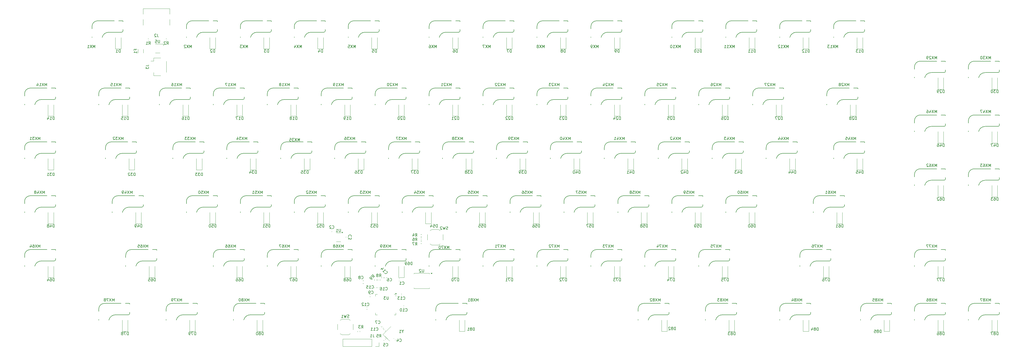
<source format=gbr>
%TF.GenerationSoftware,KiCad,Pcbnew,8.0.3*%
%TF.CreationDate,2024-09-05T05:54:07+12:00*%
%TF.ProjectId,test2,74657374-322e-46b6-9963-61645f706362,rev?*%
%TF.SameCoordinates,Original*%
%TF.FileFunction,Legend,Bot*%
%TF.FilePolarity,Positive*%
%FSLAX46Y46*%
G04 Gerber Fmt 4.6, Leading zero omitted, Abs format (unit mm)*
G04 Created by KiCad (PCBNEW 8.0.3) date 2024-09-05 05:54:07*
%MOMM*%
%LPD*%
G01*
G04 APERTURE LIST*
%ADD10C,0.150000*%
%ADD11C,0.120000*%
G04 APERTURE END LIST*
D10*
X297036904Y-116342319D02*
X297036904Y-115342319D01*
X297036904Y-115342319D02*
X296703571Y-116056604D01*
X296703571Y-116056604D02*
X296370238Y-115342319D01*
X296370238Y-115342319D02*
X296370238Y-116342319D01*
X295989285Y-115342319D02*
X295322619Y-116342319D01*
X295322619Y-115342319D02*
X295989285Y-116342319D01*
X294798809Y-115770890D02*
X294894047Y-115723271D01*
X294894047Y-115723271D02*
X294941666Y-115675652D01*
X294941666Y-115675652D02*
X294989285Y-115580414D01*
X294989285Y-115580414D02*
X294989285Y-115532795D01*
X294989285Y-115532795D02*
X294941666Y-115437557D01*
X294941666Y-115437557D02*
X294894047Y-115389938D01*
X294894047Y-115389938D02*
X294798809Y-115342319D01*
X294798809Y-115342319D02*
X294608333Y-115342319D01*
X294608333Y-115342319D02*
X294513095Y-115389938D01*
X294513095Y-115389938D02*
X294465476Y-115437557D01*
X294465476Y-115437557D02*
X294417857Y-115532795D01*
X294417857Y-115532795D02*
X294417857Y-115580414D01*
X294417857Y-115580414D02*
X294465476Y-115675652D01*
X294465476Y-115675652D02*
X294513095Y-115723271D01*
X294513095Y-115723271D02*
X294608333Y-115770890D01*
X294608333Y-115770890D02*
X294798809Y-115770890D01*
X294798809Y-115770890D02*
X294894047Y-115818509D01*
X294894047Y-115818509D02*
X294941666Y-115866128D01*
X294941666Y-115866128D02*
X294989285Y-115961366D01*
X294989285Y-115961366D02*
X294989285Y-116151842D01*
X294989285Y-116151842D02*
X294941666Y-116247080D01*
X294941666Y-116247080D02*
X294894047Y-116294700D01*
X294894047Y-116294700D02*
X294798809Y-116342319D01*
X294798809Y-116342319D02*
X294608333Y-116342319D01*
X294608333Y-116342319D02*
X294513095Y-116294700D01*
X294513095Y-116294700D02*
X294465476Y-116247080D01*
X294465476Y-116247080D02*
X294417857Y-116151842D01*
X294417857Y-116151842D02*
X294417857Y-115961366D01*
X294417857Y-115961366D02*
X294465476Y-115866128D01*
X294465476Y-115866128D02*
X294513095Y-115818509D01*
X294513095Y-115818509D02*
X294608333Y-115770890D01*
X293560714Y-115675652D02*
X293560714Y-116342319D01*
X293798809Y-115294700D02*
X294036904Y-116008985D01*
X294036904Y-116008985D02*
X293417857Y-116008985D01*
X137739285Y-52048569D02*
X137739285Y-51048569D01*
X137739285Y-51048569D02*
X137501190Y-51048569D01*
X137501190Y-51048569D02*
X137358333Y-51096188D01*
X137358333Y-51096188D02*
X137263095Y-51191426D01*
X137263095Y-51191426D02*
X137215476Y-51286664D01*
X137215476Y-51286664D02*
X137167857Y-51477140D01*
X137167857Y-51477140D02*
X137167857Y-51619997D01*
X137167857Y-51619997D02*
X137215476Y-51810473D01*
X137215476Y-51810473D02*
X137263095Y-51905711D01*
X137263095Y-51905711D02*
X137358333Y-52000950D01*
X137358333Y-52000950D02*
X137501190Y-52048569D01*
X137501190Y-52048569D02*
X137739285Y-52048569D01*
X136215476Y-52048569D02*
X136786904Y-52048569D01*
X136501190Y-52048569D02*
X136501190Y-51048569D01*
X136501190Y-51048569D02*
X136596428Y-51191426D01*
X136596428Y-51191426D02*
X136691666Y-51286664D01*
X136691666Y-51286664D02*
X136786904Y-51334283D01*
X135739285Y-52048569D02*
X135548809Y-52048569D01*
X135548809Y-52048569D02*
X135453571Y-52000950D01*
X135453571Y-52000950D02*
X135405952Y-51953330D01*
X135405952Y-51953330D02*
X135310714Y-51810473D01*
X135310714Y-51810473D02*
X135263095Y-51619997D01*
X135263095Y-51619997D02*
X135263095Y-51239045D01*
X135263095Y-51239045D02*
X135310714Y-51143807D01*
X135310714Y-51143807D02*
X135358333Y-51096188D01*
X135358333Y-51096188D02*
X135453571Y-51048569D01*
X135453571Y-51048569D02*
X135644047Y-51048569D01*
X135644047Y-51048569D02*
X135739285Y-51096188D01*
X135739285Y-51096188D02*
X135786904Y-51143807D01*
X135786904Y-51143807D02*
X135834523Y-51239045D01*
X135834523Y-51239045D02*
X135834523Y-51477140D01*
X135834523Y-51477140D02*
X135786904Y-51572378D01*
X135786904Y-51572378D02*
X135739285Y-51619997D01*
X135739285Y-51619997D02*
X135644047Y-51667616D01*
X135644047Y-51667616D02*
X135453571Y-51667616D01*
X135453571Y-51667616D02*
X135358333Y-51619997D01*
X135358333Y-51619997D02*
X135310714Y-51572378D01*
X135310714Y-51572378D02*
X135263095Y-51477140D01*
X109164285Y-90148569D02*
X109164285Y-89148569D01*
X109164285Y-89148569D02*
X108926190Y-89148569D01*
X108926190Y-89148569D02*
X108783333Y-89196188D01*
X108783333Y-89196188D02*
X108688095Y-89291426D01*
X108688095Y-89291426D02*
X108640476Y-89386664D01*
X108640476Y-89386664D02*
X108592857Y-89577140D01*
X108592857Y-89577140D02*
X108592857Y-89719997D01*
X108592857Y-89719997D02*
X108640476Y-89910473D01*
X108640476Y-89910473D02*
X108688095Y-90005711D01*
X108688095Y-90005711D02*
X108783333Y-90100950D01*
X108783333Y-90100950D02*
X108926190Y-90148569D01*
X108926190Y-90148569D02*
X109164285Y-90148569D01*
X107688095Y-89148569D02*
X108164285Y-89148569D01*
X108164285Y-89148569D02*
X108211904Y-89624759D01*
X108211904Y-89624759D02*
X108164285Y-89577140D01*
X108164285Y-89577140D02*
X108069047Y-89529521D01*
X108069047Y-89529521D02*
X107830952Y-89529521D01*
X107830952Y-89529521D02*
X107735714Y-89577140D01*
X107735714Y-89577140D02*
X107688095Y-89624759D01*
X107688095Y-89624759D02*
X107640476Y-89719997D01*
X107640476Y-89719997D02*
X107640476Y-89958092D01*
X107640476Y-89958092D02*
X107688095Y-90053330D01*
X107688095Y-90053330D02*
X107735714Y-90100950D01*
X107735714Y-90100950D02*
X107830952Y-90148569D01*
X107830952Y-90148569D02*
X108069047Y-90148569D01*
X108069047Y-90148569D02*
X108164285Y-90100950D01*
X108164285Y-90100950D02*
X108211904Y-90053330D01*
X106688095Y-90148569D02*
X107259523Y-90148569D01*
X106973809Y-90148569D02*
X106973809Y-89148569D01*
X106973809Y-89148569D02*
X107069047Y-89291426D01*
X107069047Y-89291426D02*
X107164285Y-89386664D01*
X107164285Y-89386664D02*
X107259523Y-89434283D01*
X290139285Y-52048569D02*
X290139285Y-51048569D01*
X290139285Y-51048569D02*
X289901190Y-51048569D01*
X289901190Y-51048569D02*
X289758333Y-51096188D01*
X289758333Y-51096188D02*
X289663095Y-51191426D01*
X289663095Y-51191426D02*
X289615476Y-51286664D01*
X289615476Y-51286664D02*
X289567857Y-51477140D01*
X289567857Y-51477140D02*
X289567857Y-51619997D01*
X289567857Y-51619997D02*
X289615476Y-51810473D01*
X289615476Y-51810473D02*
X289663095Y-51905711D01*
X289663095Y-51905711D02*
X289758333Y-52000950D01*
X289758333Y-52000950D02*
X289901190Y-52048569D01*
X289901190Y-52048569D02*
X290139285Y-52048569D01*
X289186904Y-51143807D02*
X289139285Y-51096188D01*
X289139285Y-51096188D02*
X289044047Y-51048569D01*
X289044047Y-51048569D02*
X288805952Y-51048569D01*
X288805952Y-51048569D02*
X288710714Y-51096188D01*
X288710714Y-51096188D02*
X288663095Y-51143807D01*
X288663095Y-51143807D02*
X288615476Y-51239045D01*
X288615476Y-51239045D02*
X288615476Y-51334283D01*
X288615476Y-51334283D02*
X288663095Y-51477140D01*
X288663095Y-51477140D02*
X289234523Y-52048569D01*
X289234523Y-52048569D02*
X288615476Y-52048569D01*
X288282142Y-51048569D02*
X287615476Y-51048569D01*
X287615476Y-51048569D02*
X288044047Y-52048569D01*
X313705654Y-40142319D02*
X313705654Y-39142319D01*
X313705654Y-39142319D02*
X313372321Y-39856604D01*
X313372321Y-39856604D02*
X313038988Y-39142319D01*
X313038988Y-39142319D02*
X313038988Y-40142319D01*
X312658035Y-39142319D02*
X311991369Y-40142319D01*
X311991369Y-39142319D02*
X312658035Y-40142319D01*
X311658035Y-39237557D02*
X311610416Y-39189938D01*
X311610416Y-39189938D02*
X311515178Y-39142319D01*
X311515178Y-39142319D02*
X311277083Y-39142319D01*
X311277083Y-39142319D02*
X311181845Y-39189938D01*
X311181845Y-39189938D02*
X311134226Y-39237557D01*
X311134226Y-39237557D02*
X311086607Y-39332795D01*
X311086607Y-39332795D02*
X311086607Y-39428033D01*
X311086607Y-39428033D02*
X311134226Y-39570890D01*
X311134226Y-39570890D02*
X311705654Y-40142319D01*
X311705654Y-40142319D02*
X311086607Y-40142319D01*
X310515178Y-39570890D02*
X310610416Y-39523271D01*
X310610416Y-39523271D02*
X310658035Y-39475652D01*
X310658035Y-39475652D02*
X310705654Y-39380414D01*
X310705654Y-39380414D02*
X310705654Y-39332795D01*
X310705654Y-39332795D02*
X310658035Y-39237557D01*
X310658035Y-39237557D02*
X310610416Y-39189938D01*
X310610416Y-39189938D02*
X310515178Y-39142319D01*
X310515178Y-39142319D02*
X310324702Y-39142319D01*
X310324702Y-39142319D02*
X310229464Y-39189938D01*
X310229464Y-39189938D02*
X310181845Y-39237557D01*
X310181845Y-39237557D02*
X310134226Y-39332795D01*
X310134226Y-39332795D02*
X310134226Y-39380414D01*
X310134226Y-39380414D02*
X310181845Y-39475652D01*
X310181845Y-39475652D02*
X310229464Y-39523271D01*
X310229464Y-39523271D02*
X310324702Y-39570890D01*
X310324702Y-39570890D02*
X310515178Y-39570890D01*
X310515178Y-39570890D02*
X310610416Y-39618509D01*
X310610416Y-39618509D02*
X310658035Y-39666128D01*
X310658035Y-39666128D02*
X310705654Y-39761366D01*
X310705654Y-39761366D02*
X310705654Y-39951842D01*
X310705654Y-39951842D02*
X310658035Y-40047080D01*
X310658035Y-40047080D02*
X310610416Y-40094700D01*
X310610416Y-40094700D02*
X310515178Y-40142319D01*
X310515178Y-40142319D02*
X310324702Y-40142319D01*
X310324702Y-40142319D02*
X310229464Y-40094700D01*
X310229464Y-40094700D02*
X310181845Y-40047080D01*
X310181845Y-40047080D02*
X310134226Y-39951842D01*
X310134226Y-39951842D02*
X310134226Y-39761366D01*
X310134226Y-39761366D02*
X310181845Y-39666128D01*
X310181845Y-39666128D02*
X310229464Y-39618509D01*
X310229464Y-39618509D02*
X310324702Y-39570890D01*
X256801785Y-71098569D02*
X256801785Y-70098569D01*
X256801785Y-70098569D02*
X256563690Y-70098569D01*
X256563690Y-70098569D02*
X256420833Y-70146188D01*
X256420833Y-70146188D02*
X256325595Y-70241426D01*
X256325595Y-70241426D02*
X256277976Y-70336664D01*
X256277976Y-70336664D02*
X256230357Y-70527140D01*
X256230357Y-70527140D02*
X256230357Y-70669997D01*
X256230357Y-70669997D02*
X256277976Y-70860473D01*
X256277976Y-70860473D02*
X256325595Y-70955711D01*
X256325595Y-70955711D02*
X256420833Y-71050950D01*
X256420833Y-71050950D02*
X256563690Y-71098569D01*
X256563690Y-71098569D02*
X256801785Y-71098569D01*
X255373214Y-70431902D02*
X255373214Y-71098569D01*
X255611309Y-70050950D02*
X255849404Y-70765235D01*
X255849404Y-70765235D02*
X255230357Y-70765235D01*
X254897023Y-70193807D02*
X254849404Y-70146188D01*
X254849404Y-70146188D02*
X254754166Y-70098569D01*
X254754166Y-70098569D02*
X254516071Y-70098569D01*
X254516071Y-70098569D02*
X254420833Y-70146188D01*
X254420833Y-70146188D02*
X254373214Y-70193807D01*
X254373214Y-70193807D02*
X254325595Y-70289045D01*
X254325595Y-70289045D02*
X254325595Y-70384283D01*
X254325595Y-70384283D02*
X254373214Y-70527140D01*
X254373214Y-70527140D02*
X254944642Y-71098569D01*
X254944642Y-71098569D02*
X254325595Y-71098569D01*
X182736904Y-116342319D02*
X182736904Y-115342319D01*
X182736904Y-115342319D02*
X182403571Y-116056604D01*
X182403571Y-116056604D02*
X182070238Y-115342319D01*
X182070238Y-115342319D02*
X182070238Y-116342319D01*
X181689285Y-115342319D02*
X181022619Y-116342319D01*
X181022619Y-115342319D02*
X181689285Y-116342319D01*
X180498809Y-115770890D02*
X180594047Y-115723271D01*
X180594047Y-115723271D02*
X180641666Y-115675652D01*
X180641666Y-115675652D02*
X180689285Y-115580414D01*
X180689285Y-115580414D02*
X180689285Y-115532795D01*
X180689285Y-115532795D02*
X180641666Y-115437557D01*
X180641666Y-115437557D02*
X180594047Y-115389938D01*
X180594047Y-115389938D02*
X180498809Y-115342319D01*
X180498809Y-115342319D02*
X180308333Y-115342319D01*
X180308333Y-115342319D02*
X180213095Y-115389938D01*
X180213095Y-115389938D02*
X180165476Y-115437557D01*
X180165476Y-115437557D02*
X180117857Y-115532795D01*
X180117857Y-115532795D02*
X180117857Y-115580414D01*
X180117857Y-115580414D02*
X180165476Y-115675652D01*
X180165476Y-115675652D02*
X180213095Y-115723271D01*
X180213095Y-115723271D02*
X180308333Y-115770890D01*
X180308333Y-115770890D02*
X180498809Y-115770890D01*
X180498809Y-115770890D02*
X180594047Y-115818509D01*
X180594047Y-115818509D02*
X180641666Y-115866128D01*
X180641666Y-115866128D02*
X180689285Y-115961366D01*
X180689285Y-115961366D02*
X180689285Y-116151842D01*
X180689285Y-116151842D02*
X180641666Y-116247080D01*
X180641666Y-116247080D02*
X180594047Y-116294700D01*
X180594047Y-116294700D02*
X180498809Y-116342319D01*
X180498809Y-116342319D02*
X180308333Y-116342319D01*
X180308333Y-116342319D02*
X180213095Y-116294700D01*
X180213095Y-116294700D02*
X180165476Y-116247080D01*
X180165476Y-116247080D02*
X180117857Y-116151842D01*
X180117857Y-116151842D02*
X180117857Y-115961366D01*
X180117857Y-115961366D02*
X180165476Y-115866128D01*
X180165476Y-115866128D02*
X180213095Y-115818509D01*
X180213095Y-115818509D02*
X180308333Y-115770890D01*
X179165476Y-116342319D02*
X179736904Y-116342319D01*
X179451190Y-116342319D02*
X179451190Y-115342319D01*
X179451190Y-115342319D02*
X179546428Y-115485176D01*
X179546428Y-115485176D02*
X179641666Y-115580414D01*
X179641666Y-115580414D02*
X179736904Y-115628033D01*
X134111904Y-90717319D02*
X134111904Y-91526842D01*
X134111904Y-91526842D02*
X134064285Y-91622080D01*
X134064285Y-91622080D02*
X134016666Y-91669700D01*
X134016666Y-91669700D02*
X133921428Y-91717319D01*
X133921428Y-91717319D02*
X133730952Y-91717319D01*
X133730952Y-91717319D02*
X133635714Y-91669700D01*
X133635714Y-91669700D02*
X133588095Y-91622080D01*
X133588095Y-91622080D02*
X133540476Y-91526842D01*
X133540476Y-91526842D02*
X133540476Y-90717319D01*
X132540476Y-91717319D02*
X133111904Y-91717319D01*
X132826190Y-91717319D02*
X132826190Y-90717319D01*
X132826190Y-90717319D02*
X132921428Y-90860176D01*
X132921428Y-90860176D02*
X133016666Y-90955414D01*
X133016666Y-90955414D02*
X133111904Y-91003033D01*
X32964285Y-90148569D02*
X32964285Y-89148569D01*
X32964285Y-89148569D02*
X32726190Y-89148569D01*
X32726190Y-89148569D02*
X32583333Y-89196188D01*
X32583333Y-89196188D02*
X32488095Y-89291426D01*
X32488095Y-89291426D02*
X32440476Y-89386664D01*
X32440476Y-89386664D02*
X32392857Y-89577140D01*
X32392857Y-89577140D02*
X32392857Y-89719997D01*
X32392857Y-89719997D02*
X32440476Y-89910473D01*
X32440476Y-89910473D02*
X32488095Y-90005711D01*
X32488095Y-90005711D02*
X32583333Y-90100950D01*
X32583333Y-90100950D02*
X32726190Y-90148569D01*
X32726190Y-90148569D02*
X32964285Y-90148569D01*
X31535714Y-89481902D02*
X31535714Y-90148569D01*
X31773809Y-89100950D02*
X32011904Y-89815235D01*
X32011904Y-89815235D02*
X31392857Y-89815235D01*
X30869047Y-89577140D02*
X30964285Y-89529521D01*
X30964285Y-89529521D02*
X31011904Y-89481902D01*
X31011904Y-89481902D02*
X31059523Y-89386664D01*
X31059523Y-89386664D02*
X31059523Y-89339045D01*
X31059523Y-89339045D02*
X31011904Y-89243807D01*
X31011904Y-89243807D02*
X30964285Y-89196188D01*
X30964285Y-89196188D02*
X30869047Y-89148569D01*
X30869047Y-89148569D02*
X30678571Y-89148569D01*
X30678571Y-89148569D02*
X30583333Y-89196188D01*
X30583333Y-89196188D02*
X30535714Y-89243807D01*
X30535714Y-89243807D02*
X30488095Y-89339045D01*
X30488095Y-89339045D02*
X30488095Y-89386664D01*
X30488095Y-89386664D02*
X30535714Y-89481902D01*
X30535714Y-89481902D02*
X30583333Y-89529521D01*
X30583333Y-89529521D02*
X30678571Y-89577140D01*
X30678571Y-89577140D02*
X30869047Y-89577140D01*
X30869047Y-89577140D02*
X30964285Y-89624759D01*
X30964285Y-89624759D02*
X31011904Y-89672378D01*
X31011904Y-89672378D02*
X31059523Y-89767616D01*
X31059523Y-89767616D02*
X31059523Y-89958092D01*
X31059523Y-89958092D02*
X31011904Y-90053330D01*
X31011904Y-90053330D02*
X30964285Y-90100950D01*
X30964285Y-90100950D02*
X30869047Y-90148569D01*
X30869047Y-90148569D02*
X30678571Y-90148569D01*
X30678571Y-90148569D02*
X30583333Y-90100950D01*
X30583333Y-90100950D02*
X30535714Y-90053330D01*
X30535714Y-90053330D02*
X30488095Y-89958092D01*
X30488095Y-89958092D02*
X30488095Y-89767616D01*
X30488095Y-89767616D02*
X30535714Y-89672378D01*
X30535714Y-89672378D02*
X30583333Y-89624759D01*
X30583333Y-89624759D02*
X30678571Y-89577140D01*
X292274404Y-26648569D02*
X292274404Y-25648569D01*
X292274404Y-25648569D02*
X291941071Y-26362854D01*
X291941071Y-26362854D02*
X291607738Y-25648569D01*
X291607738Y-25648569D02*
X291607738Y-26648569D01*
X291226785Y-25648569D02*
X290560119Y-26648569D01*
X290560119Y-25648569D02*
X291226785Y-26648569D01*
X289655357Y-26648569D02*
X290226785Y-26648569D01*
X289941071Y-26648569D02*
X289941071Y-25648569D01*
X289941071Y-25648569D02*
X290036309Y-25791426D01*
X290036309Y-25791426D02*
X290131547Y-25886664D01*
X290131547Y-25886664D02*
X290226785Y-25934283D01*
X289274404Y-25743807D02*
X289226785Y-25696188D01*
X289226785Y-25696188D02*
X289131547Y-25648569D01*
X289131547Y-25648569D02*
X288893452Y-25648569D01*
X288893452Y-25648569D02*
X288798214Y-25696188D01*
X288798214Y-25696188D02*
X288750595Y-25743807D01*
X288750595Y-25743807D02*
X288702976Y-25839045D01*
X288702976Y-25839045D02*
X288702976Y-25934283D01*
X288702976Y-25934283D02*
X288750595Y-26077140D01*
X288750595Y-26077140D02*
X289322023Y-26648569D01*
X289322023Y-26648569D02*
X288702976Y-26648569D01*
X156789285Y-52048569D02*
X156789285Y-51048569D01*
X156789285Y-51048569D02*
X156551190Y-51048569D01*
X156551190Y-51048569D02*
X156408333Y-51096188D01*
X156408333Y-51096188D02*
X156313095Y-51191426D01*
X156313095Y-51191426D02*
X156265476Y-51286664D01*
X156265476Y-51286664D02*
X156217857Y-51477140D01*
X156217857Y-51477140D02*
X156217857Y-51619997D01*
X156217857Y-51619997D02*
X156265476Y-51810473D01*
X156265476Y-51810473D02*
X156313095Y-51905711D01*
X156313095Y-51905711D02*
X156408333Y-52000950D01*
X156408333Y-52000950D02*
X156551190Y-52048569D01*
X156551190Y-52048569D02*
X156789285Y-52048569D01*
X155836904Y-51143807D02*
X155789285Y-51096188D01*
X155789285Y-51096188D02*
X155694047Y-51048569D01*
X155694047Y-51048569D02*
X155455952Y-51048569D01*
X155455952Y-51048569D02*
X155360714Y-51096188D01*
X155360714Y-51096188D02*
X155313095Y-51143807D01*
X155313095Y-51143807D02*
X155265476Y-51239045D01*
X155265476Y-51239045D02*
X155265476Y-51334283D01*
X155265476Y-51334283D02*
X155313095Y-51477140D01*
X155313095Y-51477140D02*
X155884523Y-52048569D01*
X155884523Y-52048569D02*
X155265476Y-52048569D01*
X154646428Y-51048569D02*
X154551190Y-51048569D01*
X154551190Y-51048569D02*
X154455952Y-51096188D01*
X154455952Y-51096188D02*
X154408333Y-51143807D01*
X154408333Y-51143807D02*
X154360714Y-51239045D01*
X154360714Y-51239045D02*
X154313095Y-51429521D01*
X154313095Y-51429521D02*
X154313095Y-51667616D01*
X154313095Y-51667616D02*
X154360714Y-51858092D01*
X154360714Y-51858092D02*
X154408333Y-51953330D01*
X154408333Y-51953330D02*
X154455952Y-52000950D01*
X154455952Y-52000950D02*
X154551190Y-52048569D01*
X154551190Y-52048569D02*
X154646428Y-52048569D01*
X154646428Y-52048569D02*
X154741666Y-52000950D01*
X154741666Y-52000950D02*
X154789285Y-51953330D01*
X154789285Y-51953330D02*
X154836904Y-51858092D01*
X154836904Y-51858092D02*
X154884523Y-51667616D01*
X154884523Y-51667616D02*
X154884523Y-51429521D01*
X154884523Y-51429521D02*
X154836904Y-51239045D01*
X154836904Y-51239045D02*
X154789285Y-51143807D01*
X154789285Y-51143807D02*
X154741666Y-51096188D01*
X154741666Y-51096188D02*
X154646428Y-51048569D01*
X173211904Y-40142319D02*
X173211904Y-39142319D01*
X173211904Y-39142319D02*
X172878571Y-39856604D01*
X172878571Y-39856604D02*
X172545238Y-39142319D01*
X172545238Y-39142319D02*
X172545238Y-40142319D01*
X172164285Y-39142319D02*
X171497619Y-40142319D01*
X171497619Y-39142319D02*
X172164285Y-40142319D01*
X171164285Y-39237557D02*
X171116666Y-39189938D01*
X171116666Y-39189938D02*
X171021428Y-39142319D01*
X171021428Y-39142319D02*
X170783333Y-39142319D01*
X170783333Y-39142319D02*
X170688095Y-39189938D01*
X170688095Y-39189938D02*
X170640476Y-39237557D01*
X170640476Y-39237557D02*
X170592857Y-39332795D01*
X170592857Y-39332795D02*
X170592857Y-39428033D01*
X170592857Y-39428033D02*
X170640476Y-39570890D01*
X170640476Y-39570890D02*
X171211904Y-40142319D01*
X171211904Y-40142319D02*
X170592857Y-40142319D01*
X169640476Y-40142319D02*
X170211904Y-40142319D01*
X169926190Y-40142319D02*
X169926190Y-39142319D01*
X169926190Y-39142319D02*
X170021428Y-39285176D01*
X170021428Y-39285176D02*
X170116666Y-39380414D01*
X170116666Y-39380414D02*
X170211904Y-39428033D01*
X72681667Y-25437319D02*
X73015000Y-24961128D01*
X73253095Y-25437319D02*
X73253095Y-24437319D01*
X73253095Y-24437319D02*
X72872143Y-24437319D01*
X72872143Y-24437319D02*
X72776905Y-24484938D01*
X72776905Y-24484938D02*
X72729286Y-24532557D01*
X72729286Y-24532557D02*
X72681667Y-24627795D01*
X72681667Y-24627795D02*
X72681667Y-24770652D01*
X72681667Y-24770652D02*
X72729286Y-24865890D01*
X72729286Y-24865890D02*
X72776905Y-24913509D01*
X72776905Y-24913509D02*
X72872143Y-24961128D01*
X72872143Y-24961128D02*
X73253095Y-24961128D01*
X72300714Y-24532557D02*
X72253095Y-24484938D01*
X72253095Y-24484938D02*
X72157857Y-24437319D01*
X72157857Y-24437319D02*
X71919762Y-24437319D01*
X71919762Y-24437319D02*
X71824524Y-24484938D01*
X71824524Y-24484938D02*
X71776905Y-24532557D01*
X71776905Y-24532557D02*
X71729286Y-24627795D01*
X71729286Y-24627795D02*
X71729286Y-24723033D01*
X71729286Y-24723033D02*
X71776905Y-24865890D01*
X71776905Y-24865890D02*
X72348333Y-25437319D01*
X72348333Y-25437319D02*
X71729286Y-25437319D01*
X66331667Y-25437319D02*
X66665000Y-24961128D01*
X66903095Y-25437319D02*
X66903095Y-24437319D01*
X66903095Y-24437319D02*
X66522143Y-24437319D01*
X66522143Y-24437319D02*
X66426905Y-24484938D01*
X66426905Y-24484938D02*
X66379286Y-24532557D01*
X66379286Y-24532557D02*
X66331667Y-24627795D01*
X66331667Y-24627795D02*
X66331667Y-24770652D01*
X66331667Y-24770652D02*
X66379286Y-24865890D01*
X66379286Y-24865890D02*
X66426905Y-24913509D01*
X66426905Y-24913509D02*
X66522143Y-24961128D01*
X66522143Y-24961128D02*
X66903095Y-24961128D01*
X65379286Y-25437319D02*
X65950714Y-25437319D01*
X65665000Y-25437319D02*
X65665000Y-24437319D01*
X65665000Y-24437319D02*
X65760238Y-24580176D01*
X65760238Y-24580176D02*
X65855476Y-24675414D01*
X65855476Y-24675414D02*
X65950714Y-24723033D01*
X139080654Y-59192319D02*
X139080654Y-58192319D01*
X139080654Y-58192319D02*
X138747321Y-58906604D01*
X138747321Y-58906604D02*
X138413988Y-58192319D01*
X138413988Y-58192319D02*
X138413988Y-59192319D01*
X138033035Y-58192319D02*
X137366369Y-59192319D01*
X137366369Y-58192319D02*
X138033035Y-59192319D01*
X137080654Y-58192319D02*
X136461607Y-58192319D01*
X136461607Y-58192319D02*
X136794940Y-58573271D01*
X136794940Y-58573271D02*
X136652083Y-58573271D01*
X136652083Y-58573271D02*
X136556845Y-58620890D01*
X136556845Y-58620890D02*
X136509226Y-58668509D01*
X136509226Y-58668509D02*
X136461607Y-58763747D01*
X136461607Y-58763747D02*
X136461607Y-59001842D01*
X136461607Y-59001842D02*
X136509226Y-59097080D01*
X136509226Y-59097080D02*
X136556845Y-59144700D01*
X136556845Y-59144700D02*
X136652083Y-59192319D01*
X136652083Y-59192319D02*
X136937797Y-59192319D01*
X136937797Y-59192319D02*
X137033035Y-59144700D01*
X137033035Y-59144700D02*
X137080654Y-59097080D01*
X135604464Y-58192319D02*
X135794940Y-58192319D01*
X135794940Y-58192319D02*
X135890178Y-58239938D01*
X135890178Y-58239938D02*
X135937797Y-58287557D01*
X135937797Y-58287557D02*
X136033035Y-58430414D01*
X136033035Y-58430414D02*
X136080654Y-58620890D01*
X136080654Y-58620890D02*
X136080654Y-59001842D01*
X136080654Y-59001842D02*
X136033035Y-59097080D01*
X136033035Y-59097080D02*
X135985416Y-59144700D01*
X135985416Y-59144700D02*
X135890178Y-59192319D01*
X135890178Y-59192319D02*
X135699702Y-59192319D01*
X135699702Y-59192319D02*
X135604464Y-59144700D01*
X135604464Y-59144700D02*
X135556845Y-59097080D01*
X135556845Y-59097080D02*
X135509226Y-59001842D01*
X135509226Y-59001842D02*
X135509226Y-58763747D01*
X135509226Y-58763747D02*
X135556845Y-58668509D01*
X135556845Y-58668509D02*
X135604464Y-58620890D01*
X135604464Y-58620890D02*
X135699702Y-58573271D01*
X135699702Y-58573271D02*
X135890178Y-58573271D01*
X135890178Y-58573271D02*
X135985416Y-58620890D01*
X135985416Y-58620890D02*
X136033035Y-58668509D01*
X136033035Y-58668509D02*
X136080654Y-58763747D01*
X154161904Y-40142319D02*
X154161904Y-39142319D01*
X154161904Y-39142319D02*
X153828571Y-39856604D01*
X153828571Y-39856604D02*
X153495238Y-39142319D01*
X153495238Y-39142319D02*
X153495238Y-40142319D01*
X153114285Y-39142319D02*
X152447619Y-40142319D01*
X152447619Y-39142319D02*
X153114285Y-40142319D01*
X152114285Y-39237557D02*
X152066666Y-39189938D01*
X152066666Y-39189938D02*
X151971428Y-39142319D01*
X151971428Y-39142319D02*
X151733333Y-39142319D01*
X151733333Y-39142319D02*
X151638095Y-39189938D01*
X151638095Y-39189938D02*
X151590476Y-39237557D01*
X151590476Y-39237557D02*
X151542857Y-39332795D01*
X151542857Y-39332795D02*
X151542857Y-39428033D01*
X151542857Y-39428033D02*
X151590476Y-39570890D01*
X151590476Y-39570890D02*
X152161904Y-40142319D01*
X152161904Y-40142319D02*
X151542857Y-40142319D01*
X150923809Y-39142319D02*
X150828571Y-39142319D01*
X150828571Y-39142319D02*
X150733333Y-39189938D01*
X150733333Y-39189938D02*
X150685714Y-39237557D01*
X150685714Y-39237557D02*
X150638095Y-39332795D01*
X150638095Y-39332795D02*
X150590476Y-39523271D01*
X150590476Y-39523271D02*
X150590476Y-39761366D01*
X150590476Y-39761366D02*
X150638095Y-39951842D01*
X150638095Y-39951842D02*
X150685714Y-40047080D01*
X150685714Y-40047080D02*
X150733333Y-40094700D01*
X150733333Y-40094700D02*
X150828571Y-40142319D01*
X150828571Y-40142319D02*
X150923809Y-40142319D01*
X150923809Y-40142319D02*
X151019047Y-40094700D01*
X151019047Y-40094700D02*
X151066666Y-40047080D01*
X151066666Y-40047080D02*
X151114285Y-39951842D01*
X151114285Y-39951842D02*
X151161904Y-39761366D01*
X151161904Y-39761366D02*
X151161904Y-39523271D01*
X151161904Y-39523271D02*
X151114285Y-39332795D01*
X151114285Y-39332795D02*
X151066666Y-39237557D01*
X151066666Y-39237557D02*
X151019047Y-39189938D01*
X151019047Y-39189938D02*
X150923809Y-39142319D01*
X318714285Y-71098569D02*
X318714285Y-70098569D01*
X318714285Y-70098569D02*
X318476190Y-70098569D01*
X318476190Y-70098569D02*
X318333333Y-70146188D01*
X318333333Y-70146188D02*
X318238095Y-70241426D01*
X318238095Y-70241426D02*
X318190476Y-70336664D01*
X318190476Y-70336664D02*
X318142857Y-70527140D01*
X318142857Y-70527140D02*
X318142857Y-70669997D01*
X318142857Y-70669997D02*
X318190476Y-70860473D01*
X318190476Y-70860473D02*
X318238095Y-70955711D01*
X318238095Y-70955711D02*
X318333333Y-71050950D01*
X318333333Y-71050950D02*
X318476190Y-71098569D01*
X318476190Y-71098569D02*
X318714285Y-71098569D01*
X317285714Y-70431902D02*
X317285714Y-71098569D01*
X317523809Y-70050950D02*
X317761904Y-70765235D01*
X317761904Y-70765235D02*
X317142857Y-70765235D01*
X316285714Y-70098569D02*
X316761904Y-70098569D01*
X316761904Y-70098569D02*
X316809523Y-70574759D01*
X316809523Y-70574759D02*
X316761904Y-70527140D01*
X316761904Y-70527140D02*
X316666666Y-70479521D01*
X316666666Y-70479521D02*
X316428571Y-70479521D01*
X316428571Y-70479521D02*
X316333333Y-70527140D01*
X316333333Y-70527140D02*
X316285714Y-70574759D01*
X316285714Y-70574759D02*
X316238095Y-70669997D01*
X316238095Y-70669997D02*
X316238095Y-70908092D01*
X316238095Y-70908092D02*
X316285714Y-71003330D01*
X316285714Y-71003330D02*
X316333333Y-71050950D01*
X316333333Y-71050950D02*
X316428571Y-71098569D01*
X316428571Y-71098569D02*
X316666666Y-71098569D01*
X316666666Y-71098569D02*
X316761904Y-71050950D01*
X316761904Y-71050950D02*
X316809523Y-71003330D01*
X77961904Y-116342319D02*
X77961904Y-115342319D01*
X77961904Y-115342319D02*
X77628571Y-116056604D01*
X77628571Y-116056604D02*
X77295238Y-115342319D01*
X77295238Y-115342319D02*
X77295238Y-116342319D01*
X76914285Y-115342319D02*
X76247619Y-116342319D01*
X76247619Y-115342319D02*
X76914285Y-116342319D01*
X75961904Y-115342319D02*
X75295238Y-115342319D01*
X75295238Y-115342319D02*
X75723809Y-116342319D01*
X74866666Y-116342319D02*
X74676190Y-116342319D01*
X74676190Y-116342319D02*
X74580952Y-116294700D01*
X74580952Y-116294700D02*
X74533333Y-116247080D01*
X74533333Y-116247080D02*
X74438095Y-116104223D01*
X74438095Y-116104223D02*
X74390476Y-115913747D01*
X74390476Y-115913747D02*
X74390476Y-115532795D01*
X74390476Y-115532795D02*
X74438095Y-115437557D01*
X74438095Y-115437557D02*
X74485714Y-115389938D01*
X74485714Y-115389938D02*
X74580952Y-115342319D01*
X74580952Y-115342319D02*
X74771428Y-115342319D01*
X74771428Y-115342319D02*
X74866666Y-115389938D01*
X74866666Y-115389938D02*
X74914285Y-115437557D01*
X74914285Y-115437557D02*
X74961904Y-115532795D01*
X74961904Y-115532795D02*
X74961904Y-115770890D01*
X74961904Y-115770890D02*
X74914285Y-115866128D01*
X74914285Y-115866128D02*
X74866666Y-115913747D01*
X74866666Y-115913747D02*
X74771428Y-115961366D01*
X74771428Y-115961366D02*
X74580952Y-115961366D01*
X74580952Y-115961366D02*
X74485714Y-115913747D01*
X74485714Y-115913747D02*
X74438095Y-115866128D01*
X74438095Y-115866128D02*
X74390476Y-115770890D01*
X252414655Y-126446429D02*
X252414655Y-125446429D01*
X252414655Y-125446429D02*
X252176560Y-125446429D01*
X252176560Y-125446429D02*
X252033703Y-125494048D01*
X252033703Y-125494048D02*
X251938465Y-125589286D01*
X251938465Y-125589286D02*
X251890846Y-125684524D01*
X251890846Y-125684524D02*
X251843227Y-125875000D01*
X251843227Y-125875000D02*
X251843227Y-126017857D01*
X251843227Y-126017857D02*
X251890846Y-126208333D01*
X251890846Y-126208333D02*
X251938465Y-126303571D01*
X251938465Y-126303571D02*
X252033703Y-126398810D01*
X252033703Y-126398810D02*
X252176560Y-126446429D01*
X252176560Y-126446429D02*
X252414655Y-126446429D01*
X251271798Y-125875000D02*
X251367036Y-125827381D01*
X251367036Y-125827381D02*
X251414655Y-125779762D01*
X251414655Y-125779762D02*
X251462274Y-125684524D01*
X251462274Y-125684524D02*
X251462274Y-125636905D01*
X251462274Y-125636905D02*
X251414655Y-125541667D01*
X251414655Y-125541667D02*
X251367036Y-125494048D01*
X251367036Y-125494048D02*
X251271798Y-125446429D01*
X251271798Y-125446429D02*
X251081322Y-125446429D01*
X251081322Y-125446429D02*
X250986084Y-125494048D01*
X250986084Y-125494048D02*
X250938465Y-125541667D01*
X250938465Y-125541667D02*
X250890846Y-125636905D01*
X250890846Y-125636905D02*
X250890846Y-125684524D01*
X250890846Y-125684524D02*
X250938465Y-125779762D01*
X250938465Y-125779762D02*
X250986084Y-125827381D01*
X250986084Y-125827381D02*
X251081322Y-125875000D01*
X251081322Y-125875000D02*
X251271798Y-125875000D01*
X251271798Y-125875000D02*
X251367036Y-125922619D01*
X251367036Y-125922619D02*
X251414655Y-125970238D01*
X251414655Y-125970238D02*
X251462274Y-126065476D01*
X251462274Y-126065476D02*
X251462274Y-126255952D01*
X251462274Y-126255952D02*
X251414655Y-126351190D01*
X251414655Y-126351190D02*
X251367036Y-126398810D01*
X251367036Y-126398810D02*
X251271798Y-126446429D01*
X251271798Y-126446429D02*
X251081322Y-126446429D01*
X251081322Y-126446429D02*
X250986084Y-126398810D01*
X250986084Y-126398810D02*
X250938465Y-126351190D01*
X250938465Y-126351190D02*
X250890846Y-126255952D01*
X250890846Y-126255952D02*
X250890846Y-126065476D01*
X250890846Y-126065476D02*
X250938465Y-125970238D01*
X250938465Y-125970238D02*
X250986084Y-125922619D01*
X250986084Y-125922619D02*
X251081322Y-125875000D01*
X250509893Y-125541667D02*
X250462274Y-125494048D01*
X250462274Y-125494048D02*
X250367036Y-125446429D01*
X250367036Y-125446429D02*
X250128941Y-125446429D01*
X250128941Y-125446429D02*
X250033703Y-125494048D01*
X250033703Y-125494048D02*
X249986084Y-125541667D01*
X249986084Y-125541667D02*
X249938465Y-125636905D01*
X249938465Y-125636905D02*
X249938465Y-125732143D01*
X249938465Y-125732143D02*
X249986084Y-125875000D01*
X249986084Y-125875000D02*
X250557512Y-126446429D01*
X250557512Y-126446429D02*
X249938465Y-126446429D01*
X270843154Y-116342319D02*
X270843154Y-115342319D01*
X270843154Y-115342319D02*
X270509821Y-116056604D01*
X270509821Y-116056604D02*
X270176488Y-115342319D01*
X270176488Y-115342319D02*
X270176488Y-116342319D01*
X269795535Y-115342319D02*
X269128869Y-116342319D01*
X269128869Y-115342319D02*
X269795535Y-116342319D01*
X268605059Y-115770890D02*
X268700297Y-115723271D01*
X268700297Y-115723271D02*
X268747916Y-115675652D01*
X268747916Y-115675652D02*
X268795535Y-115580414D01*
X268795535Y-115580414D02*
X268795535Y-115532795D01*
X268795535Y-115532795D02*
X268747916Y-115437557D01*
X268747916Y-115437557D02*
X268700297Y-115389938D01*
X268700297Y-115389938D02*
X268605059Y-115342319D01*
X268605059Y-115342319D02*
X268414583Y-115342319D01*
X268414583Y-115342319D02*
X268319345Y-115389938D01*
X268319345Y-115389938D02*
X268271726Y-115437557D01*
X268271726Y-115437557D02*
X268224107Y-115532795D01*
X268224107Y-115532795D02*
X268224107Y-115580414D01*
X268224107Y-115580414D02*
X268271726Y-115675652D01*
X268271726Y-115675652D02*
X268319345Y-115723271D01*
X268319345Y-115723271D02*
X268414583Y-115770890D01*
X268414583Y-115770890D02*
X268605059Y-115770890D01*
X268605059Y-115770890D02*
X268700297Y-115818509D01*
X268700297Y-115818509D02*
X268747916Y-115866128D01*
X268747916Y-115866128D02*
X268795535Y-115961366D01*
X268795535Y-115961366D02*
X268795535Y-116151842D01*
X268795535Y-116151842D02*
X268747916Y-116247080D01*
X268747916Y-116247080D02*
X268700297Y-116294700D01*
X268700297Y-116294700D02*
X268605059Y-116342319D01*
X268605059Y-116342319D02*
X268414583Y-116342319D01*
X268414583Y-116342319D02*
X268319345Y-116294700D01*
X268319345Y-116294700D02*
X268271726Y-116247080D01*
X268271726Y-116247080D02*
X268224107Y-116151842D01*
X268224107Y-116151842D02*
X268224107Y-115961366D01*
X268224107Y-115961366D02*
X268271726Y-115866128D01*
X268271726Y-115866128D02*
X268319345Y-115818509D01*
X268319345Y-115818509D02*
X268414583Y-115770890D01*
X267890773Y-115342319D02*
X267271726Y-115342319D01*
X267271726Y-115342319D02*
X267605059Y-115723271D01*
X267605059Y-115723271D02*
X267462202Y-115723271D01*
X267462202Y-115723271D02*
X267366964Y-115770890D01*
X267366964Y-115770890D02*
X267319345Y-115818509D01*
X267319345Y-115818509D02*
X267271726Y-115913747D01*
X267271726Y-115913747D02*
X267271726Y-116151842D01*
X267271726Y-116151842D02*
X267319345Y-116247080D01*
X267319345Y-116247080D02*
X267366964Y-116294700D01*
X267366964Y-116294700D02*
X267462202Y-116342319D01*
X267462202Y-116342319D02*
X267747916Y-116342319D01*
X267747916Y-116342319D02*
X267843154Y-116294700D01*
X267843154Y-116294700D02*
X267890773Y-116247080D01*
X125586904Y-78242319D02*
X125586904Y-77242319D01*
X125586904Y-77242319D02*
X125253571Y-77956604D01*
X125253571Y-77956604D02*
X124920238Y-77242319D01*
X124920238Y-77242319D02*
X124920238Y-78242319D01*
X124539285Y-77242319D02*
X123872619Y-78242319D01*
X123872619Y-77242319D02*
X124539285Y-78242319D01*
X123015476Y-77242319D02*
X123491666Y-77242319D01*
X123491666Y-77242319D02*
X123539285Y-77718509D01*
X123539285Y-77718509D02*
X123491666Y-77670890D01*
X123491666Y-77670890D02*
X123396428Y-77623271D01*
X123396428Y-77623271D02*
X123158333Y-77623271D01*
X123158333Y-77623271D02*
X123063095Y-77670890D01*
X123063095Y-77670890D02*
X123015476Y-77718509D01*
X123015476Y-77718509D02*
X122967857Y-77813747D01*
X122967857Y-77813747D02*
X122967857Y-78051842D01*
X122967857Y-78051842D02*
X123015476Y-78147080D01*
X123015476Y-78147080D02*
X123063095Y-78194700D01*
X123063095Y-78194700D02*
X123158333Y-78242319D01*
X123158333Y-78242319D02*
X123396428Y-78242319D01*
X123396428Y-78242319D02*
X123491666Y-78194700D01*
X123491666Y-78194700D02*
X123539285Y-78147080D01*
X122586904Y-77337557D02*
X122539285Y-77289938D01*
X122539285Y-77289938D02*
X122444047Y-77242319D01*
X122444047Y-77242319D02*
X122205952Y-77242319D01*
X122205952Y-77242319D02*
X122110714Y-77289938D01*
X122110714Y-77289938D02*
X122063095Y-77337557D01*
X122063095Y-77337557D02*
X122015476Y-77432795D01*
X122015476Y-77432795D02*
X122015476Y-77528033D01*
X122015476Y-77528033D02*
X122063095Y-77670890D01*
X122063095Y-77670890D02*
X122634523Y-78242319D01*
X122634523Y-78242319D02*
X122015476Y-78242319D01*
X172418154Y-97729819D02*
X172418154Y-96729819D01*
X172418154Y-96729819D02*
X172084821Y-97444104D01*
X172084821Y-97444104D02*
X171751488Y-96729819D01*
X171751488Y-96729819D02*
X171751488Y-97729819D01*
X171370535Y-96729819D02*
X170703869Y-97729819D01*
X170703869Y-96729819D02*
X171370535Y-97729819D01*
X170418154Y-96729819D02*
X169751488Y-96729819D01*
X169751488Y-96729819D02*
X170180059Y-97729819D01*
X169180059Y-96729819D02*
X169084821Y-96729819D01*
X169084821Y-96729819D02*
X168989583Y-96777438D01*
X168989583Y-96777438D02*
X168941964Y-96825057D01*
X168941964Y-96825057D02*
X168894345Y-96920295D01*
X168894345Y-96920295D02*
X168846726Y-97110771D01*
X168846726Y-97110771D02*
X168846726Y-97348866D01*
X168846726Y-97348866D02*
X168894345Y-97539342D01*
X168894345Y-97539342D02*
X168941964Y-97634580D01*
X168941964Y-97634580D02*
X168989583Y-97682200D01*
X168989583Y-97682200D02*
X169084821Y-97729819D01*
X169084821Y-97729819D02*
X169180059Y-97729819D01*
X169180059Y-97729819D02*
X169275297Y-97682200D01*
X169275297Y-97682200D02*
X169322916Y-97634580D01*
X169322916Y-97634580D02*
X169370535Y-97539342D01*
X169370535Y-97539342D02*
X169418154Y-97348866D01*
X169418154Y-97348866D02*
X169418154Y-97110771D01*
X169418154Y-97110771D02*
X169370535Y-96920295D01*
X169370535Y-96920295D02*
X169322916Y-96825057D01*
X169322916Y-96825057D02*
X169275297Y-96777438D01*
X169275297Y-96777438D02*
X169180059Y-96729819D01*
X99639285Y-52048569D02*
X99639285Y-51048569D01*
X99639285Y-51048569D02*
X99401190Y-51048569D01*
X99401190Y-51048569D02*
X99258333Y-51096188D01*
X99258333Y-51096188D02*
X99163095Y-51191426D01*
X99163095Y-51191426D02*
X99115476Y-51286664D01*
X99115476Y-51286664D02*
X99067857Y-51477140D01*
X99067857Y-51477140D02*
X99067857Y-51619997D01*
X99067857Y-51619997D02*
X99115476Y-51810473D01*
X99115476Y-51810473D02*
X99163095Y-51905711D01*
X99163095Y-51905711D02*
X99258333Y-52000950D01*
X99258333Y-52000950D02*
X99401190Y-52048569D01*
X99401190Y-52048569D02*
X99639285Y-52048569D01*
X98115476Y-52048569D02*
X98686904Y-52048569D01*
X98401190Y-52048569D02*
X98401190Y-51048569D01*
X98401190Y-51048569D02*
X98496428Y-51191426D01*
X98496428Y-51191426D02*
X98591666Y-51286664D01*
X98591666Y-51286664D02*
X98686904Y-51334283D01*
X97782142Y-51048569D02*
X97115476Y-51048569D01*
X97115476Y-51048569D02*
X97544047Y-52048569D01*
X273224404Y-26648569D02*
X273224404Y-25648569D01*
X273224404Y-25648569D02*
X272891071Y-26362854D01*
X272891071Y-26362854D02*
X272557738Y-25648569D01*
X272557738Y-25648569D02*
X272557738Y-26648569D01*
X272176785Y-25648569D02*
X271510119Y-26648569D01*
X271510119Y-25648569D02*
X272176785Y-26648569D01*
X270605357Y-26648569D02*
X271176785Y-26648569D01*
X270891071Y-26648569D02*
X270891071Y-25648569D01*
X270891071Y-25648569D02*
X270986309Y-25791426D01*
X270986309Y-25791426D02*
X271081547Y-25886664D01*
X271081547Y-25886664D02*
X271176785Y-25934283D01*
X269652976Y-26648569D02*
X270224404Y-26648569D01*
X269938690Y-26648569D02*
X269938690Y-25648569D01*
X269938690Y-25648569D02*
X270033928Y-25791426D01*
X270033928Y-25791426D02*
X270129166Y-25886664D01*
X270129166Y-25886664D02*
X270224404Y-25934283D01*
X249411904Y-97292319D02*
X249411904Y-96292319D01*
X249411904Y-96292319D02*
X249078571Y-97006604D01*
X249078571Y-97006604D02*
X248745238Y-96292319D01*
X248745238Y-96292319D02*
X248745238Y-97292319D01*
X248364285Y-96292319D02*
X247697619Y-97292319D01*
X247697619Y-96292319D02*
X248364285Y-97292319D01*
X247411904Y-96292319D02*
X246745238Y-96292319D01*
X246745238Y-96292319D02*
X247173809Y-97292319D01*
X245935714Y-96625652D02*
X245935714Y-97292319D01*
X246173809Y-96244700D02*
X246411904Y-96958985D01*
X246411904Y-96958985D02*
X245792857Y-96958985D01*
X175839285Y-109198569D02*
X175839285Y-108198569D01*
X175839285Y-108198569D02*
X175601190Y-108198569D01*
X175601190Y-108198569D02*
X175458333Y-108246188D01*
X175458333Y-108246188D02*
X175363095Y-108341426D01*
X175363095Y-108341426D02*
X175315476Y-108436664D01*
X175315476Y-108436664D02*
X175267857Y-108627140D01*
X175267857Y-108627140D02*
X175267857Y-108769997D01*
X175267857Y-108769997D02*
X175315476Y-108960473D01*
X175315476Y-108960473D02*
X175363095Y-109055711D01*
X175363095Y-109055711D02*
X175458333Y-109150950D01*
X175458333Y-109150950D02*
X175601190Y-109198569D01*
X175601190Y-109198569D02*
X175839285Y-109198569D01*
X174934523Y-108198569D02*
X174267857Y-108198569D01*
X174267857Y-108198569D02*
X174696428Y-109198569D01*
X173696428Y-108198569D02*
X173601190Y-108198569D01*
X173601190Y-108198569D02*
X173505952Y-108246188D01*
X173505952Y-108246188D02*
X173458333Y-108293807D01*
X173458333Y-108293807D02*
X173410714Y-108389045D01*
X173410714Y-108389045D02*
X173363095Y-108579521D01*
X173363095Y-108579521D02*
X173363095Y-108817616D01*
X173363095Y-108817616D02*
X173410714Y-109008092D01*
X173410714Y-109008092D02*
X173458333Y-109103330D01*
X173458333Y-109103330D02*
X173505952Y-109150950D01*
X173505952Y-109150950D02*
X173601190Y-109198569D01*
X173601190Y-109198569D02*
X173696428Y-109198569D01*
X173696428Y-109198569D02*
X173791666Y-109150950D01*
X173791666Y-109150950D02*
X173839285Y-109103330D01*
X173839285Y-109103330D02*
X173886904Y-109008092D01*
X173886904Y-109008092D02*
X173934523Y-108817616D01*
X173934523Y-108817616D02*
X173934523Y-108579521D01*
X173934523Y-108579521D02*
X173886904Y-108389045D01*
X173886904Y-108389045D02*
X173839285Y-108293807D01*
X173839285Y-108293807D02*
X173791666Y-108246188D01*
X173791666Y-108246188D02*
X173696428Y-108198569D01*
X147804166Y-129042319D02*
X148137499Y-128566128D01*
X148375594Y-129042319D02*
X148375594Y-128042319D01*
X148375594Y-128042319D02*
X147994642Y-128042319D01*
X147994642Y-128042319D02*
X147899404Y-128089938D01*
X147899404Y-128089938D02*
X147851785Y-128137557D01*
X147851785Y-128137557D02*
X147804166Y-128232795D01*
X147804166Y-128232795D02*
X147804166Y-128375652D01*
X147804166Y-128375652D02*
X147851785Y-128470890D01*
X147851785Y-128470890D02*
X147899404Y-128518509D01*
X147899404Y-128518509D02*
X147994642Y-128566128D01*
X147994642Y-128566128D02*
X148375594Y-128566128D01*
X146899404Y-128042319D02*
X147375594Y-128042319D01*
X147375594Y-128042319D02*
X147423213Y-128518509D01*
X147423213Y-128518509D02*
X147375594Y-128470890D01*
X147375594Y-128470890D02*
X147280356Y-128423271D01*
X147280356Y-128423271D02*
X147042261Y-128423271D01*
X147042261Y-128423271D02*
X146947023Y-128470890D01*
X146947023Y-128470890D02*
X146899404Y-128518509D01*
X146899404Y-128518509D02*
X146851785Y-128613747D01*
X146851785Y-128613747D02*
X146851785Y-128851842D01*
X146851785Y-128851842D02*
X146899404Y-128947080D01*
X146899404Y-128947080D02*
X146947023Y-128994700D01*
X146947023Y-128994700D02*
X147042261Y-129042319D01*
X147042261Y-129042319D02*
X147280356Y-129042319D01*
X147280356Y-129042319D02*
X147375594Y-128994700D01*
X147375594Y-128994700D02*
X147423213Y-128947080D01*
X146788094Y-28236069D02*
X146788094Y-27236069D01*
X146788094Y-27236069D02*
X146549999Y-27236069D01*
X146549999Y-27236069D02*
X146407142Y-27283688D01*
X146407142Y-27283688D02*
X146311904Y-27378926D01*
X146311904Y-27378926D02*
X146264285Y-27474164D01*
X146264285Y-27474164D02*
X146216666Y-27664640D01*
X146216666Y-27664640D02*
X146216666Y-27807497D01*
X146216666Y-27807497D02*
X146264285Y-27997973D01*
X146264285Y-27997973D02*
X146311904Y-28093211D01*
X146311904Y-28093211D02*
X146407142Y-28188450D01*
X146407142Y-28188450D02*
X146549999Y-28236069D01*
X146549999Y-28236069D02*
X146788094Y-28236069D01*
X145311904Y-27236069D02*
X145788094Y-27236069D01*
X145788094Y-27236069D02*
X145835713Y-27712259D01*
X145835713Y-27712259D02*
X145788094Y-27664640D01*
X145788094Y-27664640D02*
X145692856Y-27617021D01*
X145692856Y-27617021D02*
X145454761Y-27617021D01*
X145454761Y-27617021D02*
X145359523Y-27664640D01*
X145359523Y-27664640D02*
X145311904Y-27712259D01*
X145311904Y-27712259D02*
X145264285Y-27807497D01*
X145264285Y-27807497D02*
X145264285Y-28045592D01*
X145264285Y-28045592D02*
X145311904Y-28140830D01*
X145311904Y-28140830D02*
X145359523Y-28188450D01*
X145359523Y-28188450D02*
X145454761Y-28236069D01*
X145454761Y-28236069D02*
X145692856Y-28236069D01*
X145692856Y-28236069D02*
X145788094Y-28188450D01*
X145788094Y-28188450D02*
X145835713Y-28140830D01*
X192261904Y-97292319D02*
X192261904Y-96292319D01*
X192261904Y-96292319D02*
X191928571Y-97006604D01*
X191928571Y-97006604D02*
X191595238Y-96292319D01*
X191595238Y-96292319D02*
X191595238Y-97292319D01*
X191214285Y-96292319D02*
X190547619Y-97292319D01*
X190547619Y-96292319D02*
X191214285Y-97292319D01*
X190261904Y-96292319D02*
X189595238Y-96292319D01*
X189595238Y-96292319D02*
X190023809Y-97292319D01*
X188690476Y-97292319D02*
X189261904Y-97292319D01*
X188976190Y-97292319D02*
X188976190Y-96292319D01*
X188976190Y-96292319D02*
X189071428Y-96435176D01*
X189071428Y-96435176D02*
X189166666Y-96530414D01*
X189166666Y-96530414D02*
X189261904Y-96578033D01*
X273224404Y-59192319D02*
X273224404Y-58192319D01*
X273224404Y-58192319D02*
X272891071Y-58906604D01*
X272891071Y-58906604D02*
X272557738Y-58192319D01*
X272557738Y-58192319D02*
X272557738Y-59192319D01*
X272176785Y-58192319D02*
X271510119Y-59192319D01*
X271510119Y-58192319D02*
X272176785Y-59192319D01*
X270700595Y-58525652D02*
X270700595Y-59192319D01*
X270938690Y-58144700D02*
X271176785Y-58858985D01*
X271176785Y-58858985D02*
X270557738Y-58858985D01*
X270272023Y-58192319D02*
X269652976Y-58192319D01*
X269652976Y-58192319D02*
X269986309Y-58573271D01*
X269986309Y-58573271D02*
X269843452Y-58573271D01*
X269843452Y-58573271D02*
X269748214Y-58620890D01*
X269748214Y-58620890D02*
X269700595Y-58668509D01*
X269700595Y-58668509D02*
X269652976Y-58763747D01*
X269652976Y-58763747D02*
X269652976Y-59001842D01*
X269652976Y-59001842D02*
X269700595Y-59097080D01*
X269700595Y-59097080D02*
X269748214Y-59144700D01*
X269748214Y-59144700D02*
X269843452Y-59192319D01*
X269843452Y-59192319D02*
X270129166Y-59192319D01*
X270129166Y-59192319D02*
X270224404Y-59144700D01*
X270224404Y-59144700D02*
X270272023Y-59097080D01*
X213939285Y-52048569D02*
X213939285Y-51048569D01*
X213939285Y-51048569D02*
X213701190Y-51048569D01*
X213701190Y-51048569D02*
X213558333Y-51096188D01*
X213558333Y-51096188D02*
X213463095Y-51191426D01*
X213463095Y-51191426D02*
X213415476Y-51286664D01*
X213415476Y-51286664D02*
X213367857Y-51477140D01*
X213367857Y-51477140D02*
X213367857Y-51619997D01*
X213367857Y-51619997D02*
X213415476Y-51810473D01*
X213415476Y-51810473D02*
X213463095Y-51905711D01*
X213463095Y-51905711D02*
X213558333Y-52000950D01*
X213558333Y-52000950D02*
X213701190Y-52048569D01*
X213701190Y-52048569D02*
X213939285Y-52048569D01*
X212986904Y-51143807D02*
X212939285Y-51096188D01*
X212939285Y-51096188D02*
X212844047Y-51048569D01*
X212844047Y-51048569D02*
X212605952Y-51048569D01*
X212605952Y-51048569D02*
X212510714Y-51096188D01*
X212510714Y-51096188D02*
X212463095Y-51143807D01*
X212463095Y-51143807D02*
X212415476Y-51239045D01*
X212415476Y-51239045D02*
X212415476Y-51334283D01*
X212415476Y-51334283D02*
X212463095Y-51477140D01*
X212463095Y-51477140D02*
X213034523Y-52048569D01*
X213034523Y-52048569D02*
X212415476Y-52048569D01*
X212082142Y-51048569D02*
X211463095Y-51048569D01*
X211463095Y-51048569D02*
X211796428Y-51429521D01*
X211796428Y-51429521D02*
X211653571Y-51429521D01*
X211653571Y-51429521D02*
X211558333Y-51477140D01*
X211558333Y-51477140D02*
X211510714Y-51524759D01*
X211510714Y-51524759D02*
X211463095Y-51619997D01*
X211463095Y-51619997D02*
X211463095Y-51858092D01*
X211463095Y-51858092D02*
X211510714Y-51953330D01*
X211510714Y-51953330D02*
X211558333Y-52000950D01*
X211558333Y-52000950D02*
X211653571Y-52048569D01*
X211653571Y-52048569D02*
X211939285Y-52048569D01*
X211939285Y-52048569D02*
X212034523Y-52000950D01*
X212034523Y-52000950D02*
X212082142Y-51953330D01*
X180601785Y-71098569D02*
X180601785Y-70098569D01*
X180601785Y-70098569D02*
X180363690Y-70098569D01*
X180363690Y-70098569D02*
X180220833Y-70146188D01*
X180220833Y-70146188D02*
X180125595Y-70241426D01*
X180125595Y-70241426D02*
X180077976Y-70336664D01*
X180077976Y-70336664D02*
X180030357Y-70527140D01*
X180030357Y-70527140D02*
X180030357Y-70669997D01*
X180030357Y-70669997D02*
X180077976Y-70860473D01*
X180077976Y-70860473D02*
X180125595Y-70955711D01*
X180125595Y-70955711D02*
X180220833Y-71050950D01*
X180220833Y-71050950D02*
X180363690Y-71098569D01*
X180363690Y-71098569D02*
X180601785Y-71098569D01*
X179697023Y-70098569D02*
X179077976Y-70098569D01*
X179077976Y-70098569D02*
X179411309Y-70479521D01*
X179411309Y-70479521D02*
X179268452Y-70479521D01*
X179268452Y-70479521D02*
X179173214Y-70527140D01*
X179173214Y-70527140D02*
X179125595Y-70574759D01*
X179125595Y-70574759D02*
X179077976Y-70669997D01*
X179077976Y-70669997D02*
X179077976Y-70908092D01*
X179077976Y-70908092D02*
X179125595Y-71003330D01*
X179125595Y-71003330D02*
X179173214Y-71050950D01*
X179173214Y-71050950D02*
X179268452Y-71098569D01*
X179268452Y-71098569D02*
X179554166Y-71098569D01*
X179554166Y-71098569D02*
X179649404Y-71050950D01*
X179649404Y-71050950D02*
X179697023Y-71003330D01*
X178506547Y-70527140D02*
X178601785Y-70479521D01*
X178601785Y-70479521D02*
X178649404Y-70431902D01*
X178649404Y-70431902D02*
X178697023Y-70336664D01*
X178697023Y-70336664D02*
X178697023Y-70289045D01*
X178697023Y-70289045D02*
X178649404Y-70193807D01*
X178649404Y-70193807D02*
X178601785Y-70146188D01*
X178601785Y-70146188D02*
X178506547Y-70098569D01*
X178506547Y-70098569D02*
X178316071Y-70098569D01*
X178316071Y-70098569D02*
X178220833Y-70146188D01*
X178220833Y-70146188D02*
X178173214Y-70193807D01*
X178173214Y-70193807D02*
X178125595Y-70289045D01*
X178125595Y-70289045D02*
X178125595Y-70336664D01*
X178125595Y-70336664D02*
X178173214Y-70431902D01*
X178173214Y-70431902D02*
X178220833Y-70479521D01*
X178220833Y-70479521D02*
X178316071Y-70527140D01*
X178316071Y-70527140D02*
X178506547Y-70527140D01*
X178506547Y-70527140D02*
X178601785Y-70574759D01*
X178601785Y-70574759D02*
X178649404Y-70622378D01*
X178649404Y-70622378D02*
X178697023Y-70717616D01*
X178697023Y-70717616D02*
X178697023Y-70908092D01*
X178697023Y-70908092D02*
X178649404Y-71003330D01*
X178649404Y-71003330D02*
X178601785Y-71050950D01*
X178601785Y-71050950D02*
X178506547Y-71098569D01*
X178506547Y-71098569D02*
X178316071Y-71098569D01*
X178316071Y-71098569D02*
X178220833Y-71050950D01*
X178220833Y-71050950D02*
X178173214Y-71003330D01*
X178173214Y-71003330D02*
X178125595Y-70908092D01*
X178125595Y-70908092D02*
X178125595Y-70717616D01*
X178125595Y-70717616D02*
X178173214Y-70622378D01*
X178173214Y-70622378D02*
X178220833Y-70574759D01*
X178220833Y-70574759D02*
X178316071Y-70527140D01*
X168314285Y-90148569D02*
X168314285Y-89148569D01*
X168314285Y-89148569D02*
X168076190Y-89148569D01*
X168076190Y-89148569D02*
X167933333Y-89196188D01*
X167933333Y-89196188D02*
X167838095Y-89291426D01*
X167838095Y-89291426D02*
X167790476Y-89386664D01*
X167790476Y-89386664D02*
X167742857Y-89577140D01*
X167742857Y-89577140D02*
X167742857Y-89719997D01*
X167742857Y-89719997D02*
X167790476Y-89910473D01*
X167790476Y-89910473D02*
X167838095Y-90005711D01*
X167838095Y-90005711D02*
X167933333Y-90100950D01*
X167933333Y-90100950D02*
X168076190Y-90148569D01*
X168076190Y-90148569D02*
X168314285Y-90148569D01*
X166838095Y-89148569D02*
X167314285Y-89148569D01*
X167314285Y-89148569D02*
X167361904Y-89624759D01*
X167361904Y-89624759D02*
X167314285Y-89577140D01*
X167314285Y-89577140D02*
X167219047Y-89529521D01*
X167219047Y-89529521D02*
X166980952Y-89529521D01*
X166980952Y-89529521D02*
X166885714Y-89577140D01*
X166885714Y-89577140D02*
X166838095Y-89624759D01*
X166838095Y-89624759D02*
X166790476Y-89719997D01*
X166790476Y-89719997D02*
X166790476Y-89958092D01*
X166790476Y-89958092D02*
X166838095Y-90053330D01*
X166838095Y-90053330D02*
X166885714Y-90100950D01*
X166885714Y-90100950D02*
X166980952Y-90148569D01*
X166980952Y-90148569D02*
X167219047Y-90148569D01*
X167219047Y-90148569D02*
X167314285Y-90100950D01*
X167314285Y-90100950D02*
X167361904Y-90053330D01*
X165933333Y-89481902D02*
X165933333Y-90148569D01*
X166171428Y-89100950D02*
X166409523Y-89815235D01*
X166409523Y-89815235D02*
X165790476Y-89815235D01*
X237751785Y-71098569D02*
X237751785Y-70098569D01*
X237751785Y-70098569D02*
X237513690Y-70098569D01*
X237513690Y-70098569D02*
X237370833Y-70146188D01*
X237370833Y-70146188D02*
X237275595Y-70241426D01*
X237275595Y-70241426D02*
X237227976Y-70336664D01*
X237227976Y-70336664D02*
X237180357Y-70527140D01*
X237180357Y-70527140D02*
X237180357Y-70669997D01*
X237180357Y-70669997D02*
X237227976Y-70860473D01*
X237227976Y-70860473D02*
X237275595Y-70955711D01*
X237275595Y-70955711D02*
X237370833Y-71050950D01*
X237370833Y-71050950D02*
X237513690Y-71098569D01*
X237513690Y-71098569D02*
X237751785Y-71098569D01*
X236323214Y-70431902D02*
X236323214Y-71098569D01*
X236561309Y-70050950D02*
X236799404Y-70765235D01*
X236799404Y-70765235D02*
X236180357Y-70765235D01*
X235275595Y-71098569D02*
X235847023Y-71098569D01*
X235561309Y-71098569D02*
X235561309Y-70098569D01*
X235561309Y-70098569D02*
X235656547Y-70241426D01*
X235656547Y-70241426D02*
X235751785Y-70336664D01*
X235751785Y-70336664D02*
X235847023Y-70384283D01*
X347289285Y-128248569D02*
X347289285Y-127248569D01*
X347289285Y-127248569D02*
X347051190Y-127248569D01*
X347051190Y-127248569D02*
X346908333Y-127296188D01*
X346908333Y-127296188D02*
X346813095Y-127391426D01*
X346813095Y-127391426D02*
X346765476Y-127486664D01*
X346765476Y-127486664D02*
X346717857Y-127677140D01*
X346717857Y-127677140D02*
X346717857Y-127819997D01*
X346717857Y-127819997D02*
X346765476Y-128010473D01*
X346765476Y-128010473D02*
X346813095Y-128105711D01*
X346813095Y-128105711D02*
X346908333Y-128200950D01*
X346908333Y-128200950D02*
X347051190Y-128248569D01*
X347051190Y-128248569D02*
X347289285Y-128248569D01*
X346146428Y-127677140D02*
X346241666Y-127629521D01*
X346241666Y-127629521D02*
X346289285Y-127581902D01*
X346289285Y-127581902D02*
X346336904Y-127486664D01*
X346336904Y-127486664D02*
X346336904Y-127439045D01*
X346336904Y-127439045D02*
X346289285Y-127343807D01*
X346289285Y-127343807D02*
X346241666Y-127296188D01*
X346241666Y-127296188D02*
X346146428Y-127248569D01*
X346146428Y-127248569D02*
X345955952Y-127248569D01*
X345955952Y-127248569D02*
X345860714Y-127296188D01*
X345860714Y-127296188D02*
X345813095Y-127343807D01*
X345813095Y-127343807D02*
X345765476Y-127439045D01*
X345765476Y-127439045D02*
X345765476Y-127486664D01*
X345765476Y-127486664D02*
X345813095Y-127581902D01*
X345813095Y-127581902D02*
X345860714Y-127629521D01*
X345860714Y-127629521D02*
X345955952Y-127677140D01*
X345955952Y-127677140D02*
X346146428Y-127677140D01*
X346146428Y-127677140D02*
X346241666Y-127724759D01*
X346241666Y-127724759D02*
X346289285Y-127772378D01*
X346289285Y-127772378D02*
X346336904Y-127867616D01*
X346336904Y-127867616D02*
X346336904Y-128058092D01*
X346336904Y-128058092D02*
X346289285Y-128153330D01*
X346289285Y-128153330D02*
X346241666Y-128200950D01*
X346241666Y-128200950D02*
X346146428Y-128248569D01*
X346146428Y-128248569D02*
X345955952Y-128248569D01*
X345955952Y-128248569D02*
X345860714Y-128200950D01*
X345860714Y-128200950D02*
X345813095Y-128153330D01*
X345813095Y-128153330D02*
X345765476Y-128058092D01*
X345765476Y-128058092D02*
X345765476Y-127867616D01*
X345765476Y-127867616D02*
X345813095Y-127772378D01*
X345813095Y-127772378D02*
X345860714Y-127724759D01*
X345860714Y-127724759D02*
X345955952Y-127677140D01*
X344908333Y-127248569D02*
X345098809Y-127248569D01*
X345098809Y-127248569D02*
X345194047Y-127296188D01*
X345194047Y-127296188D02*
X345241666Y-127343807D01*
X345241666Y-127343807D02*
X345336904Y-127486664D01*
X345336904Y-127486664D02*
X345384523Y-127677140D01*
X345384523Y-127677140D02*
X345384523Y-128058092D01*
X345384523Y-128058092D02*
X345336904Y-128153330D01*
X345336904Y-128153330D02*
X345289285Y-128200950D01*
X345289285Y-128200950D02*
X345194047Y-128248569D01*
X345194047Y-128248569D02*
X345003571Y-128248569D01*
X345003571Y-128248569D02*
X344908333Y-128200950D01*
X344908333Y-128200950D02*
X344860714Y-128153330D01*
X344860714Y-128153330D02*
X344813095Y-128058092D01*
X344813095Y-128058092D02*
X344813095Y-127819997D01*
X344813095Y-127819997D02*
X344860714Y-127724759D01*
X344860714Y-127724759D02*
X344908333Y-127677140D01*
X344908333Y-127677140D02*
X345003571Y-127629521D01*
X345003571Y-127629521D02*
X345194047Y-127629521D01*
X345194047Y-127629521D02*
X345289285Y-127677140D01*
X345289285Y-127677140D02*
X345336904Y-127724759D01*
X345336904Y-127724759D02*
X345384523Y-127819997D01*
X347289285Y-109198569D02*
X347289285Y-108198569D01*
X347289285Y-108198569D02*
X347051190Y-108198569D01*
X347051190Y-108198569D02*
X346908333Y-108246188D01*
X346908333Y-108246188D02*
X346813095Y-108341426D01*
X346813095Y-108341426D02*
X346765476Y-108436664D01*
X346765476Y-108436664D02*
X346717857Y-108627140D01*
X346717857Y-108627140D02*
X346717857Y-108769997D01*
X346717857Y-108769997D02*
X346765476Y-108960473D01*
X346765476Y-108960473D02*
X346813095Y-109055711D01*
X346813095Y-109055711D02*
X346908333Y-109150950D01*
X346908333Y-109150950D02*
X347051190Y-109198569D01*
X347051190Y-109198569D02*
X347289285Y-109198569D01*
X346384523Y-108198569D02*
X345717857Y-108198569D01*
X345717857Y-108198569D02*
X346146428Y-109198569D01*
X345432142Y-108198569D02*
X344765476Y-108198569D01*
X344765476Y-108198569D02*
X345194047Y-109198569D01*
X90114285Y-90148569D02*
X90114285Y-89148569D01*
X90114285Y-89148569D02*
X89876190Y-89148569D01*
X89876190Y-89148569D02*
X89733333Y-89196188D01*
X89733333Y-89196188D02*
X89638095Y-89291426D01*
X89638095Y-89291426D02*
X89590476Y-89386664D01*
X89590476Y-89386664D02*
X89542857Y-89577140D01*
X89542857Y-89577140D02*
X89542857Y-89719997D01*
X89542857Y-89719997D02*
X89590476Y-89910473D01*
X89590476Y-89910473D02*
X89638095Y-90005711D01*
X89638095Y-90005711D02*
X89733333Y-90100950D01*
X89733333Y-90100950D02*
X89876190Y-90148569D01*
X89876190Y-90148569D02*
X90114285Y-90148569D01*
X88638095Y-89148569D02*
X89114285Y-89148569D01*
X89114285Y-89148569D02*
X89161904Y-89624759D01*
X89161904Y-89624759D02*
X89114285Y-89577140D01*
X89114285Y-89577140D02*
X89019047Y-89529521D01*
X89019047Y-89529521D02*
X88780952Y-89529521D01*
X88780952Y-89529521D02*
X88685714Y-89577140D01*
X88685714Y-89577140D02*
X88638095Y-89624759D01*
X88638095Y-89624759D02*
X88590476Y-89719997D01*
X88590476Y-89719997D02*
X88590476Y-89958092D01*
X88590476Y-89958092D02*
X88638095Y-90053330D01*
X88638095Y-90053330D02*
X88685714Y-90100950D01*
X88685714Y-90100950D02*
X88780952Y-90148569D01*
X88780952Y-90148569D02*
X89019047Y-90148569D01*
X89019047Y-90148569D02*
X89114285Y-90100950D01*
X89114285Y-90100950D02*
X89161904Y-90053330D01*
X87971428Y-89148569D02*
X87876190Y-89148569D01*
X87876190Y-89148569D02*
X87780952Y-89196188D01*
X87780952Y-89196188D02*
X87733333Y-89243807D01*
X87733333Y-89243807D02*
X87685714Y-89339045D01*
X87685714Y-89339045D02*
X87638095Y-89529521D01*
X87638095Y-89529521D02*
X87638095Y-89767616D01*
X87638095Y-89767616D02*
X87685714Y-89958092D01*
X87685714Y-89958092D02*
X87733333Y-90053330D01*
X87733333Y-90053330D02*
X87780952Y-90100950D01*
X87780952Y-90100950D02*
X87876190Y-90148569D01*
X87876190Y-90148569D02*
X87971428Y-90148569D01*
X87971428Y-90148569D02*
X88066666Y-90100950D01*
X88066666Y-90100950D02*
X88114285Y-90053330D01*
X88114285Y-90053330D02*
X88161904Y-89958092D01*
X88161904Y-89958092D02*
X88209523Y-89767616D01*
X88209523Y-89767616D02*
X88209523Y-89529521D01*
X88209523Y-89529521D02*
X88161904Y-89339045D01*
X88161904Y-89339045D02*
X88114285Y-89243807D01*
X88114285Y-89243807D02*
X88066666Y-89196188D01*
X88066666Y-89196188D02*
X87971428Y-89148569D01*
X213939285Y-109198569D02*
X213939285Y-108198569D01*
X213939285Y-108198569D02*
X213701190Y-108198569D01*
X213701190Y-108198569D02*
X213558333Y-108246188D01*
X213558333Y-108246188D02*
X213463095Y-108341426D01*
X213463095Y-108341426D02*
X213415476Y-108436664D01*
X213415476Y-108436664D02*
X213367857Y-108627140D01*
X213367857Y-108627140D02*
X213367857Y-108769997D01*
X213367857Y-108769997D02*
X213415476Y-108960473D01*
X213415476Y-108960473D02*
X213463095Y-109055711D01*
X213463095Y-109055711D02*
X213558333Y-109150950D01*
X213558333Y-109150950D02*
X213701190Y-109198569D01*
X213701190Y-109198569D02*
X213939285Y-109198569D01*
X213034523Y-108198569D02*
X212367857Y-108198569D01*
X212367857Y-108198569D02*
X212796428Y-109198569D01*
X212034523Y-108293807D02*
X211986904Y-108246188D01*
X211986904Y-108246188D02*
X211891666Y-108198569D01*
X211891666Y-108198569D02*
X211653571Y-108198569D01*
X211653571Y-108198569D02*
X211558333Y-108246188D01*
X211558333Y-108246188D02*
X211510714Y-108293807D01*
X211510714Y-108293807D02*
X211463095Y-108389045D01*
X211463095Y-108389045D02*
X211463095Y-108484283D01*
X211463095Y-108484283D02*
X211510714Y-108627140D01*
X211510714Y-108627140D02*
X212082142Y-109198569D01*
X212082142Y-109198569D02*
X211463095Y-109198569D01*
X144990013Y-113581217D02*
X145037632Y-113628837D01*
X145037632Y-113628837D02*
X145180489Y-113676456D01*
X145180489Y-113676456D02*
X145275727Y-113676456D01*
X145275727Y-113676456D02*
X145418584Y-113628837D01*
X145418584Y-113628837D02*
X145513822Y-113533598D01*
X145513822Y-113533598D02*
X145561441Y-113438360D01*
X145561441Y-113438360D02*
X145609060Y-113247884D01*
X145609060Y-113247884D02*
X145609060Y-113105027D01*
X145609060Y-113105027D02*
X145561441Y-112914551D01*
X145561441Y-112914551D02*
X145513822Y-112819313D01*
X145513822Y-112819313D02*
X145418584Y-112724075D01*
X145418584Y-112724075D02*
X145275727Y-112676456D01*
X145275727Y-112676456D02*
X145180489Y-112676456D01*
X145180489Y-112676456D02*
X145037632Y-112724075D01*
X145037632Y-112724075D02*
X144990013Y-112771694D01*
X144513822Y-113676456D02*
X144323346Y-113676456D01*
X144323346Y-113676456D02*
X144228108Y-113628837D01*
X144228108Y-113628837D02*
X144180489Y-113581217D01*
X144180489Y-113581217D02*
X144085251Y-113438360D01*
X144085251Y-113438360D02*
X144037632Y-113247884D01*
X144037632Y-113247884D02*
X144037632Y-112866932D01*
X144037632Y-112866932D02*
X144085251Y-112771694D01*
X144085251Y-112771694D02*
X144132870Y-112724075D01*
X144132870Y-112724075D02*
X144228108Y-112676456D01*
X144228108Y-112676456D02*
X144418584Y-112676456D01*
X144418584Y-112676456D02*
X144513822Y-112724075D01*
X144513822Y-112724075D02*
X144561441Y-112771694D01*
X144561441Y-112771694D02*
X144609060Y-112866932D01*
X144609060Y-112866932D02*
X144609060Y-113105027D01*
X144609060Y-113105027D02*
X144561441Y-113200265D01*
X144561441Y-113200265D02*
X144513822Y-113247884D01*
X144513822Y-113247884D02*
X144418584Y-113295503D01*
X144418584Y-113295503D02*
X144228108Y-113295503D01*
X144228108Y-113295503D02*
X144132870Y-113247884D01*
X144132870Y-113247884D02*
X144085251Y-113200265D01*
X144085251Y-113200265D02*
X144037632Y-113105027D01*
X59158035Y-128248569D02*
X59158035Y-127248569D01*
X59158035Y-127248569D02*
X58919940Y-127248569D01*
X58919940Y-127248569D02*
X58777083Y-127296188D01*
X58777083Y-127296188D02*
X58681845Y-127391426D01*
X58681845Y-127391426D02*
X58634226Y-127486664D01*
X58634226Y-127486664D02*
X58586607Y-127677140D01*
X58586607Y-127677140D02*
X58586607Y-127819997D01*
X58586607Y-127819997D02*
X58634226Y-128010473D01*
X58634226Y-128010473D02*
X58681845Y-128105711D01*
X58681845Y-128105711D02*
X58777083Y-128200950D01*
X58777083Y-128200950D02*
X58919940Y-128248569D01*
X58919940Y-128248569D02*
X59158035Y-128248569D01*
X58253273Y-127248569D02*
X57586607Y-127248569D01*
X57586607Y-127248569D02*
X58015178Y-128248569D01*
X57062797Y-127677140D02*
X57158035Y-127629521D01*
X57158035Y-127629521D02*
X57205654Y-127581902D01*
X57205654Y-127581902D02*
X57253273Y-127486664D01*
X57253273Y-127486664D02*
X57253273Y-127439045D01*
X57253273Y-127439045D02*
X57205654Y-127343807D01*
X57205654Y-127343807D02*
X57158035Y-127296188D01*
X57158035Y-127296188D02*
X57062797Y-127248569D01*
X57062797Y-127248569D02*
X56872321Y-127248569D01*
X56872321Y-127248569D02*
X56777083Y-127296188D01*
X56777083Y-127296188D02*
X56729464Y-127343807D01*
X56729464Y-127343807D02*
X56681845Y-127439045D01*
X56681845Y-127439045D02*
X56681845Y-127486664D01*
X56681845Y-127486664D02*
X56729464Y-127581902D01*
X56729464Y-127581902D02*
X56777083Y-127629521D01*
X56777083Y-127629521D02*
X56872321Y-127677140D01*
X56872321Y-127677140D02*
X57062797Y-127677140D01*
X57062797Y-127677140D02*
X57158035Y-127724759D01*
X57158035Y-127724759D02*
X57205654Y-127772378D01*
X57205654Y-127772378D02*
X57253273Y-127867616D01*
X57253273Y-127867616D02*
X57253273Y-128058092D01*
X57253273Y-128058092D02*
X57205654Y-128153330D01*
X57205654Y-128153330D02*
X57158035Y-128200950D01*
X57158035Y-128200950D02*
X57062797Y-128248569D01*
X57062797Y-128248569D02*
X56872321Y-128248569D01*
X56872321Y-128248569D02*
X56777083Y-128200950D01*
X56777083Y-128200950D02*
X56729464Y-128153330D01*
X56729464Y-128153330D02*
X56681845Y-128058092D01*
X56681845Y-128058092D02*
X56681845Y-127867616D01*
X56681845Y-127867616D02*
X56729464Y-127772378D01*
X56729464Y-127772378D02*
X56777083Y-127724759D01*
X56777083Y-127724759D02*
X56872321Y-127677140D01*
X318714285Y-28236069D02*
X318714285Y-27236069D01*
X318714285Y-27236069D02*
X318476190Y-27236069D01*
X318476190Y-27236069D02*
X318333333Y-27283688D01*
X318333333Y-27283688D02*
X318238095Y-27378926D01*
X318238095Y-27378926D02*
X318190476Y-27474164D01*
X318190476Y-27474164D02*
X318142857Y-27664640D01*
X318142857Y-27664640D02*
X318142857Y-27807497D01*
X318142857Y-27807497D02*
X318190476Y-27997973D01*
X318190476Y-27997973D02*
X318238095Y-28093211D01*
X318238095Y-28093211D02*
X318333333Y-28188450D01*
X318333333Y-28188450D02*
X318476190Y-28236069D01*
X318476190Y-28236069D02*
X318714285Y-28236069D01*
X317190476Y-28236069D02*
X317761904Y-28236069D01*
X317476190Y-28236069D02*
X317476190Y-27236069D01*
X317476190Y-27236069D02*
X317571428Y-27378926D01*
X317571428Y-27378926D02*
X317666666Y-27474164D01*
X317666666Y-27474164D02*
X317761904Y-27521783D01*
X316857142Y-27236069D02*
X316238095Y-27236069D01*
X316238095Y-27236069D02*
X316571428Y-27617021D01*
X316571428Y-27617021D02*
X316428571Y-27617021D01*
X316428571Y-27617021D02*
X316333333Y-27664640D01*
X316333333Y-27664640D02*
X316285714Y-27712259D01*
X316285714Y-27712259D02*
X316238095Y-27807497D01*
X316238095Y-27807497D02*
X316238095Y-28045592D01*
X316238095Y-28045592D02*
X316285714Y-28140830D01*
X316285714Y-28140830D02*
X316333333Y-28188450D01*
X316333333Y-28188450D02*
X316428571Y-28236069D01*
X316428571Y-28236069D02*
X316714285Y-28236069D01*
X316714285Y-28236069D02*
X316809523Y-28188450D01*
X316809523Y-28188450D02*
X316857142Y-28140830D01*
X344661904Y-116342319D02*
X344661904Y-115342319D01*
X344661904Y-115342319D02*
X344328571Y-116056604D01*
X344328571Y-116056604D02*
X343995238Y-115342319D01*
X343995238Y-115342319D02*
X343995238Y-116342319D01*
X343614285Y-115342319D02*
X342947619Y-116342319D01*
X342947619Y-115342319D02*
X343614285Y-116342319D01*
X342423809Y-115770890D02*
X342519047Y-115723271D01*
X342519047Y-115723271D02*
X342566666Y-115675652D01*
X342566666Y-115675652D02*
X342614285Y-115580414D01*
X342614285Y-115580414D02*
X342614285Y-115532795D01*
X342614285Y-115532795D02*
X342566666Y-115437557D01*
X342566666Y-115437557D02*
X342519047Y-115389938D01*
X342519047Y-115389938D02*
X342423809Y-115342319D01*
X342423809Y-115342319D02*
X342233333Y-115342319D01*
X342233333Y-115342319D02*
X342138095Y-115389938D01*
X342138095Y-115389938D02*
X342090476Y-115437557D01*
X342090476Y-115437557D02*
X342042857Y-115532795D01*
X342042857Y-115532795D02*
X342042857Y-115580414D01*
X342042857Y-115580414D02*
X342090476Y-115675652D01*
X342090476Y-115675652D02*
X342138095Y-115723271D01*
X342138095Y-115723271D02*
X342233333Y-115770890D01*
X342233333Y-115770890D02*
X342423809Y-115770890D01*
X342423809Y-115770890D02*
X342519047Y-115818509D01*
X342519047Y-115818509D02*
X342566666Y-115866128D01*
X342566666Y-115866128D02*
X342614285Y-115961366D01*
X342614285Y-115961366D02*
X342614285Y-116151842D01*
X342614285Y-116151842D02*
X342566666Y-116247080D01*
X342566666Y-116247080D02*
X342519047Y-116294700D01*
X342519047Y-116294700D02*
X342423809Y-116342319D01*
X342423809Y-116342319D02*
X342233333Y-116342319D01*
X342233333Y-116342319D02*
X342138095Y-116294700D01*
X342138095Y-116294700D02*
X342090476Y-116247080D01*
X342090476Y-116247080D02*
X342042857Y-116151842D01*
X342042857Y-116151842D02*
X342042857Y-115961366D01*
X342042857Y-115961366D02*
X342090476Y-115866128D01*
X342090476Y-115866128D02*
X342138095Y-115818509D01*
X342138095Y-115818509D02*
X342233333Y-115770890D01*
X341185714Y-115342319D02*
X341376190Y-115342319D01*
X341376190Y-115342319D02*
X341471428Y-115389938D01*
X341471428Y-115389938D02*
X341519047Y-115437557D01*
X341519047Y-115437557D02*
X341614285Y-115580414D01*
X341614285Y-115580414D02*
X341661904Y-115770890D01*
X341661904Y-115770890D02*
X341661904Y-116151842D01*
X341661904Y-116151842D02*
X341614285Y-116247080D01*
X341614285Y-116247080D02*
X341566666Y-116294700D01*
X341566666Y-116294700D02*
X341471428Y-116342319D01*
X341471428Y-116342319D02*
X341280952Y-116342319D01*
X341280952Y-116342319D02*
X341185714Y-116294700D01*
X341185714Y-116294700D02*
X341138095Y-116247080D01*
X341138095Y-116247080D02*
X341090476Y-116151842D01*
X341090476Y-116151842D02*
X341090476Y-115913747D01*
X341090476Y-115913747D02*
X341138095Y-115818509D01*
X341138095Y-115818509D02*
X341185714Y-115770890D01*
X341185714Y-115770890D02*
X341280952Y-115723271D01*
X341280952Y-115723271D02*
X341471428Y-115723271D01*
X341471428Y-115723271D02*
X341566666Y-115770890D01*
X341566666Y-115770890D02*
X341614285Y-115818509D01*
X341614285Y-115818509D02*
X341661904Y-115913747D01*
X211311904Y-40142319D02*
X211311904Y-39142319D01*
X211311904Y-39142319D02*
X210978571Y-39856604D01*
X210978571Y-39856604D02*
X210645238Y-39142319D01*
X210645238Y-39142319D02*
X210645238Y-40142319D01*
X210264285Y-39142319D02*
X209597619Y-40142319D01*
X209597619Y-39142319D02*
X210264285Y-40142319D01*
X209264285Y-39237557D02*
X209216666Y-39189938D01*
X209216666Y-39189938D02*
X209121428Y-39142319D01*
X209121428Y-39142319D02*
X208883333Y-39142319D01*
X208883333Y-39142319D02*
X208788095Y-39189938D01*
X208788095Y-39189938D02*
X208740476Y-39237557D01*
X208740476Y-39237557D02*
X208692857Y-39332795D01*
X208692857Y-39332795D02*
X208692857Y-39428033D01*
X208692857Y-39428033D02*
X208740476Y-39570890D01*
X208740476Y-39570890D02*
X209311904Y-40142319D01*
X209311904Y-40142319D02*
X208692857Y-40142319D01*
X208359523Y-39142319D02*
X207740476Y-39142319D01*
X207740476Y-39142319D02*
X208073809Y-39523271D01*
X208073809Y-39523271D02*
X207930952Y-39523271D01*
X207930952Y-39523271D02*
X207835714Y-39570890D01*
X207835714Y-39570890D02*
X207788095Y-39618509D01*
X207788095Y-39618509D02*
X207740476Y-39713747D01*
X207740476Y-39713747D02*
X207740476Y-39951842D01*
X207740476Y-39951842D02*
X207788095Y-40047080D01*
X207788095Y-40047080D02*
X207835714Y-40094700D01*
X207835714Y-40094700D02*
X207930952Y-40142319D01*
X207930952Y-40142319D02*
X208216666Y-40142319D01*
X208216666Y-40142319D02*
X208311904Y-40094700D01*
X208311904Y-40094700D02*
X208359523Y-40047080D01*
X101298213Y-26648569D02*
X101298213Y-25648569D01*
X101298213Y-25648569D02*
X100964880Y-26362854D01*
X100964880Y-26362854D02*
X100631547Y-25648569D01*
X100631547Y-25648569D02*
X100631547Y-26648569D01*
X100250594Y-25648569D02*
X99583928Y-26648569D01*
X99583928Y-25648569D02*
X100250594Y-26648569D01*
X99298213Y-25648569D02*
X98679166Y-25648569D01*
X98679166Y-25648569D02*
X99012499Y-26029521D01*
X99012499Y-26029521D02*
X98869642Y-26029521D01*
X98869642Y-26029521D02*
X98774404Y-26077140D01*
X98774404Y-26077140D02*
X98726785Y-26124759D01*
X98726785Y-26124759D02*
X98679166Y-26219997D01*
X98679166Y-26219997D02*
X98679166Y-26458092D01*
X98679166Y-26458092D02*
X98726785Y-26553330D01*
X98726785Y-26553330D02*
X98774404Y-26600950D01*
X98774404Y-26600950D02*
X98869642Y-26648569D01*
X98869642Y-26648569D02*
X99155356Y-26648569D01*
X99155356Y-26648569D02*
X99250594Y-26600950D01*
X99250594Y-26600950D02*
X99298213Y-26553330D01*
X366339285Y-42523569D02*
X366339285Y-41523569D01*
X366339285Y-41523569D02*
X366101190Y-41523569D01*
X366101190Y-41523569D02*
X365958333Y-41571188D01*
X365958333Y-41571188D02*
X365863095Y-41666426D01*
X365863095Y-41666426D02*
X365815476Y-41761664D01*
X365815476Y-41761664D02*
X365767857Y-41952140D01*
X365767857Y-41952140D02*
X365767857Y-42094997D01*
X365767857Y-42094997D02*
X365815476Y-42285473D01*
X365815476Y-42285473D02*
X365863095Y-42380711D01*
X365863095Y-42380711D02*
X365958333Y-42475950D01*
X365958333Y-42475950D02*
X366101190Y-42523569D01*
X366101190Y-42523569D02*
X366339285Y-42523569D01*
X365434523Y-41523569D02*
X364815476Y-41523569D01*
X364815476Y-41523569D02*
X365148809Y-41904521D01*
X365148809Y-41904521D02*
X365005952Y-41904521D01*
X365005952Y-41904521D02*
X364910714Y-41952140D01*
X364910714Y-41952140D02*
X364863095Y-41999759D01*
X364863095Y-41999759D02*
X364815476Y-42094997D01*
X364815476Y-42094997D02*
X364815476Y-42333092D01*
X364815476Y-42333092D02*
X364863095Y-42428330D01*
X364863095Y-42428330D02*
X364910714Y-42475950D01*
X364910714Y-42475950D02*
X365005952Y-42523569D01*
X365005952Y-42523569D02*
X365291666Y-42523569D01*
X365291666Y-42523569D02*
X365386904Y-42475950D01*
X365386904Y-42475950D02*
X365434523Y-42428330D01*
X364196428Y-41523569D02*
X364101190Y-41523569D01*
X364101190Y-41523569D02*
X364005952Y-41571188D01*
X364005952Y-41571188D02*
X363958333Y-41618807D01*
X363958333Y-41618807D02*
X363910714Y-41714045D01*
X363910714Y-41714045D02*
X363863095Y-41904521D01*
X363863095Y-41904521D02*
X363863095Y-42142616D01*
X363863095Y-42142616D02*
X363910714Y-42333092D01*
X363910714Y-42333092D02*
X363958333Y-42428330D01*
X363958333Y-42428330D02*
X364005952Y-42475950D01*
X364005952Y-42475950D02*
X364101190Y-42523569D01*
X364101190Y-42523569D02*
X364196428Y-42523569D01*
X364196428Y-42523569D02*
X364291666Y-42475950D01*
X364291666Y-42475950D02*
X364339285Y-42428330D01*
X364339285Y-42428330D02*
X364386904Y-42333092D01*
X364386904Y-42333092D02*
X364434523Y-42142616D01*
X364434523Y-42142616D02*
X364434523Y-41904521D01*
X364434523Y-41904521D02*
X364386904Y-41714045D01*
X364386904Y-41714045D02*
X364339285Y-41618807D01*
X364339285Y-41618807D02*
X364291666Y-41571188D01*
X364291666Y-41571188D02*
X364196428Y-41523569D01*
X143517857Y-117834580D02*
X143565476Y-117882200D01*
X143565476Y-117882200D02*
X143708333Y-117929819D01*
X143708333Y-117929819D02*
X143803571Y-117929819D01*
X143803571Y-117929819D02*
X143946428Y-117882200D01*
X143946428Y-117882200D02*
X144041666Y-117786961D01*
X144041666Y-117786961D02*
X144089285Y-117691723D01*
X144089285Y-117691723D02*
X144136904Y-117501247D01*
X144136904Y-117501247D02*
X144136904Y-117358390D01*
X144136904Y-117358390D02*
X144089285Y-117167914D01*
X144089285Y-117167914D02*
X144041666Y-117072676D01*
X144041666Y-117072676D02*
X143946428Y-116977438D01*
X143946428Y-116977438D02*
X143803571Y-116929819D01*
X143803571Y-116929819D02*
X143708333Y-116929819D01*
X143708333Y-116929819D02*
X143565476Y-116977438D01*
X143565476Y-116977438D02*
X143517857Y-117025057D01*
X142565476Y-117929819D02*
X143136904Y-117929819D01*
X142851190Y-117929819D02*
X142851190Y-116929819D01*
X142851190Y-116929819D02*
X142946428Y-117072676D01*
X142946428Y-117072676D02*
X143041666Y-117167914D01*
X143041666Y-117167914D02*
X143136904Y-117215533D01*
X142184523Y-117025057D02*
X142136904Y-116977438D01*
X142136904Y-116977438D02*
X142041666Y-116929819D01*
X142041666Y-116929819D02*
X141803571Y-116929819D01*
X141803571Y-116929819D02*
X141708333Y-116977438D01*
X141708333Y-116977438D02*
X141660714Y-117025057D01*
X141660714Y-117025057D02*
X141613095Y-117120295D01*
X141613095Y-117120295D02*
X141613095Y-117215533D01*
X141613095Y-117215533D02*
X141660714Y-117358390D01*
X141660714Y-117358390D02*
X142232142Y-117929819D01*
X142232142Y-117929819D02*
X141613095Y-117929819D01*
X213463094Y-28236069D02*
X213463094Y-27236069D01*
X213463094Y-27236069D02*
X213224999Y-27236069D01*
X213224999Y-27236069D02*
X213082142Y-27283688D01*
X213082142Y-27283688D02*
X212986904Y-27378926D01*
X212986904Y-27378926D02*
X212939285Y-27474164D01*
X212939285Y-27474164D02*
X212891666Y-27664640D01*
X212891666Y-27664640D02*
X212891666Y-27807497D01*
X212891666Y-27807497D02*
X212939285Y-27997973D01*
X212939285Y-27997973D02*
X212986904Y-28093211D01*
X212986904Y-28093211D02*
X213082142Y-28188450D01*
X213082142Y-28188450D02*
X213224999Y-28236069D01*
X213224999Y-28236069D02*
X213463094Y-28236069D01*
X212320237Y-27664640D02*
X212415475Y-27617021D01*
X212415475Y-27617021D02*
X212463094Y-27569402D01*
X212463094Y-27569402D02*
X212510713Y-27474164D01*
X212510713Y-27474164D02*
X212510713Y-27426545D01*
X212510713Y-27426545D02*
X212463094Y-27331307D01*
X212463094Y-27331307D02*
X212415475Y-27283688D01*
X212415475Y-27283688D02*
X212320237Y-27236069D01*
X212320237Y-27236069D02*
X212129761Y-27236069D01*
X212129761Y-27236069D02*
X212034523Y-27283688D01*
X212034523Y-27283688D02*
X211986904Y-27331307D01*
X211986904Y-27331307D02*
X211939285Y-27426545D01*
X211939285Y-27426545D02*
X211939285Y-27474164D01*
X211939285Y-27474164D02*
X211986904Y-27569402D01*
X211986904Y-27569402D02*
X212034523Y-27617021D01*
X212034523Y-27617021D02*
X212129761Y-27664640D01*
X212129761Y-27664640D02*
X212320237Y-27664640D01*
X212320237Y-27664640D02*
X212415475Y-27712259D01*
X212415475Y-27712259D02*
X212463094Y-27759878D01*
X212463094Y-27759878D02*
X212510713Y-27855116D01*
X212510713Y-27855116D02*
X212510713Y-28045592D01*
X212510713Y-28045592D02*
X212463094Y-28140830D01*
X212463094Y-28140830D02*
X212415475Y-28188450D01*
X212415475Y-28188450D02*
X212320237Y-28236069D01*
X212320237Y-28236069D02*
X212129761Y-28236069D01*
X212129761Y-28236069D02*
X212034523Y-28188450D01*
X212034523Y-28188450D02*
X211986904Y-28140830D01*
X211986904Y-28140830D02*
X211939285Y-28045592D01*
X211939285Y-28045592D02*
X211939285Y-27855116D01*
X211939285Y-27855116D02*
X211986904Y-27759878D01*
X211986904Y-27759878D02*
X212034523Y-27712259D01*
X212034523Y-27712259D02*
X212129761Y-27664640D01*
X97011904Y-40142319D02*
X97011904Y-39142319D01*
X97011904Y-39142319D02*
X96678571Y-39856604D01*
X96678571Y-39856604D02*
X96345238Y-39142319D01*
X96345238Y-39142319D02*
X96345238Y-40142319D01*
X95964285Y-39142319D02*
X95297619Y-40142319D01*
X95297619Y-39142319D02*
X95964285Y-40142319D01*
X94392857Y-40142319D02*
X94964285Y-40142319D01*
X94678571Y-40142319D02*
X94678571Y-39142319D01*
X94678571Y-39142319D02*
X94773809Y-39285176D01*
X94773809Y-39285176D02*
X94869047Y-39380414D01*
X94869047Y-39380414D02*
X94964285Y-39428033D01*
X94059523Y-39142319D02*
X93392857Y-39142319D01*
X93392857Y-39142319D02*
X93821428Y-40142319D01*
X254174404Y-26648569D02*
X254174404Y-25648569D01*
X254174404Y-25648569D02*
X253841071Y-26362854D01*
X253841071Y-26362854D02*
X253507738Y-25648569D01*
X253507738Y-25648569D02*
X253507738Y-26648569D01*
X253126785Y-25648569D02*
X252460119Y-26648569D01*
X252460119Y-25648569D02*
X253126785Y-26648569D01*
X251555357Y-26648569D02*
X252126785Y-26648569D01*
X251841071Y-26648569D02*
X251841071Y-25648569D01*
X251841071Y-25648569D02*
X251936309Y-25791426D01*
X251936309Y-25791426D02*
X252031547Y-25886664D01*
X252031547Y-25886664D02*
X252126785Y-25934283D01*
X250936309Y-25648569D02*
X250841071Y-25648569D01*
X250841071Y-25648569D02*
X250745833Y-25696188D01*
X250745833Y-25696188D02*
X250698214Y-25743807D01*
X250698214Y-25743807D02*
X250650595Y-25839045D01*
X250650595Y-25839045D02*
X250602976Y-26029521D01*
X250602976Y-26029521D02*
X250602976Y-26267616D01*
X250602976Y-26267616D02*
X250650595Y-26458092D01*
X250650595Y-26458092D02*
X250698214Y-26553330D01*
X250698214Y-26553330D02*
X250745833Y-26600950D01*
X250745833Y-26600950D02*
X250841071Y-26648569D01*
X250841071Y-26648569D02*
X250936309Y-26648569D01*
X250936309Y-26648569D02*
X251031547Y-26600950D01*
X251031547Y-26600950D02*
X251079166Y-26553330D01*
X251079166Y-26553330D02*
X251126785Y-26458092D01*
X251126785Y-26458092D02*
X251174404Y-26267616D01*
X251174404Y-26267616D02*
X251174404Y-26029521D01*
X251174404Y-26029521D02*
X251126785Y-25839045D01*
X251126785Y-25839045D02*
X251079166Y-25743807D01*
X251079166Y-25743807D02*
X251031547Y-25696188D01*
X251031547Y-25696188D02*
X250936309Y-25648569D01*
X232989285Y-109198569D02*
X232989285Y-108198569D01*
X232989285Y-108198569D02*
X232751190Y-108198569D01*
X232751190Y-108198569D02*
X232608333Y-108246188D01*
X232608333Y-108246188D02*
X232513095Y-108341426D01*
X232513095Y-108341426D02*
X232465476Y-108436664D01*
X232465476Y-108436664D02*
X232417857Y-108627140D01*
X232417857Y-108627140D02*
X232417857Y-108769997D01*
X232417857Y-108769997D02*
X232465476Y-108960473D01*
X232465476Y-108960473D02*
X232513095Y-109055711D01*
X232513095Y-109055711D02*
X232608333Y-109150950D01*
X232608333Y-109150950D02*
X232751190Y-109198569D01*
X232751190Y-109198569D02*
X232989285Y-109198569D01*
X232084523Y-108198569D02*
X231417857Y-108198569D01*
X231417857Y-108198569D02*
X231846428Y-109198569D01*
X231132142Y-108198569D02*
X230513095Y-108198569D01*
X230513095Y-108198569D02*
X230846428Y-108579521D01*
X230846428Y-108579521D02*
X230703571Y-108579521D01*
X230703571Y-108579521D02*
X230608333Y-108627140D01*
X230608333Y-108627140D02*
X230560714Y-108674759D01*
X230560714Y-108674759D02*
X230513095Y-108769997D01*
X230513095Y-108769997D02*
X230513095Y-109008092D01*
X230513095Y-109008092D02*
X230560714Y-109103330D01*
X230560714Y-109103330D02*
X230608333Y-109150950D01*
X230608333Y-109150950D02*
X230703571Y-109198569D01*
X230703571Y-109198569D02*
X230989285Y-109198569D01*
X230989285Y-109198569D02*
X231084523Y-109150950D01*
X231084523Y-109150950D02*
X231132142Y-109103330D01*
X187023213Y-26648569D02*
X187023213Y-25648569D01*
X187023213Y-25648569D02*
X186689880Y-26362854D01*
X186689880Y-26362854D02*
X186356547Y-25648569D01*
X186356547Y-25648569D02*
X186356547Y-26648569D01*
X185975594Y-25648569D02*
X185308928Y-26648569D01*
X185308928Y-25648569D02*
X185975594Y-26648569D01*
X185023213Y-25648569D02*
X184356547Y-25648569D01*
X184356547Y-25648569D02*
X184785118Y-26648569D01*
X156051190Y-126978628D02*
X156051190Y-127454819D01*
X156384523Y-126454819D02*
X156051190Y-126978628D01*
X156051190Y-126978628D02*
X155717857Y-126454819D01*
X154860714Y-127454819D02*
X155432142Y-127454819D01*
X155146428Y-127454819D02*
X155146428Y-126454819D01*
X155146428Y-126454819D02*
X155241666Y-126597676D01*
X155241666Y-126597676D02*
X155336904Y-126692914D01*
X155336904Y-126692914D02*
X155432142Y-126740533D01*
X175363094Y-28236069D02*
X175363094Y-27236069D01*
X175363094Y-27236069D02*
X175124999Y-27236069D01*
X175124999Y-27236069D02*
X174982142Y-27283688D01*
X174982142Y-27283688D02*
X174886904Y-27378926D01*
X174886904Y-27378926D02*
X174839285Y-27474164D01*
X174839285Y-27474164D02*
X174791666Y-27664640D01*
X174791666Y-27664640D02*
X174791666Y-27807497D01*
X174791666Y-27807497D02*
X174839285Y-27997973D01*
X174839285Y-27997973D02*
X174886904Y-28093211D01*
X174886904Y-28093211D02*
X174982142Y-28188450D01*
X174982142Y-28188450D02*
X175124999Y-28236069D01*
X175124999Y-28236069D02*
X175363094Y-28236069D01*
X173934523Y-27236069D02*
X174124999Y-27236069D01*
X174124999Y-27236069D02*
X174220237Y-27283688D01*
X174220237Y-27283688D02*
X174267856Y-27331307D01*
X174267856Y-27331307D02*
X174363094Y-27474164D01*
X174363094Y-27474164D02*
X174410713Y-27664640D01*
X174410713Y-27664640D02*
X174410713Y-28045592D01*
X174410713Y-28045592D02*
X174363094Y-28140830D01*
X174363094Y-28140830D02*
X174315475Y-28188450D01*
X174315475Y-28188450D02*
X174220237Y-28236069D01*
X174220237Y-28236069D02*
X174029761Y-28236069D01*
X174029761Y-28236069D02*
X173934523Y-28188450D01*
X173934523Y-28188450D02*
X173886904Y-28140830D01*
X173886904Y-28140830D02*
X173839285Y-28045592D01*
X173839285Y-28045592D02*
X173839285Y-27807497D01*
X173839285Y-27807497D02*
X173886904Y-27712259D01*
X173886904Y-27712259D02*
X173934523Y-27664640D01*
X173934523Y-27664640D02*
X174029761Y-27617021D01*
X174029761Y-27617021D02*
X174220237Y-27617021D01*
X174220237Y-27617021D02*
X174315475Y-27664640D01*
X174315475Y-27664640D02*
X174363094Y-27712259D01*
X174363094Y-27712259D02*
X174410713Y-27807497D01*
X220836904Y-78242319D02*
X220836904Y-77242319D01*
X220836904Y-77242319D02*
X220503571Y-77956604D01*
X220503571Y-77956604D02*
X220170238Y-77242319D01*
X220170238Y-77242319D02*
X220170238Y-78242319D01*
X219789285Y-77242319D02*
X219122619Y-78242319D01*
X219122619Y-77242319D02*
X219789285Y-78242319D01*
X218265476Y-77242319D02*
X218741666Y-77242319D01*
X218741666Y-77242319D02*
X218789285Y-77718509D01*
X218789285Y-77718509D02*
X218741666Y-77670890D01*
X218741666Y-77670890D02*
X218646428Y-77623271D01*
X218646428Y-77623271D02*
X218408333Y-77623271D01*
X218408333Y-77623271D02*
X218313095Y-77670890D01*
X218313095Y-77670890D02*
X218265476Y-77718509D01*
X218265476Y-77718509D02*
X218217857Y-77813747D01*
X218217857Y-77813747D02*
X218217857Y-78051842D01*
X218217857Y-78051842D02*
X218265476Y-78147080D01*
X218265476Y-78147080D02*
X218313095Y-78194700D01*
X218313095Y-78194700D02*
X218408333Y-78242319D01*
X218408333Y-78242319D02*
X218646428Y-78242319D01*
X218646428Y-78242319D02*
X218741666Y-78194700D01*
X218741666Y-78194700D02*
X218789285Y-78147080D01*
X217884523Y-77242319D02*
X217217857Y-77242319D01*
X217217857Y-77242319D02*
X217646428Y-78242319D01*
X204414285Y-90148569D02*
X204414285Y-89148569D01*
X204414285Y-89148569D02*
X204176190Y-89148569D01*
X204176190Y-89148569D02*
X204033333Y-89196188D01*
X204033333Y-89196188D02*
X203938095Y-89291426D01*
X203938095Y-89291426D02*
X203890476Y-89386664D01*
X203890476Y-89386664D02*
X203842857Y-89577140D01*
X203842857Y-89577140D02*
X203842857Y-89719997D01*
X203842857Y-89719997D02*
X203890476Y-89910473D01*
X203890476Y-89910473D02*
X203938095Y-90005711D01*
X203938095Y-90005711D02*
X204033333Y-90100950D01*
X204033333Y-90100950D02*
X204176190Y-90148569D01*
X204176190Y-90148569D02*
X204414285Y-90148569D01*
X202938095Y-89148569D02*
X203414285Y-89148569D01*
X203414285Y-89148569D02*
X203461904Y-89624759D01*
X203461904Y-89624759D02*
X203414285Y-89577140D01*
X203414285Y-89577140D02*
X203319047Y-89529521D01*
X203319047Y-89529521D02*
X203080952Y-89529521D01*
X203080952Y-89529521D02*
X202985714Y-89577140D01*
X202985714Y-89577140D02*
X202938095Y-89624759D01*
X202938095Y-89624759D02*
X202890476Y-89719997D01*
X202890476Y-89719997D02*
X202890476Y-89958092D01*
X202890476Y-89958092D02*
X202938095Y-90053330D01*
X202938095Y-90053330D02*
X202985714Y-90100950D01*
X202985714Y-90100950D02*
X203080952Y-90148569D01*
X203080952Y-90148569D02*
X203319047Y-90148569D01*
X203319047Y-90148569D02*
X203414285Y-90100950D01*
X203414285Y-90100950D02*
X203461904Y-90053330D01*
X202033333Y-89148569D02*
X202223809Y-89148569D01*
X202223809Y-89148569D02*
X202319047Y-89196188D01*
X202319047Y-89196188D02*
X202366666Y-89243807D01*
X202366666Y-89243807D02*
X202461904Y-89386664D01*
X202461904Y-89386664D02*
X202509523Y-89577140D01*
X202509523Y-89577140D02*
X202509523Y-89958092D01*
X202509523Y-89958092D02*
X202461904Y-90053330D01*
X202461904Y-90053330D02*
X202414285Y-90100950D01*
X202414285Y-90100950D02*
X202319047Y-90148569D01*
X202319047Y-90148569D02*
X202128571Y-90148569D01*
X202128571Y-90148569D02*
X202033333Y-90100950D01*
X202033333Y-90100950D02*
X201985714Y-90053330D01*
X201985714Y-90053330D02*
X201938095Y-89958092D01*
X201938095Y-89958092D02*
X201938095Y-89719997D01*
X201938095Y-89719997D02*
X201985714Y-89624759D01*
X201985714Y-89624759D02*
X202033333Y-89577140D01*
X202033333Y-89577140D02*
X202128571Y-89529521D01*
X202128571Y-89529521D02*
X202319047Y-89529521D01*
X202319047Y-89529521D02*
X202414285Y-89577140D01*
X202414285Y-89577140D02*
X202461904Y-89624759D01*
X202461904Y-89624759D02*
X202509523Y-89719997D01*
X363711904Y-49667319D02*
X363711904Y-48667319D01*
X363711904Y-48667319D02*
X363378571Y-49381604D01*
X363378571Y-49381604D02*
X363045238Y-48667319D01*
X363045238Y-48667319D02*
X363045238Y-49667319D01*
X362664285Y-48667319D02*
X361997619Y-49667319D01*
X361997619Y-48667319D02*
X362664285Y-49667319D01*
X361188095Y-49000652D02*
X361188095Y-49667319D01*
X361426190Y-48619700D02*
X361664285Y-49333985D01*
X361664285Y-49333985D02*
X361045238Y-49333985D01*
X360759523Y-48667319D02*
X360092857Y-48667319D01*
X360092857Y-48667319D02*
X360521428Y-49667319D01*
X316086904Y-59192319D02*
X316086904Y-58192319D01*
X316086904Y-58192319D02*
X315753571Y-58906604D01*
X315753571Y-58906604D02*
X315420238Y-58192319D01*
X315420238Y-58192319D02*
X315420238Y-59192319D01*
X315039285Y-58192319D02*
X314372619Y-59192319D01*
X314372619Y-58192319D02*
X315039285Y-59192319D01*
X313563095Y-58525652D02*
X313563095Y-59192319D01*
X313801190Y-58144700D02*
X314039285Y-58858985D01*
X314039285Y-58858985D02*
X313420238Y-58858985D01*
X312563095Y-58192319D02*
X313039285Y-58192319D01*
X313039285Y-58192319D02*
X313086904Y-58668509D01*
X313086904Y-58668509D02*
X313039285Y-58620890D01*
X313039285Y-58620890D02*
X312944047Y-58573271D01*
X312944047Y-58573271D02*
X312705952Y-58573271D01*
X312705952Y-58573271D02*
X312610714Y-58620890D01*
X312610714Y-58620890D02*
X312563095Y-58668509D01*
X312563095Y-58668509D02*
X312515476Y-58763747D01*
X312515476Y-58763747D02*
X312515476Y-59001842D01*
X312515476Y-59001842D02*
X312563095Y-59097080D01*
X312563095Y-59097080D02*
X312610714Y-59144700D01*
X312610714Y-59144700D02*
X312705952Y-59192319D01*
X312705952Y-59192319D02*
X312944047Y-59192319D01*
X312944047Y-59192319D02*
X313039285Y-59144700D01*
X313039285Y-59144700D02*
X313086904Y-59097080D01*
X215280654Y-59192319D02*
X215280654Y-58192319D01*
X215280654Y-58192319D02*
X214947321Y-58906604D01*
X214947321Y-58906604D02*
X214613988Y-58192319D01*
X214613988Y-58192319D02*
X214613988Y-59192319D01*
X214233035Y-58192319D02*
X213566369Y-59192319D01*
X213566369Y-58192319D02*
X214233035Y-59192319D01*
X212756845Y-58525652D02*
X212756845Y-59192319D01*
X212994940Y-58144700D02*
X213233035Y-58858985D01*
X213233035Y-58858985D02*
X212613988Y-58858985D01*
X212042559Y-58192319D02*
X211947321Y-58192319D01*
X211947321Y-58192319D02*
X211852083Y-58239938D01*
X211852083Y-58239938D02*
X211804464Y-58287557D01*
X211804464Y-58287557D02*
X211756845Y-58382795D01*
X211756845Y-58382795D02*
X211709226Y-58573271D01*
X211709226Y-58573271D02*
X211709226Y-58811366D01*
X211709226Y-58811366D02*
X211756845Y-59001842D01*
X211756845Y-59001842D02*
X211804464Y-59097080D01*
X211804464Y-59097080D02*
X211852083Y-59144700D01*
X211852083Y-59144700D02*
X211947321Y-59192319D01*
X211947321Y-59192319D02*
X212042559Y-59192319D01*
X212042559Y-59192319D02*
X212137797Y-59144700D01*
X212137797Y-59144700D02*
X212185416Y-59097080D01*
X212185416Y-59097080D02*
X212233035Y-59001842D01*
X212233035Y-59001842D02*
X212280654Y-58811366D01*
X212280654Y-58811366D02*
X212280654Y-58573271D01*
X212280654Y-58573271D02*
X212233035Y-58382795D01*
X212233035Y-58382795D02*
X212185416Y-58287557D01*
X212185416Y-58287557D02*
X212137797Y-58239938D01*
X212137797Y-58239938D02*
X212042559Y-58192319D01*
X185364285Y-90148569D02*
X185364285Y-89148569D01*
X185364285Y-89148569D02*
X185126190Y-89148569D01*
X185126190Y-89148569D02*
X184983333Y-89196188D01*
X184983333Y-89196188D02*
X184888095Y-89291426D01*
X184888095Y-89291426D02*
X184840476Y-89386664D01*
X184840476Y-89386664D02*
X184792857Y-89577140D01*
X184792857Y-89577140D02*
X184792857Y-89719997D01*
X184792857Y-89719997D02*
X184840476Y-89910473D01*
X184840476Y-89910473D02*
X184888095Y-90005711D01*
X184888095Y-90005711D02*
X184983333Y-90100950D01*
X184983333Y-90100950D02*
X185126190Y-90148569D01*
X185126190Y-90148569D02*
X185364285Y-90148569D01*
X183888095Y-89148569D02*
X184364285Y-89148569D01*
X184364285Y-89148569D02*
X184411904Y-89624759D01*
X184411904Y-89624759D02*
X184364285Y-89577140D01*
X184364285Y-89577140D02*
X184269047Y-89529521D01*
X184269047Y-89529521D02*
X184030952Y-89529521D01*
X184030952Y-89529521D02*
X183935714Y-89577140D01*
X183935714Y-89577140D02*
X183888095Y-89624759D01*
X183888095Y-89624759D02*
X183840476Y-89719997D01*
X183840476Y-89719997D02*
X183840476Y-89958092D01*
X183840476Y-89958092D02*
X183888095Y-90053330D01*
X183888095Y-90053330D02*
X183935714Y-90100950D01*
X183935714Y-90100950D02*
X184030952Y-90148569D01*
X184030952Y-90148569D02*
X184269047Y-90148569D01*
X184269047Y-90148569D02*
X184364285Y-90100950D01*
X184364285Y-90100950D02*
X184411904Y-90053330D01*
X182935714Y-89148569D02*
X183411904Y-89148569D01*
X183411904Y-89148569D02*
X183459523Y-89624759D01*
X183459523Y-89624759D02*
X183411904Y-89577140D01*
X183411904Y-89577140D02*
X183316666Y-89529521D01*
X183316666Y-89529521D02*
X183078571Y-89529521D01*
X183078571Y-89529521D02*
X182983333Y-89577140D01*
X182983333Y-89577140D02*
X182935714Y-89624759D01*
X182935714Y-89624759D02*
X182888095Y-89719997D01*
X182888095Y-89719997D02*
X182888095Y-89958092D01*
X182888095Y-89958092D02*
X182935714Y-90053330D01*
X182935714Y-90053330D02*
X182983333Y-90100950D01*
X182983333Y-90100950D02*
X183078571Y-90148569D01*
X183078571Y-90148569D02*
X183316666Y-90148569D01*
X183316666Y-90148569D02*
X183411904Y-90100950D01*
X183411904Y-90100950D02*
X183459523Y-90053330D01*
X292274404Y-59192319D02*
X292274404Y-58192319D01*
X292274404Y-58192319D02*
X291941071Y-58906604D01*
X291941071Y-58906604D02*
X291607738Y-58192319D01*
X291607738Y-58192319D02*
X291607738Y-59192319D01*
X291226785Y-58192319D02*
X290560119Y-59192319D01*
X290560119Y-58192319D02*
X291226785Y-59192319D01*
X289750595Y-58525652D02*
X289750595Y-59192319D01*
X289988690Y-58144700D02*
X290226785Y-58858985D01*
X290226785Y-58858985D02*
X289607738Y-58858985D01*
X288798214Y-58525652D02*
X288798214Y-59192319D01*
X289036309Y-58144700D02*
X289274404Y-58858985D01*
X289274404Y-58858985D02*
X288655357Y-58858985D01*
X32964285Y-71892319D02*
X32964285Y-70892319D01*
X32964285Y-70892319D02*
X32726190Y-70892319D01*
X32726190Y-70892319D02*
X32583333Y-70939938D01*
X32583333Y-70939938D02*
X32488095Y-71035176D01*
X32488095Y-71035176D02*
X32440476Y-71130414D01*
X32440476Y-71130414D02*
X32392857Y-71320890D01*
X32392857Y-71320890D02*
X32392857Y-71463747D01*
X32392857Y-71463747D02*
X32440476Y-71654223D01*
X32440476Y-71654223D02*
X32488095Y-71749461D01*
X32488095Y-71749461D02*
X32583333Y-71844700D01*
X32583333Y-71844700D02*
X32726190Y-71892319D01*
X32726190Y-71892319D02*
X32964285Y-71892319D01*
X32059523Y-70892319D02*
X31440476Y-70892319D01*
X31440476Y-70892319D02*
X31773809Y-71273271D01*
X31773809Y-71273271D02*
X31630952Y-71273271D01*
X31630952Y-71273271D02*
X31535714Y-71320890D01*
X31535714Y-71320890D02*
X31488095Y-71368509D01*
X31488095Y-71368509D02*
X31440476Y-71463747D01*
X31440476Y-71463747D02*
X31440476Y-71701842D01*
X31440476Y-71701842D02*
X31488095Y-71797080D01*
X31488095Y-71797080D02*
X31535714Y-71844700D01*
X31535714Y-71844700D02*
X31630952Y-71892319D01*
X31630952Y-71892319D02*
X31916666Y-71892319D01*
X31916666Y-71892319D02*
X32011904Y-71844700D01*
X32011904Y-71844700D02*
X32059523Y-71797080D01*
X30488095Y-71892319D02*
X31059523Y-71892319D01*
X30773809Y-71892319D02*
X30773809Y-70892319D01*
X30773809Y-70892319D02*
X30869047Y-71035176D01*
X30869047Y-71035176D02*
X30964285Y-71130414D01*
X30964285Y-71130414D02*
X31059523Y-71178033D01*
X54149404Y-116342319D02*
X54149404Y-115342319D01*
X54149404Y-115342319D02*
X53816071Y-116056604D01*
X53816071Y-116056604D02*
X53482738Y-115342319D01*
X53482738Y-115342319D02*
X53482738Y-116342319D01*
X53101785Y-115342319D02*
X52435119Y-116342319D01*
X52435119Y-115342319D02*
X53101785Y-116342319D01*
X52149404Y-115342319D02*
X51482738Y-115342319D01*
X51482738Y-115342319D02*
X51911309Y-116342319D01*
X50958928Y-115770890D02*
X51054166Y-115723271D01*
X51054166Y-115723271D02*
X51101785Y-115675652D01*
X51101785Y-115675652D02*
X51149404Y-115580414D01*
X51149404Y-115580414D02*
X51149404Y-115532795D01*
X51149404Y-115532795D02*
X51101785Y-115437557D01*
X51101785Y-115437557D02*
X51054166Y-115389938D01*
X51054166Y-115389938D02*
X50958928Y-115342319D01*
X50958928Y-115342319D02*
X50768452Y-115342319D01*
X50768452Y-115342319D02*
X50673214Y-115389938D01*
X50673214Y-115389938D02*
X50625595Y-115437557D01*
X50625595Y-115437557D02*
X50577976Y-115532795D01*
X50577976Y-115532795D02*
X50577976Y-115580414D01*
X50577976Y-115580414D02*
X50625595Y-115675652D01*
X50625595Y-115675652D02*
X50673214Y-115723271D01*
X50673214Y-115723271D02*
X50768452Y-115770890D01*
X50768452Y-115770890D02*
X50958928Y-115770890D01*
X50958928Y-115770890D02*
X51054166Y-115818509D01*
X51054166Y-115818509D02*
X51101785Y-115866128D01*
X51101785Y-115866128D02*
X51149404Y-115961366D01*
X51149404Y-115961366D02*
X51149404Y-116151842D01*
X51149404Y-116151842D02*
X51101785Y-116247080D01*
X51101785Y-116247080D02*
X51054166Y-116294700D01*
X51054166Y-116294700D02*
X50958928Y-116342319D01*
X50958928Y-116342319D02*
X50768452Y-116342319D01*
X50768452Y-116342319D02*
X50673214Y-116294700D01*
X50673214Y-116294700D02*
X50625595Y-116247080D01*
X50625595Y-116247080D02*
X50577976Y-116151842D01*
X50577976Y-116151842D02*
X50577976Y-115961366D01*
X50577976Y-115961366D02*
X50625595Y-115866128D01*
X50625595Y-115866128D02*
X50673214Y-115818509D01*
X50673214Y-115818509D02*
X50768452Y-115770890D01*
X106783035Y-128248569D02*
X106783035Y-127248569D01*
X106783035Y-127248569D02*
X106544940Y-127248569D01*
X106544940Y-127248569D02*
X106402083Y-127296188D01*
X106402083Y-127296188D02*
X106306845Y-127391426D01*
X106306845Y-127391426D02*
X106259226Y-127486664D01*
X106259226Y-127486664D02*
X106211607Y-127677140D01*
X106211607Y-127677140D02*
X106211607Y-127819997D01*
X106211607Y-127819997D02*
X106259226Y-128010473D01*
X106259226Y-128010473D02*
X106306845Y-128105711D01*
X106306845Y-128105711D02*
X106402083Y-128200950D01*
X106402083Y-128200950D02*
X106544940Y-128248569D01*
X106544940Y-128248569D02*
X106783035Y-128248569D01*
X105640178Y-127677140D02*
X105735416Y-127629521D01*
X105735416Y-127629521D02*
X105783035Y-127581902D01*
X105783035Y-127581902D02*
X105830654Y-127486664D01*
X105830654Y-127486664D02*
X105830654Y-127439045D01*
X105830654Y-127439045D02*
X105783035Y-127343807D01*
X105783035Y-127343807D02*
X105735416Y-127296188D01*
X105735416Y-127296188D02*
X105640178Y-127248569D01*
X105640178Y-127248569D02*
X105449702Y-127248569D01*
X105449702Y-127248569D02*
X105354464Y-127296188D01*
X105354464Y-127296188D02*
X105306845Y-127343807D01*
X105306845Y-127343807D02*
X105259226Y-127439045D01*
X105259226Y-127439045D02*
X105259226Y-127486664D01*
X105259226Y-127486664D02*
X105306845Y-127581902D01*
X105306845Y-127581902D02*
X105354464Y-127629521D01*
X105354464Y-127629521D02*
X105449702Y-127677140D01*
X105449702Y-127677140D02*
X105640178Y-127677140D01*
X105640178Y-127677140D02*
X105735416Y-127724759D01*
X105735416Y-127724759D02*
X105783035Y-127772378D01*
X105783035Y-127772378D02*
X105830654Y-127867616D01*
X105830654Y-127867616D02*
X105830654Y-128058092D01*
X105830654Y-128058092D02*
X105783035Y-128153330D01*
X105783035Y-128153330D02*
X105735416Y-128200950D01*
X105735416Y-128200950D02*
X105640178Y-128248569D01*
X105640178Y-128248569D02*
X105449702Y-128248569D01*
X105449702Y-128248569D02*
X105354464Y-128200950D01*
X105354464Y-128200950D02*
X105306845Y-128153330D01*
X105306845Y-128153330D02*
X105259226Y-128058092D01*
X105259226Y-128058092D02*
X105259226Y-127867616D01*
X105259226Y-127867616D02*
X105306845Y-127772378D01*
X105306845Y-127772378D02*
X105354464Y-127724759D01*
X105354464Y-127724759D02*
X105449702Y-127677140D01*
X104640178Y-127248569D02*
X104544940Y-127248569D01*
X104544940Y-127248569D02*
X104449702Y-127296188D01*
X104449702Y-127296188D02*
X104402083Y-127343807D01*
X104402083Y-127343807D02*
X104354464Y-127439045D01*
X104354464Y-127439045D02*
X104306845Y-127629521D01*
X104306845Y-127629521D02*
X104306845Y-127867616D01*
X104306845Y-127867616D02*
X104354464Y-128058092D01*
X104354464Y-128058092D02*
X104402083Y-128153330D01*
X104402083Y-128153330D02*
X104449702Y-128200950D01*
X104449702Y-128200950D02*
X104544940Y-128248569D01*
X104544940Y-128248569D02*
X104640178Y-128248569D01*
X104640178Y-128248569D02*
X104735416Y-128200950D01*
X104735416Y-128200950D02*
X104783035Y-128153330D01*
X104783035Y-128153330D02*
X104830654Y-128058092D01*
X104830654Y-128058092D02*
X104878273Y-127867616D01*
X104878273Y-127867616D02*
X104878273Y-127629521D01*
X104878273Y-127629521D02*
X104830654Y-127439045D01*
X104830654Y-127439045D02*
X104783035Y-127343807D01*
X104783035Y-127343807D02*
X104735416Y-127296188D01*
X104735416Y-127296188D02*
X104640178Y-127248569D01*
X149983639Y-112278330D02*
X150031258Y-112325950D01*
X150031258Y-112325950D02*
X150174115Y-112373569D01*
X150174115Y-112373569D02*
X150269353Y-112373569D01*
X150269353Y-112373569D02*
X150412210Y-112325950D01*
X150412210Y-112325950D02*
X150507448Y-112230711D01*
X150507448Y-112230711D02*
X150555067Y-112135473D01*
X150555067Y-112135473D02*
X150602686Y-111944997D01*
X150602686Y-111944997D02*
X150602686Y-111802140D01*
X150602686Y-111802140D02*
X150555067Y-111611664D01*
X150555067Y-111611664D02*
X150507448Y-111516426D01*
X150507448Y-111516426D02*
X150412210Y-111421188D01*
X150412210Y-111421188D02*
X150269353Y-111373569D01*
X150269353Y-111373569D02*
X150174115Y-111373569D01*
X150174115Y-111373569D02*
X150031258Y-111421188D01*
X150031258Y-111421188D02*
X149983639Y-111468807D01*
X149031258Y-112373569D02*
X149602686Y-112373569D01*
X149316972Y-112373569D02*
X149316972Y-111373569D01*
X149316972Y-111373569D02*
X149412210Y-111516426D01*
X149412210Y-111516426D02*
X149507448Y-111611664D01*
X149507448Y-111611664D02*
X149602686Y-111659283D01*
X148174115Y-111373569D02*
X148364591Y-111373569D01*
X148364591Y-111373569D02*
X148459829Y-111421188D01*
X148459829Y-111421188D02*
X148507448Y-111468807D01*
X148507448Y-111468807D02*
X148602686Y-111611664D01*
X148602686Y-111611664D02*
X148650305Y-111802140D01*
X148650305Y-111802140D02*
X148650305Y-112183092D01*
X148650305Y-112183092D02*
X148602686Y-112278330D01*
X148602686Y-112278330D02*
X148555067Y-112325950D01*
X148555067Y-112325950D02*
X148459829Y-112373569D01*
X148459829Y-112373569D02*
X148269353Y-112373569D01*
X148269353Y-112373569D02*
X148174115Y-112325950D01*
X148174115Y-112325950D02*
X148126496Y-112278330D01*
X148126496Y-112278330D02*
X148078877Y-112183092D01*
X148078877Y-112183092D02*
X148078877Y-111944997D01*
X148078877Y-111944997D02*
X148126496Y-111849759D01*
X148126496Y-111849759D02*
X148174115Y-111802140D01*
X148174115Y-111802140D02*
X148269353Y-111754521D01*
X148269353Y-111754521D02*
X148459829Y-111754521D01*
X148459829Y-111754521D02*
X148555067Y-111802140D01*
X148555067Y-111802140D02*
X148602686Y-111849759D01*
X148602686Y-111849759D02*
X148650305Y-111944997D01*
X232989285Y-52048569D02*
X232989285Y-51048569D01*
X232989285Y-51048569D02*
X232751190Y-51048569D01*
X232751190Y-51048569D02*
X232608333Y-51096188D01*
X232608333Y-51096188D02*
X232513095Y-51191426D01*
X232513095Y-51191426D02*
X232465476Y-51286664D01*
X232465476Y-51286664D02*
X232417857Y-51477140D01*
X232417857Y-51477140D02*
X232417857Y-51619997D01*
X232417857Y-51619997D02*
X232465476Y-51810473D01*
X232465476Y-51810473D02*
X232513095Y-51905711D01*
X232513095Y-51905711D02*
X232608333Y-52000950D01*
X232608333Y-52000950D02*
X232751190Y-52048569D01*
X232751190Y-52048569D02*
X232989285Y-52048569D01*
X232036904Y-51143807D02*
X231989285Y-51096188D01*
X231989285Y-51096188D02*
X231894047Y-51048569D01*
X231894047Y-51048569D02*
X231655952Y-51048569D01*
X231655952Y-51048569D02*
X231560714Y-51096188D01*
X231560714Y-51096188D02*
X231513095Y-51143807D01*
X231513095Y-51143807D02*
X231465476Y-51239045D01*
X231465476Y-51239045D02*
X231465476Y-51334283D01*
X231465476Y-51334283D02*
X231513095Y-51477140D01*
X231513095Y-51477140D02*
X232084523Y-52048569D01*
X232084523Y-52048569D02*
X231465476Y-52048569D01*
X230608333Y-51381902D02*
X230608333Y-52048569D01*
X230846428Y-51000950D02*
X231084523Y-51715235D01*
X231084523Y-51715235D02*
X230465476Y-51715235D01*
X150185416Y-132122080D02*
X150233035Y-132169700D01*
X150233035Y-132169700D02*
X150375892Y-132217319D01*
X150375892Y-132217319D02*
X150471130Y-132217319D01*
X150471130Y-132217319D02*
X150613987Y-132169700D01*
X150613987Y-132169700D02*
X150709225Y-132074461D01*
X150709225Y-132074461D02*
X150756844Y-131979223D01*
X150756844Y-131979223D02*
X150804463Y-131788747D01*
X150804463Y-131788747D02*
X150804463Y-131645890D01*
X150804463Y-131645890D02*
X150756844Y-131455414D01*
X150756844Y-131455414D02*
X150709225Y-131360176D01*
X150709225Y-131360176D02*
X150613987Y-131264938D01*
X150613987Y-131264938D02*
X150471130Y-131217319D01*
X150471130Y-131217319D02*
X150375892Y-131217319D01*
X150375892Y-131217319D02*
X150233035Y-131264938D01*
X150233035Y-131264938D02*
X150185416Y-131312557D01*
X149280654Y-131217319D02*
X149756844Y-131217319D01*
X149756844Y-131217319D02*
X149804463Y-131693509D01*
X149804463Y-131693509D02*
X149756844Y-131645890D01*
X149756844Y-131645890D02*
X149661606Y-131598271D01*
X149661606Y-131598271D02*
X149423511Y-131598271D01*
X149423511Y-131598271D02*
X149328273Y-131645890D01*
X149328273Y-131645890D02*
X149280654Y-131693509D01*
X149280654Y-131693509D02*
X149233035Y-131788747D01*
X149233035Y-131788747D02*
X149233035Y-132026842D01*
X149233035Y-132026842D02*
X149280654Y-132122080D01*
X149280654Y-132122080D02*
X149328273Y-132169700D01*
X149328273Y-132169700D02*
X149423511Y-132217319D01*
X149423511Y-132217319D02*
X149661606Y-132217319D01*
X149661606Y-132217319D02*
X149756844Y-132169700D01*
X149756844Y-132169700D02*
X149804463Y-132122080D01*
X254174404Y-59192319D02*
X254174404Y-58192319D01*
X254174404Y-58192319D02*
X253841071Y-58906604D01*
X253841071Y-58906604D02*
X253507738Y-58192319D01*
X253507738Y-58192319D02*
X253507738Y-59192319D01*
X253126785Y-58192319D02*
X252460119Y-59192319D01*
X252460119Y-58192319D02*
X253126785Y-59192319D01*
X251650595Y-58525652D02*
X251650595Y-59192319D01*
X251888690Y-58144700D02*
X252126785Y-58858985D01*
X252126785Y-58858985D02*
X251507738Y-58858985D01*
X251174404Y-58287557D02*
X251126785Y-58239938D01*
X251126785Y-58239938D02*
X251031547Y-58192319D01*
X251031547Y-58192319D02*
X250793452Y-58192319D01*
X250793452Y-58192319D02*
X250698214Y-58239938D01*
X250698214Y-58239938D02*
X250650595Y-58287557D01*
X250650595Y-58287557D02*
X250602976Y-58382795D01*
X250602976Y-58382795D02*
X250602976Y-58478033D01*
X250602976Y-58478033D02*
X250650595Y-58620890D01*
X250650595Y-58620890D02*
X251222023Y-59192319D01*
X251222023Y-59192319D02*
X250602976Y-59192319D01*
X163686904Y-78242319D02*
X163686904Y-77242319D01*
X163686904Y-77242319D02*
X163353571Y-77956604D01*
X163353571Y-77956604D02*
X163020238Y-77242319D01*
X163020238Y-77242319D02*
X163020238Y-78242319D01*
X162639285Y-77242319D02*
X161972619Y-78242319D01*
X161972619Y-77242319D02*
X162639285Y-78242319D01*
X161115476Y-77242319D02*
X161591666Y-77242319D01*
X161591666Y-77242319D02*
X161639285Y-77718509D01*
X161639285Y-77718509D02*
X161591666Y-77670890D01*
X161591666Y-77670890D02*
X161496428Y-77623271D01*
X161496428Y-77623271D02*
X161258333Y-77623271D01*
X161258333Y-77623271D02*
X161163095Y-77670890D01*
X161163095Y-77670890D02*
X161115476Y-77718509D01*
X161115476Y-77718509D02*
X161067857Y-77813747D01*
X161067857Y-77813747D02*
X161067857Y-78051842D01*
X161067857Y-78051842D02*
X161115476Y-78147080D01*
X161115476Y-78147080D02*
X161163095Y-78194700D01*
X161163095Y-78194700D02*
X161258333Y-78242319D01*
X161258333Y-78242319D02*
X161496428Y-78242319D01*
X161496428Y-78242319D02*
X161591666Y-78194700D01*
X161591666Y-78194700D02*
X161639285Y-78147080D01*
X160210714Y-77575652D02*
X160210714Y-78242319D01*
X160448809Y-77194700D02*
X160686904Y-77908985D01*
X160686904Y-77908985D02*
X160067857Y-77908985D01*
X159373846Y-103439007D02*
X159373846Y-102439007D01*
X159373846Y-102439007D02*
X159135751Y-102439007D01*
X159135751Y-102439007D02*
X158992894Y-102486626D01*
X158992894Y-102486626D02*
X158897656Y-102581864D01*
X158897656Y-102581864D02*
X158850037Y-102677102D01*
X158850037Y-102677102D02*
X158802418Y-102867578D01*
X158802418Y-102867578D02*
X158802418Y-103010435D01*
X158802418Y-103010435D02*
X158850037Y-103200911D01*
X158850037Y-103200911D02*
X158897656Y-103296149D01*
X158897656Y-103296149D02*
X158992894Y-103391388D01*
X158992894Y-103391388D02*
X159135751Y-103439007D01*
X159135751Y-103439007D02*
X159373846Y-103439007D01*
X157945275Y-102439007D02*
X158135751Y-102439007D01*
X158135751Y-102439007D02*
X158230989Y-102486626D01*
X158230989Y-102486626D02*
X158278608Y-102534245D01*
X158278608Y-102534245D02*
X158373846Y-102677102D01*
X158373846Y-102677102D02*
X158421465Y-102867578D01*
X158421465Y-102867578D02*
X158421465Y-103248530D01*
X158421465Y-103248530D02*
X158373846Y-103343768D01*
X158373846Y-103343768D02*
X158326227Y-103391388D01*
X158326227Y-103391388D02*
X158230989Y-103439007D01*
X158230989Y-103439007D02*
X158040513Y-103439007D01*
X158040513Y-103439007D02*
X157945275Y-103391388D01*
X157945275Y-103391388D02*
X157897656Y-103343768D01*
X157897656Y-103343768D02*
X157850037Y-103248530D01*
X157850037Y-103248530D02*
X157850037Y-103010435D01*
X157850037Y-103010435D02*
X157897656Y-102915197D01*
X157897656Y-102915197D02*
X157945275Y-102867578D01*
X157945275Y-102867578D02*
X158040513Y-102819959D01*
X158040513Y-102819959D02*
X158230989Y-102819959D01*
X158230989Y-102819959D02*
X158326227Y-102867578D01*
X158326227Y-102867578D02*
X158373846Y-102915197D01*
X158373846Y-102915197D02*
X158421465Y-103010435D01*
X157373846Y-103439007D02*
X157183370Y-103439007D01*
X157183370Y-103439007D02*
X157088132Y-103391388D01*
X157088132Y-103391388D02*
X157040513Y-103343768D01*
X157040513Y-103343768D02*
X156945275Y-103200911D01*
X156945275Y-103200911D02*
X156897656Y-103010435D01*
X156897656Y-103010435D02*
X156897656Y-102629483D01*
X156897656Y-102629483D02*
X156945275Y-102534245D01*
X156945275Y-102534245D02*
X156992894Y-102486626D01*
X156992894Y-102486626D02*
X157088132Y-102439007D01*
X157088132Y-102439007D02*
X157278608Y-102439007D01*
X157278608Y-102439007D02*
X157373846Y-102486626D01*
X157373846Y-102486626D02*
X157421465Y-102534245D01*
X157421465Y-102534245D02*
X157469084Y-102629483D01*
X157469084Y-102629483D02*
X157469084Y-102867578D01*
X157469084Y-102867578D02*
X157421465Y-102962816D01*
X157421465Y-102962816D02*
X157373846Y-103010435D01*
X157373846Y-103010435D02*
X157278608Y-103058054D01*
X157278608Y-103058054D02*
X157088132Y-103058054D01*
X157088132Y-103058054D02*
X156992894Y-103010435D01*
X156992894Y-103010435D02*
X156945275Y-102962816D01*
X156945275Y-102962816D02*
X156897656Y-102867578D01*
X223464285Y-90148569D02*
X223464285Y-89148569D01*
X223464285Y-89148569D02*
X223226190Y-89148569D01*
X223226190Y-89148569D02*
X223083333Y-89196188D01*
X223083333Y-89196188D02*
X222988095Y-89291426D01*
X222988095Y-89291426D02*
X222940476Y-89386664D01*
X222940476Y-89386664D02*
X222892857Y-89577140D01*
X222892857Y-89577140D02*
X222892857Y-89719997D01*
X222892857Y-89719997D02*
X222940476Y-89910473D01*
X222940476Y-89910473D02*
X222988095Y-90005711D01*
X222988095Y-90005711D02*
X223083333Y-90100950D01*
X223083333Y-90100950D02*
X223226190Y-90148569D01*
X223226190Y-90148569D02*
X223464285Y-90148569D01*
X221988095Y-89148569D02*
X222464285Y-89148569D01*
X222464285Y-89148569D02*
X222511904Y-89624759D01*
X222511904Y-89624759D02*
X222464285Y-89577140D01*
X222464285Y-89577140D02*
X222369047Y-89529521D01*
X222369047Y-89529521D02*
X222130952Y-89529521D01*
X222130952Y-89529521D02*
X222035714Y-89577140D01*
X222035714Y-89577140D02*
X221988095Y-89624759D01*
X221988095Y-89624759D02*
X221940476Y-89719997D01*
X221940476Y-89719997D02*
X221940476Y-89958092D01*
X221940476Y-89958092D02*
X221988095Y-90053330D01*
X221988095Y-90053330D02*
X222035714Y-90100950D01*
X222035714Y-90100950D02*
X222130952Y-90148569D01*
X222130952Y-90148569D02*
X222369047Y-90148569D01*
X222369047Y-90148569D02*
X222464285Y-90100950D01*
X222464285Y-90100950D02*
X222511904Y-90053330D01*
X221607142Y-89148569D02*
X220940476Y-89148569D01*
X220940476Y-89148569D02*
X221369047Y-90148569D01*
X211311904Y-97292319D02*
X211311904Y-96292319D01*
X211311904Y-96292319D02*
X210978571Y-97006604D01*
X210978571Y-97006604D02*
X210645238Y-96292319D01*
X210645238Y-96292319D02*
X210645238Y-97292319D01*
X210264285Y-96292319D02*
X209597619Y-97292319D01*
X209597619Y-96292319D02*
X210264285Y-97292319D01*
X209311904Y-96292319D02*
X208645238Y-96292319D01*
X208645238Y-96292319D02*
X209073809Y-97292319D01*
X208311904Y-96387557D02*
X208264285Y-96339938D01*
X208264285Y-96339938D02*
X208169047Y-96292319D01*
X208169047Y-96292319D02*
X207930952Y-96292319D01*
X207930952Y-96292319D02*
X207835714Y-96339938D01*
X207835714Y-96339938D02*
X207788095Y-96387557D01*
X207788095Y-96387557D02*
X207740476Y-96482795D01*
X207740476Y-96482795D02*
X207740476Y-96578033D01*
X207740476Y-96578033D02*
X207788095Y-96720890D01*
X207788095Y-96720890D02*
X208359523Y-97292319D01*
X208359523Y-97292319D02*
X207740476Y-97292319D01*
X347289285Y-61573569D02*
X347289285Y-60573569D01*
X347289285Y-60573569D02*
X347051190Y-60573569D01*
X347051190Y-60573569D02*
X346908333Y-60621188D01*
X346908333Y-60621188D02*
X346813095Y-60716426D01*
X346813095Y-60716426D02*
X346765476Y-60811664D01*
X346765476Y-60811664D02*
X346717857Y-61002140D01*
X346717857Y-61002140D02*
X346717857Y-61144997D01*
X346717857Y-61144997D02*
X346765476Y-61335473D01*
X346765476Y-61335473D02*
X346813095Y-61430711D01*
X346813095Y-61430711D02*
X346908333Y-61525950D01*
X346908333Y-61525950D02*
X347051190Y-61573569D01*
X347051190Y-61573569D02*
X347289285Y-61573569D01*
X345860714Y-60906902D02*
X345860714Y-61573569D01*
X346098809Y-60525950D02*
X346336904Y-61240235D01*
X346336904Y-61240235D02*
X345717857Y-61240235D01*
X344908333Y-60573569D02*
X345098809Y-60573569D01*
X345098809Y-60573569D02*
X345194047Y-60621188D01*
X345194047Y-60621188D02*
X345241666Y-60668807D01*
X345241666Y-60668807D02*
X345336904Y-60811664D01*
X345336904Y-60811664D02*
X345384523Y-61002140D01*
X345384523Y-61002140D02*
X345384523Y-61383092D01*
X345384523Y-61383092D02*
X345336904Y-61478330D01*
X345336904Y-61478330D02*
X345289285Y-61525950D01*
X345289285Y-61525950D02*
X345194047Y-61573569D01*
X345194047Y-61573569D02*
X345003571Y-61573569D01*
X345003571Y-61573569D02*
X344908333Y-61525950D01*
X344908333Y-61525950D02*
X344860714Y-61478330D01*
X344860714Y-61478330D02*
X344813095Y-61383092D01*
X344813095Y-61383092D02*
X344813095Y-61144997D01*
X344813095Y-61144997D02*
X344860714Y-61049759D01*
X344860714Y-61049759D02*
X344908333Y-61002140D01*
X344908333Y-61002140D02*
X345003571Y-60954521D01*
X345003571Y-60954521D02*
X345194047Y-60954521D01*
X345194047Y-60954521D02*
X345289285Y-61002140D01*
X345289285Y-61002140D02*
X345336904Y-61049759D01*
X345336904Y-61049759D02*
X345384523Y-61144997D01*
X230361904Y-97292319D02*
X230361904Y-96292319D01*
X230361904Y-96292319D02*
X230028571Y-97006604D01*
X230028571Y-97006604D02*
X229695238Y-96292319D01*
X229695238Y-96292319D02*
X229695238Y-97292319D01*
X229314285Y-96292319D02*
X228647619Y-97292319D01*
X228647619Y-96292319D02*
X229314285Y-97292319D01*
X228361904Y-96292319D02*
X227695238Y-96292319D01*
X227695238Y-96292319D02*
X228123809Y-97292319D01*
X227409523Y-96292319D02*
X226790476Y-96292319D01*
X226790476Y-96292319D02*
X227123809Y-96673271D01*
X227123809Y-96673271D02*
X226980952Y-96673271D01*
X226980952Y-96673271D02*
X226885714Y-96720890D01*
X226885714Y-96720890D02*
X226838095Y-96768509D01*
X226838095Y-96768509D02*
X226790476Y-96863747D01*
X226790476Y-96863747D02*
X226790476Y-97101842D01*
X226790476Y-97101842D02*
X226838095Y-97197080D01*
X226838095Y-97197080D02*
X226885714Y-97244700D01*
X226885714Y-97244700D02*
X226980952Y-97292319D01*
X226980952Y-97292319D02*
X227266666Y-97292319D01*
X227266666Y-97292319D02*
X227361904Y-97244700D01*
X227361904Y-97244700D02*
X227409523Y-97197080D01*
X287511904Y-40142319D02*
X287511904Y-39142319D01*
X287511904Y-39142319D02*
X287178571Y-39856604D01*
X287178571Y-39856604D02*
X286845238Y-39142319D01*
X286845238Y-39142319D02*
X286845238Y-40142319D01*
X286464285Y-39142319D02*
X285797619Y-40142319D01*
X285797619Y-39142319D02*
X286464285Y-40142319D01*
X285464285Y-39237557D02*
X285416666Y-39189938D01*
X285416666Y-39189938D02*
X285321428Y-39142319D01*
X285321428Y-39142319D02*
X285083333Y-39142319D01*
X285083333Y-39142319D02*
X284988095Y-39189938D01*
X284988095Y-39189938D02*
X284940476Y-39237557D01*
X284940476Y-39237557D02*
X284892857Y-39332795D01*
X284892857Y-39332795D02*
X284892857Y-39428033D01*
X284892857Y-39428033D02*
X284940476Y-39570890D01*
X284940476Y-39570890D02*
X285511904Y-40142319D01*
X285511904Y-40142319D02*
X284892857Y-40142319D01*
X284559523Y-39142319D02*
X283892857Y-39142319D01*
X283892857Y-39142319D02*
X284321428Y-40142319D01*
X69389583Y-21768569D02*
X69389583Y-22482854D01*
X69389583Y-22482854D02*
X69437202Y-22625711D01*
X69437202Y-22625711D02*
X69532440Y-22720950D01*
X69532440Y-22720950D02*
X69675297Y-22768569D01*
X69675297Y-22768569D02*
X69770535Y-22768569D01*
X68961011Y-21863807D02*
X68913392Y-21816188D01*
X68913392Y-21816188D02*
X68818154Y-21768569D01*
X68818154Y-21768569D02*
X68580059Y-21768569D01*
X68580059Y-21768569D02*
X68484821Y-21816188D01*
X68484821Y-21816188D02*
X68437202Y-21863807D01*
X68437202Y-21863807D02*
X68389583Y-21959045D01*
X68389583Y-21959045D02*
X68389583Y-22054283D01*
X68389583Y-22054283D02*
X68437202Y-22197140D01*
X68437202Y-22197140D02*
X69008630Y-22768569D01*
X69008630Y-22768569D02*
X68389583Y-22768569D01*
X63920535Y-90148569D02*
X63920535Y-89148569D01*
X63920535Y-89148569D02*
X63682440Y-89148569D01*
X63682440Y-89148569D02*
X63539583Y-89196188D01*
X63539583Y-89196188D02*
X63444345Y-89291426D01*
X63444345Y-89291426D02*
X63396726Y-89386664D01*
X63396726Y-89386664D02*
X63349107Y-89577140D01*
X63349107Y-89577140D02*
X63349107Y-89719997D01*
X63349107Y-89719997D02*
X63396726Y-89910473D01*
X63396726Y-89910473D02*
X63444345Y-90005711D01*
X63444345Y-90005711D02*
X63539583Y-90100950D01*
X63539583Y-90100950D02*
X63682440Y-90148569D01*
X63682440Y-90148569D02*
X63920535Y-90148569D01*
X62491964Y-89481902D02*
X62491964Y-90148569D01*
X62730059Y-89100950D02*
X62968154Y-89815235D01*
X62968154Y-89815235D02*
X62349107Y-89815235D01*
X61920535Y-90148569D02*
X61730059Y-90148569D01*
X61730059Y-90148569D02*
X61634821Y-90100950D01*
X61634821Y-90100950D02*
X61587202Y-90053330D01*
X61587202Y-90053330D02*
X61491964Y-89910473D01*
X61491964Y-89910473D02*
X61444345Y-89719997D01*
X61444345Y-89719997D02*
X61444345Y-89339045D01*
X61444345Y-89339045D02*
X61491964Y-89243807D01*
X61491964Y-89243807D02*
X61539583Y-89196188D01*
X61539583Y-89196188D02*
X61634821Y-89148569D01*
X61634821Y-89148569D02*
X61825297Y-89148569D01*
X61825297Y-89148569D02*
X61920535Y-89196188D01*
X61920535Y-89196188D02*
X61968154Y-89243807D01*
X61968154Y-89243807D02*
X62015773Y-89339045D01*
X62015773Y-89339045D02*
X62015773Y-89577140D01*
X62015773Y-89577140D02*
X61968154Y-89672378D01*
X61968154Y-89672378D02*
X61920535Y-89719997D01*
X61920535Y-89719997D02*
X61825297Y-89767616D01*
X61825297Y-89767616D02*
X61634821Y-89767616D01*
X61634821Y-89767616D02*
X61539583Y-89719997D01*
X61539583Y-89719997D02*
X61491964Y-89672378D01*
X61491964Y-89672378D02*
X61444345Y-89577140D01*
X146692857Y-126565830D02*
X146740476Y-126613450D01*
X146740476Y-126613450D02*
X146883333Y-126661069D01*
X146883333Y-126661069D02*
X146978571Y-126661069D01*
X146978571Y-126661069D02*
X147121428Y-126613450D01*
X147121428Y-126613450D02*
X147216666Y-126518211D01*
X147216666Y-126518211D02*
X147264285Y-126422973D01*
X147264285Y-126422973D02*
X147311904Y-126232497D01*
X147311904Y-126232497D02*
X147311904Y-126089640D01*
X147311904Y-126089640D02*
X147264285Y-125899164D01*
X147264285Y-125899164D02*
X147216666Y-125803926D01*
X147216666Y-125803926D02*
X147121428Y-125708688D01*
X147121428Y-125708688D02*
X146978571Y-125661069D01*
X146978571Y-125661069D02*
X146883333Y-125661069D01*
X146883333Y-125661069D02*
X146740476Y-125708688D01*
X146740476Y-125708688D02*
X146692857Y-125756307D01*
X145740476Y-126661069D02*
X146311904Y-126661069D01*
X146026190Y-126661069D02*
X146026190Y-125661069D01*
X146026190Y-125661069D02*
X146121428Y-125803926D01*
X146121428Y-125803926D02*
X146216666Y-125899164D01*
X146216666Y-125899164D02*
X146311904Y-125946783D01*
X144788095Y-126661069D02*
X145359523Y-126661069D01*
X145073809Y-126661069D02*
X145073809Y-125661069D01*
X145073809Y-125661069D02*
X145169047Y-125803926D01*
X145169047Y-125803926D02*
X145264285Y-125899164D01*
X145264285Y-125899164D02*
X145359523Y-125946783D01*
X194413094Y-28236069D02*
X194413094Y-27236069D01*
X194413094Y-27236069D02*
X194174999Y-27236069D01*
X194174999Y-27236069D02*
X194032142Y-27283688D01*
X194032142Y-27283688D02*
X193936904Y-27378926D01*
X193936904Y-27378926D02*
X193889285Y-27474164D01*
X193889285Y-27474164D02*
X193841666Y-27664640D01*
X193841666Y-27664640D02*
X193841666Y-27807497D01*
X193841666Y-27807497D02*
X193889285Y-27997973D01*
X193889285Y-27997973D02*
X193936904Y-28093211D01*
X193936904Y-28093211D02*
X194032142Y-28188450D01*
X194032142Y-28188450D02*
X194174999Y-28236069D01*
X194174999Y-28236069D02*
X194413094Y-28236069D01*
X193508332Y-27236069D02*
X192841666Y-27236069D01*
X192841666Y-27236069D02*
X193270237Y-28236069D01*
X280614285Y-28236069D02*
X280614285Y-27236069D01*
X280614285Y-27236069D02*
X280376190Y-27236069D01*
X280376190Y-27236069D02*
X280233333Y-27283688D01*
X280233333Y-27283688D02*
X280138095Y-27378926D01*
X280138095Y-27378926D02*
X280090476Y-27474164D01*
X280090476Y-27474164D02*
X280042857Y-27664640D01*
X280042857Y-27664640D02*
X280042857Y-27807497D01*
X280042857Y-27807497D02*
X280090476Y-27997973D01*
X280090476Y-27997973D02*
X280138095Y-28093211D01*
X280138095Y-28093211D02*
X280233333Y-28188450D01*
X280233333Y-28188450D02*
X280376190Y-28236069D01*
X280376190Y-28236069D02*
X280614285Y-28236069D01*
X279090476Y-28236069D02*
X279661904Y-28236069D01*
X279376190Y-28236069D02*
X279376190Y-27236069D01*
X279376190Y-27236069D02*
X279471428Y-27378926D01*
X279471428Y-27378926D02*
X279566666Y-27474164D01*
X279566666Y-27474164D02*
X279661904Y-27521783D01*
X278138095Y-28236069D02*
X278709523Y-28236069D01*
X278423809Y-28236069D02*
X278423809Y-27236069D01*
X278423809Y-27236069D02*
X278519047Y-27378926D01*
X278519047Y-27378926D02*
X278614285Y-27474164D01*
X278614285Y-27474164D02*
X278709523Y-27521783D01*
X308943154Y-78242319D02*
X308943154Y-77242319D01*
X308943154Y-77242319D02*
X308609821Y-77956604D01*
X308609821Y-77956604D02*
X308276488Y-77242319D01*
X308276488Y-77242319D02*
X308276488Y-78242319D01*
X307895535Y-77242319D02*
X307228869Y-78242319D01*
X307228869Y-77242319D02*
X307895535Y-78242319D01*
X306419345Y-77242319D02*
X306609821Y-77242319D01*
X306609821Y-77242319D02*
X306705059Y-77289938D01*
X306705059Y-77289938D02*
X306752678Y-77337557D01*
X306752678Y-77337557D02*
X306847916Y-77480414D01*
X306847916Y-77480414D02*
X306895535Y-77670890D01*
X306895535Y-77670890D02*
X306895535Y-78051842D01*
X306895535Y-78051842D02*
X306847916Y-78147080D01*
X306847916Y-78147080D02*
X306800297Y-78194700D01*
X306800297Y-78194700D02*
X306705059Y-78242319D01*
X306705059Y-78242319D02*
X306514583Y-78242319D01*
X306514583Y-78242319D02*
X306419345Y-78194700D01*
X306419345Y-78194700D02*
X306371726Y-78147080D01*
X306371726Y-78147080D02*
X306324107Y-78051842D01*
X306324107Y-78051842D02*
X306324107Y-77813747D01*
X306324107Y-77813747D02*
X306371726Y-77718509D01*
X306371726Y-77718509D02*
X306419345Y-77670890D01*
X306419345Y-77670890D02*
X306514583Y-77623271D01*
X306514583Y-77623271D02*
X306705059Y-77623271D01*
X306705059Y-77623271D02*
X306800297Y-77670890D01*
X306800297Y-77670890D02*
X306847916Y-77718509D01*
X306847916Y-77718509D02*
X306895535Y-77813747D01*
X305371726Y-78242319D02*
X305943154Y-78242319D01*
X305657440Y-78242319D02*
X305657440Y-77242319D01*
X305657440Y-77242319D02*
X305752678Y-77385176D01*
X305752678Y-77385176D02*
X305847916Y-77480414D01*
X305847916Y-77480414D02*
X305943154Y-77528033D01*
X344661904Y-68717319D02*
X344661904Y-67717319D01*
X344661904Y-67717319D02*
X344328571Y-68431604D01*
X344328571Y-68431604D02*
X343995238Y-67717319D01*
X343995238Y-67717319D02*
X343995238Y-68717319D01*
X343614285Y-67717319D02*
X342947619Y-68717319D01*
X342947619Y-67717319D02*
X343614285Y-68717319D01*
X342138095Y-67717319D02*
X342328571Y-67717319D01*
X342328571Y-67717319D02*
X342423809Y-67764938D01*
X342423809Y-67764938D02*
X342471428Y-67812557D01*
X342471428Y-67812557D02*
X342566666Y-67955414D01*
X342566666Y-67955414D02*
X342614285Y-68145890D01*
X342614285Y-68145890D02*
X342614285Y-68526842D01*
X342614285Y-68526842D02*
X342566666Y-68622080D01*
X342566666Y-68622080D02*
X342519047Y-68669700D01*
X342519047Y-68669700D02*
X342423809Y-68717319D01*
X342423809Y-68717319D02*
X342233333Y-68717319D01*
X342233333Y-68717319D02*
X342138095Y-68669700D01*
X342138095Y-68669700D02*
X342090476Y-68622080D01*
X342090476Y-68622080D02*
X342042857Y-68526842D01*
X342042857Y-68526842D02*
X342042857Y-68288747D01*
X342042857Y-68288747D02*
X342090476Y-68193509D01*
X342090476Y-68193509D02*
X342138095Y-68145890D01*
X342138095Y-68145890D02*
X342233333Y-68098271D01*
X342233333Y-68098271D02*
X342423809Y-68098271D01*
X342423809Y-68098271D02*
X342519047Y-68145890D01*
X342519047Y-68145890D02*
X342566666Y-68193509D01*
X342566666Y-68193509D02*
X342614285Y-68288747D01*
X341661904Y-67812557D02*
X341614285Y-67764938D01*
X341614285Y-67764938D02*
X341519047Y-67717319D01*
X341519047Y-67717319D02*
X341280952Y-67717319D01*
X341280952Y-67717319D02*
X341185714Y-67764938D01*
X341185714Y-67764938D02*
X341138095Y-67812557D01*
X341138095Y-67812557D02*
X341090476Y-67907795D01*
X341090476Y-67907795D02*
X341090476Y-68003033D01*
X341090476Y-68003033D02*
X341138095Y-68145890D01*
X341138095Y-68145890D02*
X341709523Y-68717319D01*
X341709523Y-68717319D02*
X341090476Y-68717319D01*
X261564285Y-90148569D02*
X261564285Y-89148569D01*
X261564285Y-89148569D02*
X261326190Y-89148569D01*
X261326190Y-89148569D02*
X261183333Y-89196188D01*
X261183333Y-89196188D02*
X261088095Y-89291426D01*
X261088095Y-89291426D02*
X261040476Y-89386664D01*
X261040476Y-89386664D02*
X260992857Y-89577140D01*
X260992857Y-89577140D02*
X260992857Y-89719997D01*
X260992857Y-89719997D02*
X261040476Y-89910473D01*
X261040476Y-89910473D02*
X261088095Y-90005711D01*
X261088095Y-90005711D02*
X261183333Y-90100950D01*
X261183333Y-90100950D02*
X261326190Y-90148569D01*
X261326190Y-90148569D02*
X261564285Y-90148569D01*
X260088095Y-89148569D02*
X260564285Y-89148569D01*
X260564285Y-89148569D02*
X260611904Y-89624759D01*
X260611904Y-89624759D02*
X260564285Y-89577140D01*
X260564285Y-89577140D02*
X260469047Y-89529521D01*
X260469047Y-89529521D02*
X260230952Y-89529521D01*
X260230952Y-89529521D02*
X260135714Y-89577140D01*
X260135714Y-89577140D02*
X260088095Y-89624759D01*
X260088095Y-89624759D02*
X260040476Y-89719997D01*
X260040476Y-89719997D02*
X260040476Y-89958092D01*
X260040476Y-89958092D02*
X260088095Y-90053330D01*
X260088095Y-90053330D02*
X260135714Y-90100950D01*
X260135714Y-90100950D02*
X260230952Y-90148569D01*
X260230952Y-90148569D02*
X260469047Y-90148569D01*
X260469047Y-90148569D02*
X260564285Y-90100950D01*
X260564285Y-90100950D02*
X260611904Y-90053330D01*
X259564285Y-90148569D02*
X259373809Y-90148569D01*
X259373809Y-90148569D02*
X259278571Y-90100950D01*
X259278571Y-90100950D02*
X259230952Y-90053330D01*
X259230952Y-90053330D02*
X259135714Y-89910473D01*
X259135714Y-89910473D02*
X259088095Y-89719997D01*
X259088095Y-89719997D02*
X259088095Y-89339045D01*
X259088095Y-89339045D02*
X259135714Y-89243807D01*
X259135714Y-89243807D02*
X259183333Y-89196188D01*
X259183333Y-89196188D02*
X259278571Y-89148569D01*
X259278571Y-89148569D02*
X259469047Y-89148569D01*
X259469047Y-89148569D02*
X259564285Y-89196188D01*
X259564285Y-89196188D02*
X259611904Y-89243807D01*
X259611904Y-89243807D02*
X259659523Y-89339045D01*
X259659523Y-89339045D02*
X259659523Y-89577140D01*
X259659523Y-89577140D02*
X259611904Y-89672378D01*
X259611904Y-89672378D02*
X259564285Y-89719997D01*
X259564285Y-89719997D02*
X259469047Y-89767616D01*
X259469047Y-89767616D02*
X259278571Y-89767616D01*
X259278571Y-89767616D02*
X259183333Y-89719997D01*
X259183333Y-89719997D02*
X259135714Y-89672378D01*
X259135714Y-89672378D02*
X259088095Y-89577140D01*
X201786904Y-78242319D02*
X201786904Y-77242319D01*
X201786904Y-77242319D02*
X201453571Y-77956604D01*
X201453571Y-77956604D02*
X201120238Y-77242319D01*
X201120238Y-77242319D02*
X201120238Y-78242319D01*
X200739285Y-77242319D02*
X200072619Y-78242319D01*
X200072619Y-77242319D02*
X200739285Y-78242319D01*
X199215476Y-77242319D02*
X199691666Y-77242319D01*
X199691666Y-77242319D02*
X199739285Y-77718509D01*
X199739285Y-77718509D02*
X199691666Y-77670890D01*
X199691666Y-77670890D02*
X199596428Y-77623271D01*
X199596428Y-77623271D02*
X199358333Y-77623271D01*
X199358333Y-77623271D02*
X199263095Y-77670890D01*
X199263095Y-77670890D02*
X199215476Y-77718509D01*
X199215476Y-77718509D02*
X199167857Y-77813747D01*
X199167857Y-77813747D02*
X199167857Y-78051842D01*
X199167857Y-78051842D02*
X199215476Y-78147080D01*
X199215476Y-78147080D02*
X199263095Y-78194700D01*
X199263095Y-78194700D02*
X199358333Y-78242319D01*
X199358333Y-78242319D02*
X199596428Y-78242319D01*
X199596428Y-78242319D02*
X199691666Y-78194700D01*
X199691666Y-78194700D02*
X199739285Y-78147080D01*
X198310714Y-77242319D02*
X198501190Y-77242319D01*
X198501190Y-77242319D02*
X198596428Y-77289938D01*
X198596428Y-77289938D02*
X198644047Y-77337557D01*
X198644047Y-77337557D02*
X198739285Y-77480414D01*
X198739285Y-77480414D02*
X198786904Y-77670890D01*
X198786904Y-77670890D02*
X198786904Y-78051842D01*
X198786904Y-78051842D02*
X198739285Y-78147080D01*
X198739285Y-78147080D02*
X198691666Y-78194700D01*
X198691666Y-78194700D02*
X198596428Y-78242319D01*
X198596428Y-78242319D02*
X198405952Y-78242319D01*
X198405952Y-78242319D02*
X198310714Y-78194700D01*
X198310714Y-78194700D02*
X198263095Y-78147080D01*
X198263095Y-78147080D02*
X198215476Y-78051842D01*
X198215476Y-78051842D02*
X198215476Y-77813747D01*
X198215476Y-77813747D02*
X198263095Y-77718509D01*
X198263095Y-77718509D02*
X198310714Y-77670890D01*
X198310714Y-77670890D02*
X198405952Y-77623271D01*
X198405952Y-77623271D02*
X198596428Y-77623271D01*
X198596428Y-77623271D02*
X198691666Y-77670890D01*
X198691666Y-77670890D02*
X198739285Y-77718509D01*
X198739285Y-77718509D02*
X198786904Y-77813747D01*
X118689285Y-109198569D02*
X118689285Y-108198569D01*
X118689285Y-108198569D02*
X118451190Y-108198569D01*
X118451190Y-108198569D02*
X118308333Y-108246188D01*
X118308333Y-108246188D02*
X118213095Y-108341426D01*
X118213095Y-108341426D02*
X118165476Y-108436664D01*
X118165476Y-108436664D02*
X118117857Y-108627140D01*
X118117857Y-108627140D02*
X118117857Y-108769997D01*
X118117857Y-108769997D02*
X118165476Y-108960473D01*
X118165476Y-108960473D02*
X118213095Y-109055711D01*
X118213095Y-109055711D02*
X118308333Y-109150950D01*
X118308333Y-109150950D02*
X118451190Y-109198569D01*
X118451190Y-109198569D02*
X118689285Y-109198569D01*
X117260714Y-108198569D02*
X117451190Y-108198569D01*
X117451190Y-108198569D02*
X117546428Y-108246188D01*
X117546428Y-108246188D02*
X117594047Y-108293807D01*
X117594047Y-108293807D02*
X117689285Y-108436664D01*
X117689285Y-108436664D02*
X117736904Y-108627140D01*
X117736904Y-108627140D02*
X117736904Y-109008092D01*
X117736904Y-109008092D02*
X117689285Y-109103330D01*
X117689285Y-109103330D02*
X117641666Y-109150950D01*
X117641666Y-109150950D02*
X117546428Y-109198569D01*
X117546428Y-109198569D02*
X117355952Y-109198569D01*
X117355952Y-109198569D02*
X117260714Y-109150950D01*
X117260714Y-109150950D02*
X117213095Y-109103330D01*
X117213095Y-109103330D02*
X117165476Y-109008092D01*
X117165476Y-109008092D02*
X117165476Y-108769997D01*
X117165476Y-108769997D02*
X117213095Y-108674759D01*
X117213095Y-108674759D02*
X117260714Y-108627140D01*
X117260714Y-108627140D02*
X117355952Y-108579521D01*
X117355952Y-108579521D02*
X117546428Y-108579521D01*
X117546428Y-108579521D02*
X117641666Y-108627140D01*
X117641666Y-108627140D02*
X117689285Y-108674759D01*
X117689285Y-108674759D02*
X117736904Y-108769997D01*
X116832142Y-108198569D02*
X116165476Y-108198569D01*
X116165476Y-108198569D02*
X116594047Y-109198569D01*
X154947916Y-130534580D02*
X154995535Y-130582200D01*
X154995535Y-130582200D02*
X155138392Y-130629819D01*
X155138392Y-130629819D02*
X155233630Y-130629819D01*
X155233630Y-130629819D02*
X155376487Y-130582200D01*
X155376487Y-130582200D02*
X155471725Y-130486961D01*
X155471725Y-130486961D02*
X155519344Y-130391723D01*
X155519344Y-130391723D02*
X155566963Y-130201247D01*
X155566963Y-130201247D02*
X155566963Y-130058390D01*
X155566963Y-130058390D02*
X155519344Y-129867914D01*
X155519344Y-129867914D02*
X155471725Y-129772676D01*
X155471725Y-129772676D02*
X155376487Y-129677438D01*
X155376487Y-129677438D02*
X155233630Y-129629819D01*
X155233630Y-129629819D02*
X155138392Y-129629819D01*
X155138392Y-129629819D02*
X154995535Y-129677438D01*
X154995535Y-129677438D02*
X154947916Y-129725057D01*
X154090773Y-129963152D02*
X154090773Y-130629819D01*
X154328868Y-129582200D02*
X154566963Y-130296485D01*
X154566963Y-130296485D02*
X153947916Y-130296485D01*
X311570535Y-90148569D02*
X311570535Y-89148569D01*
X311570535Y-89148569D02*
X311332440Y-89148569D01*
X311332440Y-89148569D02*
X311189583Y-89196188D01*
X311189583Y-89196188D02*
X311094345Y-89291426D01*
X311094345Y-89291426D02*
X311046726Y-89386664D01*
X311046726Y-89386664D02*
X310999107Y-89577140D01*
X310999107Y-89577140D02*
X310999107Y-89719997D01*
X310999107Y-89719997D02*
X311046726Y-89910473D01*
X311046726Y-89910473D02*
X311094345Y-90005711D01*
X311094345Y-90005711D02*
X311189583Y-90100950D01*
X311189583Y-90100950D02*
X311332440Y-90148569D01*
X311332440Y-90148569D02*
X311570535Y-90148569D01*
X310141964Y-89148569D02*
X310332440Y-89148569D01*
X310332440Y-89148569D02*
X310427678Y-89196188D01*
X310427678Y-89196188D02*
X310475297Y-89243807D01*
X310475297Y-89243807D02*
X310570535Y-89386664D01*
X310570535Y-89386664D02*
X310618154Y-89577140D01*
X310618154Y-89577140D02*
X310618154Y-89958092D01*
X310618154Y-89958092D02*
X310570535Y-90053330D01*
X310570535Y-90053330D02*
X310522916Y-90100950D01*
X310522916Y-90100950D02*
X310427678Y-90148569D01*
X310427678Y-90148569D02*
X310237202Y-90148569D01*
X310237202Y-90148569D02*
X310141964Y-90100950D01*
X310141964Y-90100950D02*
X310094345Y-90053330D01*
X310094345Y-90053330D02*
X310046726Y-89958092D01*
X310046726Y-89958092D02*
X310046726Y-89719997D01*
X310046726Y-89719997D02*
X310094345Y-89624759D01*
X310094345Y-89624759D02*
X310141964Y-89577140D01*
X310141964Y-89577140D02*
X310237202Y-89529521D01*
X310237202Y-89529521D02*
X310427678Y-89529521D01*
X310427678Y-89529521D02*
X310522916Y-89577140D01*
X310522916Y-89577140D02*
X310570535Y-89624759D01*
X310570535Y-89624759D02*
X310618154Y-89719997D01*
X309094345Y-90148569D02*
X309665773Y-90148569D01*
X309380059Y-90148569D02*
X309380059Y-89148569D01*
X309380059Y-89148569D02*
X309475297Y-89291426D01*
X309475297Y-89291426D02*
X309570535Y-89386664D01*
X309570535Y-89386664D02*
X309665773Y-89434283D01*
X131135416Y-90480830D02*
X131183035Y-90528450D01*
X131183035Y-90528450D02*
X131325892Y-90576069D01*
X131325892Y-90576069D02*
X131421130Y-90576069D01*
X131421130Y-90576069D02*
X131563987Y-90528450D01*
X131563987Y-90528450D02*
X131659225Y-90433211D01*
X131659225Y-90433211D02*
X131706844Y-90337973D01*
X131706844Y-90337973D02*
X131754463Y-90147497D01*
X131754463Y-90147497D02*
X131754463Y-90004640D01*
X131754463Y-90004640D02*
X131706844Y-89814164D01*
X131706844Y-89814164D02*
X131659225Y-89718926D01*
X131659225Y-89718926D02*
X131563987Y-89623688D01*
X131563987Y-89623688D02*
X131421130Y-89576069D01*
X131421130Y-89576069D02*
X131325892Y-89576069D01*
X131325892Y-89576069D02*
X131183035Y-89623688D01*
X131183035Y-89623688D02*
X131135416Y-89671307D01*
X130754463Y-89671307D02*
X130706844Y-89623688D01*
X130706844Y-89623688D02*
X130611606Y-89576069D01*
X130611606Y-89576069D02*
X130373511Y-89576069D01*
X130373511Y-89576069D02*
X130278273Y-89623688D01*
X130278273Y-89623688D02*
X130230654Y-89671307D01*
X130230654Y-89671307D02*
X130183035Y-89766545D01*
X130183035Y-89766545D02*
X130183035Y-89861783D01*
X130183035Y-89861783D02*
X130230654Y-90004640D01*
X130230654Y-90004640D02*
X130802082Y-90576069D01*
X130802082Y-90576069D02*
X130183035Y-90576069D01*
X273470535Y-128248569D02*
X273470535Y-127248569D01*
X273470535Y-127248569D02*
X273232440Y-127248569D01*
X273232440Y-127248569D02*
X273089583Y-127296188D01*
X273089583Y-127296188D02*
X272994345Y-127391426D01*
X272994345Y-127391426D02*
X272946726Y-127486664D01*
X272946726Y-127486664D02*
X272899107Y-127677140D01*
X272899107Y-127677140D02*
X272899107Y-127819997D01*
X272899107Y-127819997D02*
X272946726Y-128010473D01*
X272946726Y-128010473D02*
X272994345Y-128105711D01*
X272994345Y-128105711D02*
X273089583Y-128200950D01*
X273089583Y-128200950D02*
X273232440Y-128248569D01*
X273232440Y-128248569D02*
X273470535Y-128248569D01*
X272327678Y-127677140D02*
X272422916Y-127629521D01*
X272422916Y-127629521D02*
X272470535Y-127581902D01*
X272470535Y-127581902D02*
X272518154Y-127486664D01*
X272518154Y-127486664D02*
X272518154Y-127439045D01*
X272518154Y-127439045D02*
X272470535Y-127343807D01*
X272470535Y-127343807D02*
X272422916Y-127296188D01*
X272422916Y-127296188D02*
X272327678Y-127248569D01*
X272327678Y-127248569D02*
X272137202Y-127248569D01*
X272137202Y-127248569D02*
X272041964Y-127296188D01*
X272041964Y-127296188D02*
X271994345Y-127343807D01*
X271994345Y-127343807D02*
X271946726Y-127439045D01*
X271946726Y-127439045D02*
X271946726Y-127486664D01*
X271946726Y-127486664D02*
X271994345Y-127581902D01*
X271994345Y-127581902D02*
X272041964Y-127629521D01*
X272041964Y-127629521D02*
X272137202Y-127677140D01*
X272137202Y-127677140D02*
X272327678Y-127677140D01*
X272327678Y-127677140D02*
X272422916Y-127724759D01*
X272422916Y-127724759D02*
X272470535Y-127772378D01*
X272470535Y-127772378D02*
X272518154Y-127867616D01*
X272518154Y-127867616D02*
X272518154Y-128058092D01*
X272518154Y-128058092D02*
X272470535Y-128153330D01*
X272470535Y-128153330D02*
X272422916Y-128200950D01*
X272422916Y-128200950D02*
X272327678Y-128248569D01*
X272327678Y-128248569D02*
X272137202Y-128248569D01*
X272137202Y-128248569D02*
X272041964Y-128200950D01*
X272041964Y-128200950D02*
X271994345Y-128153330D01*
X271994345Y-128153330D02*
X271946726Y-128058092D01*
X271946726Y-128058092D02*
X271946726Y-127867616D01*
X271946726Y-127867616D02*
X271994345Y-127772378D01*
X271994345Y-127772378D02*
X272041964Y-127724759D01*
X272041964Y-127724759D02*
X272137202Y-127677140D01*
X271613392Y-127248569D02*
X270994345Y-127248569D01*
X270994345Y-127248569D02*
X271327678Y-127629521D01*
X271327678Y-127629521D02*
X271184821Y-127629521D01*
X271184821Y-127629521D02*
X271089583Y-127677140D01*
X271089583Y-127677140D02*
X271041964Y-127724759D01*
X271041964Y-127724759D02*
X270994345Y-127819997D01*
X270994345Y-127819997D02*
X270994345Y-128058092D01*
X270994345Y-128058092D02*
X271041964Y-128153330D01*
X271041964Y-128153330D02*
X271089583Y-128200950D01*
X271089583Y-128200950D02*
X271184821Y-128248569D01*
X271184821Y-128248569D02*
X271470535Y-128248569D01*
X271470535Y-128248569D02*
X271565773Y-128200950D01*
X271565773Y-128200950D02*
X271613392Y-128153330D01*
X182736904Y-78242319D02*
X182736904Y-77242319D01*
X182736904Y-77242319D02*
X182403571Y-77956604D01*
X182403571Y-77956604D02*
X182070238Y-77242319D01*
X182070238Y-77242319D02*
X182070238Y-78242319D01*
X181689285Y-77242319D02*
X181022619Y-78242319D01*
X181022619Y-77242319D02*
X181689285Y-78242319D01*
X180165476Y-77242319D02*
X180641666Y-77242319D01*
X180641666Y-77242319D02*
X180689285Y-77718509D01*
X180689285Y-77718509D02*
X180641666Y-77670890D01*
X180641666Y-77670890D02*
X180546428Y-77623271D01*
X180546428Y-77623271D02*
X180308333Y-77623271D01*
X180308333Y-77623271D02*
X180213095Y-77670890D01*
X180213095Y-77670890D02*
X180165476Y-77718509D01*
X180165476Y-77718509D02*
X180117857Y-77813747D01*
X180117857Y-77813747D02*
X180117857Y-78051842D01*
X180117857Y-78051842D02*
X180165476Y-78147080D01*
X180165476Y-78147080D02*
X180213095Y-78194700D01*
X180213095Y-78194700D02*
X180308333Y-78242319D01*
X180308333Y-78242319D02*
X180546428Y-78242319D01*
X180546428Y-78242319D02*
X180641666Y-78194700D01*
X180641666Y-78194700D02*
X180689285Y-78147080D01*
X179213095Y-77242319D02*
X179689285Y-77242319D01*
X179689285Y-77242319D02*
X179736904Y-77718509D01*
X179736904Y-77718509D02*
X179689285Y-77670890D01*
X179689285Y-77670890D02*
X179594047Y-77623271D01*
X179594047Y-77623271D02*
X179355952Y-77623271D01*
X179355952Y-77623271D02*
X179260714Y-77670890D01*
X179260714Y-77670890D02*
X179213095Y-77718509D01*
X179213095Y-77718509D02*
X179165476Y-77813747D01*
X179165476Y-77813747D02*
X179165476Y-78051842D01*
X179165476Y-78051842D02*
X179213095Y-78147080D01*
X179213095Y-78147080D02*
X179260714Y-78194700D01*
X179260714Y-78194700D02*
X179355952Y-78242319D01*
X179355952Y-78242319D02*
X179594047Y-78242319D01*
X179594047Y-78242319D02*
X179689285Y-78194700D01*
X179689285Y-78194700D02*
X179736904Y-78147080D01*
X275851785Y-71098569D02*
X275851785Y-70098569D01*
X275851785Y-70098569D02*
X275613690Y-70098569D01*
X275613690Y-70098569D02*
X275470833Y-70146188D01*
X275470833Y-70146188D02*
X275375595Y-70241426D01*
X275375595Y-70241426D02*
X275327976Y-70336664D01*
X275327976Y-70336664D02*
X275280357Y-70527140D01*
X275280357Y-70527140D02*
X275280357Y-70669997D01*
X275280357Y-70669997D02*
X275327976Y-70860473D01*
X275327976Y-70860473D02*
X275375595Y-70955711D01*
X275375595Y-70955711D02*
X275470833Y-71050950D01*
X275470833Y-71050950D02*
X275613690Y-71098569D01*
X275613690Y-71098569D02*
X275851785Y-71098569D01*
X274423214Y-70431902D02*
X274423214Y-71098569D01*
X274661309Y-70050950D02*
X274899404Y-70765235D01*
X274899404Y-70765235D02*
X274280357Y-70765235D01*
X273994642Y-70098569D02*
X273375595Y-70098569D01*
X273375595Y-70098569D02*
X273708928Y-70479521D01*
X273708928Y-70479521D02*
X273566071Y-70479521D01*
X273566071Y-70479521D02*
X273470833Y-70527140D01*
X273470833Y-70527140D02*
X273423214Y-70574759D01*
X273423214Y-70574759D02*
X273375595Y-70669997D01*
X273375595Y-70669997D02*
X273375595Y-70908092D01*
X273375595Y-70908092D02*
X273423214Y-71003330D01*
X273423214Y-71003330D02*
X273470833Y-71050950D01*
X273470833Y-71050950D02*
X273566071Y-71098569D01*
X273566071Y-71098569D02*
X273851785Y-71098569D01*
X273851785Y-71098569D02*
X273947023Y-71050950D01*
X273947023Y-71050950D02*
X273994642Y-71003330D01*
X218701785Y-71098569D02*
X218701785Y-70098569D01*
X218701785Y-70098569D02*
X218463690Y-70098569D01*
X218463690Y-70098569D02*
X218320833Y-70146188D01*
X218320833Y-70146188D02*
X218225595Y-70241426D01*
X218225595Y-70241426D02*
X218177976Y-70336664D01*
X218177976Y-70336664D02*
X218130357Y-70527140D01*
X218130357Y-70527140D02*
X218130357Y-70669997D01*
X218130357Y-70669997D02*
X218177976Y-70860473D01*
X218177976Y-70860473D02*
X218225595Y-70955711D01*
X218225595Y-70955711D02*
X218320833Y-71050950D01*
X218320833Y-71050950D02*
X218463690Y-71098569D01*
X218463690Y-71098569D02*
X218701785Y-71098569D01*
X217273214Y-70431902D02*
X217273214Y-71098569D01*
X217511309Y-70050950D02*
X217749404Y-70765235D01*
X217749404Y-70765235D02*
X217130357Y-70765235D01*
X216558928Y-70098569D02*
X216463690Y-70098569D01*
X216463690Y-70098569D02*
X216368452Y-70146188D01*
X216368452Y-70146188D02*
X216320833Y-70193807D01*
X216320833Y-70193807D02*
X216273214Y-70289045D01*
X216273214Y-70289045D02*
X216225595Y-70479521D01*
X216225595Y-70479521D02*
X216225595Y-70717616D01*
X216225595Y-70717616D02*
X216273214Y-70908092D01*
X216273214Y-70908092D02*
X216320833Y-71003330D01*
X216320833Y-71003330D02*
X216368452Y-71050950D01*
X216368452Y-71050950D02*
X216463690Y-71098569D01*
X216463690Y-71098569D02*
X216558928Y-71098569D01*
X216558928Y-71098569D02*
X216654166Y-71050950D01*
X216654166Y-71050950D02*
X216701785Y-71003330D01*
X216701785Y-71003330D02*
X216749404Y-70908092D01*
X216749404Y-70908092D02*
X216797023Y-70717616D01*
X216797023Y-70717616D02*
X216797023Y-70479521D01*
X216797023Y-70479521D02*
X216749404Y-70289045D01*
X216749404Y-70289045D02*
X216701785Y-70193807D01*
X216701785Y-70193807D02*
X216654166Y-70146188D01*
X216654166Y-70146188D02*
X216558928Y-70098569D01*
X363711904Y-116342319D02*
X363711904Y-115342319D01*
X363711904Y-115342319D02*
X363378571Y-116056604D01*
X363378571Y-116056604D02*
X363045238Y-115342319D01*
X363045238Y-115342319D02*
X363045238Y-116342319D01*
X362664285Y-115342319D02*
X361997619Y-116342319D01*
X361997619Y-115342319D02*
X362664285Y-116342319D01*
X361473809Y-115770890D02*
X361569047Y-115723271D01*
X361569047Y-115723271D02*
X361616666Y-115675652D01*
X361616666Y-115675652D02*
X361664285Y-115580414D01*
X361664285Y-115580414D02*
X361664285Y-115532795D01*
X361664285Y-115532795D02*
X361616666Y-115437557D01*
X361616666Y-115437557D02*
X361569047Y-115389938D01*
X361569047Y-115389938D02*
X361473809Y-115342319D01*
X361473809Y-115342319D02*
X361283333Y-115342319D01*
X361283333Y-115342319D02*
X361188095Y-115389938D01*
X361188095Y-115389938D02*
X361140476Y-115437557D01*
X361140476Y-115437557D02*
X361092857Y-115532795D01*
X361092857Y-115532795D02*
X361092857Y-115580414D01*
X361092857Y-115580414D02*
X361140476Y-115675652D01*
X361140476Y-115675652D02*
X361188095Y-115723271D01*
X361188095Y-115723271D02*
X361283333Y-115770890D01*
X361283333Y-115770890D02*
X361473809Y-115770890D01*
X361473809Y-115770890D02*
X361569047Y-115818509D01*
X361569047Y-115818509D02*
X361616666Y-115866128D01*
X361616666Y-115866128D02*
X361664285Y-115961366D01*
X361664285Y-115961366D02*
X361664285Y-116151842D01*
X361664285Y-116151842D02*
X361616666Y-116247080D01*
X361616666Y-116247080D02*
X361569047Y-116294700D01*
X361569047Y-116294700D02*
X361473809Y-116342319D01*
X361473809Y-116342319D02*
X361283333Y-116342319D01*
X361283333Y-116342319D02*
X361188095Y-116294700D01*
X361188095Y-116294700D02*
X361140476Y-116247080D01*
X361140476Y-116247080D02*
X361092857Y-116151842D01*
X361092857Y-116151842D02*
X361092857Y-115961366D01*
X361092857Y-115961366D02*
X361140476Y-115866128D01*
X361140476Y-115866128D02*
X361188095Y-115818509D01*
X361188095Y-115818509D02*
X361283333Y-115770890D01*
X360759523Y-115342319D02*
X360092857Y-115342319D01*
X360092857Y-115342319D02*
X360521428Y-116342319D01*
X206073213Y-26648569D02*
X206073213Y-25648569D01*
X206073213Y-25648569D02*
X205739880Y-26362854D01*
X205739880Y-26362854D02*
X205406547Y-25648569D01*
X205406547Y-25648569D02*
X205406547Y-26648569D01*
X205025594Y-25648569D02*
X204358928Y-26648569D01*
X204358928Y-25648569D02*
X205025594Y-26648569D01*
X203835118Y-26077140D02*
X203930356Y-26029521D01*
X203930356Y-26029521D02*
X203977975Y-25981902D01*
X203977975Y-25981902D02*
X204025594Y-25886664D01*
X204025594Y-25886664D02*
X204025594Y-25839045D01*
X204025594Y-25839045D02*
X203977975Y-25743807D01*
X203977975Y-25743807D02*
X203930356Y-25696188D01*
X203930356Y-25696188D02*
X203835118Y-25648569D01*
X203835118Y-25648569D02*
X203644642Y-25648569D01*
X203644642Y-25648569D02*
X203549404Y-25696188D01*
X203549404Y-25696188D02*
X203501785Y-25743807D01*
X203501785Y-25743807D02*
X203454166Y-25839045D01*
X203454166Y-25839045D02*
X203454166Y-25886664D01*
X203454166Y-25886664D02*
X203501785Y-25981902D01*
X203501785Y-25981902D02*
X203549404Y-26029521D01*
X203549404Y-26029521D02*
X203644642Y-26077140D01*
X203644642Y-26077140D02*
X203835118Y-26077140D01*
X203835118Y-26077140D02*
X203930356Y-26124759D01*
X203930356Y-26124759D02*
X203977975Y-26172378D01*
X203977975Y-26172378D02*
X204025594Y-26267616D01*
X204025594Y-26267616D02*
X204025594Y-26458092D01*
X204025594Y-26458092D02*
X203977975Y-26553330D01*
X203977975Y-26553330D02*
X203930356Y-26600950D01*
X203930356Y-26600950D02*
X203835118Y-26648569D01*
X203835118Y-26648569D02*
X203644642Y-26648569D01*
X203644642Y-26648569D02*
X203549404Y-26600950D01*
X203549404Y-26600950D02*
X203501785Y-26553330D01*
X203501785Y-26553330D02*
X203454166Y-26458092D01*
X203454166Y-26458092D02*
X203454166Y-26267616D01*
X203454166Y-26267616D02*
X203501785Y-26172378D01*
X203501785Y-26172378D02*
X203549404Y-26124759D01*
X203549404Y-26124759D02*
X203644642Y-26077140D01*
X32964285Y-109198569D02*
X32964285Y-108198569D01*
X32964285Y-108198569D02*
X32726190Y-108198569D01*
X32726190Y-108198569D02*
X32583333Y-108246188D01*
X32583333Y-108246188D02*
X32488095Y-108341426D01*
X32488095Y-108341426D02*
X32440476Y-108436664D01*
X32440476Y-108436664D02*
X32392857Y-108627140D01*
X32392857Y-108627140D02*
X32392857Y-108769997D01*
X32392857Y-108769997D02*
X32440476Y-108960473D01*
X32440476Y-108960473D02*
X32488095Y-109055711D01*
X32488095Y-109055711D02*
X32583333Y-109150950D01*
X32583333Y-109150950D02*
X32726190Y-109198569D01*
X32726190Y-109198569D02*
X32964285Y-109198569D01*
X31535714Y-108198569D02*
X31726190Y-108198569D01*
X31726190Y-108198569D02*
X31821428Y-108246188D01*
X31821428Y-108246188D02*
X31869047Y-108293807D01*
X31869047Y-108293807D02*
X31964285Y-108436664D01*
X31964285Y-108436664D02*
X32011904Y-108627140D01*
X32011904Y-108627140D02*
X32011904Y-109008092D01*
X32011904Y-109008092D02*
X31964285Y-109103330D01*
X31964285Y-109103330D02*
X31916666Y-109150950D01*
X31916666Y-109150950D02*
X31821428Y-109198569D01*
X31821428Y-109198569D02*
X31630952Y-109198569D01*
X31630952Y-109198569D02*
X31535714Y-109150950D01*
X31535714Y-109150950D02*
X31488095Y-109103330D01*
X31488095Y-109103330D02*
X31440476Y-109008092D01*
X31440476Y-109008092D02*
X31440476Y-108769997D01*
X31440476Y-108769997D02*
X31488095Y-108674759D01*
X31488095Y-108674759D02*
X31535714Y-108627140D01*
X31535714Y-108627140D02*
X31630952Y-108579521D01*
X31630952Y-108579521D02*
X31821428Y-108579521D01*
X31821428Y-108579521D02*
X31916666Y-108627140D01*
X31916666Y-108627140D02*
X31964285Y-108674759D01*
X31964285Y-108674759D02*
X32011904Y-108769997D01*
X30583333Y-108531902D02*
X30583333Y-109198569D01*
X30821428Y-108150950D02*
X31059523Y-108865235D01*
X31059523Y-108865235D02*
X30440476Y-108865235D01*
X89638094Y-28236069D02*
X89638094Y-27236069D01*
X89638094Y-27236069D02*
X89399999Y-27236069D01*
X89399999Y-27236069D02*
X89257142Y-27283688D01*
X89257142Y-27283688D02*
X89161904Y-27378926D01*
X89161904Y-27378926D02*
X89114285Y-27474164D01*
X89114285Y-27474164D02*
X89066666Y-27664640D01*
X89066666Y-27664640D02*
X89066666Y-27807497D01*
X89066666Y-27807497D02*
X89114285Y-27997973D01*
X89114285Y-27997973D02*
X89161904Y-28093211D01*
X89161904Y-28093211D02*
X89257142Y-28188450D01*
X89257142Y-28188450D02*
X89399999Y-28236069D01*
X89399999Y-28236069D02*
X89638094Y-28236069D01*
X88685713Y-27331307D02*
X88638094Y-27283688D01*
X88638094Y-27283688D02*
X88542856Y-27236069D01*
X88542856Y-27236069D02*
X88304761Y-27236069D01*
X88304761Y-27236069D02*
X88209523Y-27283688D01*
X88209523Y-27283688D02*
X88161904Y-27331307D01*
X88161904Y-27331307D02*
X88114285Y-27426545D01*
X88114285Y-27426545D02*
X88114285Y-27521783D01*
X88114285Y-27521783D02*
X88161904Y-27664640D01*
X88161904Y-27664640D02*
X88733332Y-28236069D01*
X88733332Y-28236069D02*
X88114285Y-28236069D01*
X163480654Y-105023569D02*
X163480654Y-105833092D01*
X163480654Y-105833092D02*
X163433035Y-105928330D01*
X163433035Y-105928330D02*
X163385416Y-105975950D01*
X163385416Y-105975950D02*
X163290178Y-106023569D01*
X163290178Y-106023569D02*
X163099702Y-106023569D01*
X163099702Y-106023569D02*
X163004464Y-105975950D01*
X163004464Y-105975950D02*
X162956845Y-105928330D01*
X162956845Y-105928330D02*
X162909226Y-105833092D01*
X162909226Y-105833092D02*
X162909226Y-105023569D01*
X162480654Y-105118807D02*
X162433035Y-105071188D01*
X162433035Y-105071188D02*
X162337797Y-105023569D01*
X162337797Y-105023569D02*
X162099702Y-105023569D01*
X162099702Y-105023569D02*
X162004464Y-105071188D01*
X162004464Y-105071188D02*
X161956845Y-105118807D01*
X161956845Y-105118807D02*
X161909226Y-105214045D01*
X161909226Y-105214045D02*
X161909226Y-105309283D01*
X161909226Y-105309283D02*
X161956845Y-105452140D01*
X161956845Y-105452140D02*
X162528273Y-106023569D01*
X162528273Y-106023569D02*
X161909226Y-106023569D01*
X234330654Y-59192319D02*
X234330654Y-58192319D01*
X234330654Y-58192319D02*
X233997321Y-58906604D01*
X233997321Y-58906604D02*
X233663988Y-58192319D01*
X233663988Y-58192319D02*
X233663988Y-59192319D01*
X233283035Y-58192319D02*
X232616369Y-59192319D01*
X232616369Y-58192319D02*
X233283035Y-59192319D01*
X231806845Y-58525652D02*
X231806845Y-59192319D01*
X232044940Y-58144700D02*
X232283035Y-58858985D01*
X232283035Y-58858985D02*
X231663988Y-58858985D01*
X230759226Y-59192319D02*
X231330654Y-59192319D01*
X231044940Y-59192319D02*
X231044940Y-58192319D01*
X231044940Y-58192319D02*
X231140178Y-58335176D01*
X231140178Y-58335176D02*
X231235416Y-58430414D01*
X231235416Y-58430414D02*
X231330654Y-58478033D01*
X197024404Y-59192319D02*
X197024404Y-58192319D01*
X197024404Y-58192319D02*
X196691071Y-58906604D01*
X196691071Y-58906604D02*
X196357738Y-58192319D01*
X196357738Y-58192319D02*
X196357738Y-59192319D01*
X195976785Y-58192319D02*
X195310119Y-59192319D01*
X195310119Y-58192319D02*
X195976785Y-59192319D01*
X195024404Y-58192319D02*
X194405357Y-58192319D01*
X194405357Y-58192319D02*
X194738690Y-58573271D01*
X194738690Y-58573271D02*
X194595833Y-58573271D01*
X194595833Y-58573271D02*
X194500595Y-58620890D01*
X194500595Y-58620890D02*
X194452976Y-58668509D01*
X194452976Y-58668509D02*
X194405357Y-58763747D01*
X194405357Y-58763747D02*
X194405357Y-59001842D01*
X194405357Y-59001842D02*
X194452976Y-59097080D01*
X194452976Y-59097080D02*
X194500595Y-59144700D01*
X194500595Y-59144700D02*
X194595833Y-59192319D01*
X194595833Y-59192319D02*
X194881547Y-59192319D01*
X194881547Y-59192319D02*
X194976785Y-59144700D01*
X194976785Y-59144700D02*
X195024404Y-59097080D01*
X193929166Y-59192319D02*
X193738690Y-59192319D01*
X193738690Y-59192319D02*
X193643452Y-59144700D01*
X193643452Y-59144700D02*
X193595833Y-59097080D01*
X193595833Y-59097080D02*
X193500595Y-58954223D01*
X193500595Y-58954223D02*
X193452976Y-58763747D01*
X193452976Y-58763747D02*
X193452976Y-58382795D01*
X193452976Y-58382795D02*
X193500595Y-58287557D01*
X193500595Y-58287557D02*
X193548214Y-58239938D01*
X193548214Y-58239938D02*
X193643452Y-58192319D01*
X193643452Y-58192319D02*
X193833928Y-58192319D01*
X193833928Y-58192319D02*
X193929166Y-58239938D01*
X193929166Y-58239938D02*
X193976785Y-58287557D01*
X193976785Y-58287557D02*
X194024404Y-58382795D01*
X194024404Y-58382795D02*
X194024404Y-58620890D01*
X194024404Y-58620890D02*
X193976785Y-58716128D01*
X193976785Y-58716128D02*
X193929166Y-58763747D01*
X193929166Y-58763747D02*
X193833928Y-58811366D01*
X193833928Y-58811366D02*
X193643452Y-58811366D01*
X193643452Y-58811366D02*
X193548214Y-58763747D01*
X193548214Y-58763747D02*
X193500595Y-58716128D01*
X193500595Y-58716128D02*
X193452976Y-58620890D01*
X145130237Y-111671565D02*
X145177856Y-111719185D01*
X145177856Y-111719185D02*
X145320713Y-111766804D01*
X145320713Y-111766804D02*
X145415951Y-111766804D01*
X145415951Y-111766804D02*
X145558808Y-111719185D01*
X145558808Y-111719185D02*
X145654046Y-111623946D01*
X145654046Y-111623946D02*
X145701665Y-111528708D01*
X145701665Y-111528708D02*
X145749284Y-111338232D01*
X145749284Y-111338232D02*
X145749284Y-111195375D01*
X145749284Y-111195375D02*
X145701665Y-111004899D01*
X145701665Y-111004899D02*
X145654046Y-110909661D01*
X145654046Y-110909661D02*
X145558808Y-110814423D01*
X145558808Y-110814423D02*
X145415951Y-110766804D01*
X145415951Y-110766804D02*
X145320713Y-110766804D01*
X145320713Y-110766804D02*
X145177856Y-110814423D01*
X145177856Y-110814423D02*
X145130237Y-110862042D01*
X144177856Y-111766804D02*
X144749284Y-111766804D01*
X144463570Y-111766804D02*
X144463570Y-110766804D01*
X144463570Y-110766804D02*
X144558808Y-110909661D01*
X144558808Y-110909661D02*
X144654046Y-111004899D01*
X144654046Y-111004899D02*
X144749284Y-111052518D01*
X143273094Y-110766804D02*
X143749284Y-110766804D01*
X143749284Y-110766804D02*
X143796903Y-111242994D01*
X143796903Y-111242994D02*
X143749284Y-111195375D01*
X143749284Y-111195375D02*
X143654046Y-111147756D01*
X143654046Y-111147756D02*
X143415951Y-111147756D01*
X143415951Y-111147756D02*
X143320713Y-111195375D01*
X143320713Y-111195375D02*
X143273094Y-111242994D01*
X143273094Y-111242994D02*
X143225475Y-111338232D01*
X143225475Y-111338232D02*
X143225475Y-111576327D01*
X143225475Y-111576327D02*
X143273094Y-111671565D01*
X143273094Y-111671565D02*
X143320713Y-111719185D01*
X143320713Y-111719185D02*
X143415951Y-111766804D01*
X143415951Y-111766804D02*
X143654046Y-111766804D01*
X143654046Y-111766804D02*
X143749284Y-111719185D01*
X143749284Y-111719185D02*
X143796903Y-111671565D01*
X30336904Y-40142319D02*
X30336904Y-39142319D01*
X30336904Y-39142319D02*
X30003571Y-39856604D01*
X30003571Y-39856604D02*
X29670238Y-39142319D01*
X29670238Y-39142319D02*
X29670238Y-40142319D01*
X29289285Y-39142319D02*
X28622619Y-40142319D01*
X28622619Y-39142319D02*
X29289285Y-40142319D01*
X27717857Y-40142319D02*
X28289285Y-40142319D01*
X28003571Y-40142319D02*
X28003571Y-39142319D01*
X28003571Y-39142319D02*
X28098809Y-39285176D01*
X28098809Y-39285176D02*
X28194047Y-39380414D01*
X28194047Y-39380414D02*
X28289285Y-39428033D01*
X26860714Y-39475652D02*
X26860714Y-40142319D01*
X27098809Y-39094700D02*
X27336904Y-39808985D01*
X27336904Y-39808985D02*
X26717857Y-39808985D01*
X271089285Y-52048569D02*
X271089285Y-51048569D01*
X271089285Y-51048569D02*
X270851190Y-51048569D01*
X270851190Y-51048569D02*
X270708333Y-51096188D01*
X270708333Y-51096188D02*
X270613095Y-51191426D01*
X270613095Y-51191426D02*
X270565476Y-51286664D01*
X270565476Y-51286664D02*
X270517857Y-51477140D01*
X270517857Y-51477140D02*
X270517857Y-51619997D01*
X270517857Y-51619997D02*
X270565476Y-51810473D01*
X270565476Y-51810473D02*
X270613095Y-51905711D01*
X270613095Y-51905711D02*
X270708333Y-52000950D01*
X270708333Y-52000950D02*
X270851190Y-52048569D01*
X270851190Y-52048569D02*
X271089285Y-52048569D01*
X270136904Y-51143807D02*
X270089285Y-51096188D01*
X270089285Y-51096188D02*
X269994047Y-51048569D01*
X269994047Y-51048569D02*
X269755952Y-51048569D01*
X269755952Y-51048569D02*
X269660714Y-51096188D01*
X269660714Y-51096188D02*
X269613095Y-51143807D01*
X269613095Y-51143807D02*
X269565476Y-51239045D01*
X269565476Y-51239045D02*
X269565476Y-51334283D01*
X269565476Y-51334283D02*
X269613095Y-51477140D01*
X269613095Y-51477140D02*
X270184523Y-52048569D01*
X270184523Y-52048569D02*
X269565476Y-52048569D01*
X268708333Y-51048569D02*
X268898809Y-51048569D01*
X268898809Y-51048569D02*
X268994047Y-51096188D01*
X268994047Y-51096188D02*
X269041666Y-51143807D01*
X269041666Y-51143807D02*
X269136904Y-51286664D01*
X269136904Y-51286664D02*
X269184523Y-51477140D01*
X269184523Y-51477140D02*
X269184523Y-51858092D01*
X269184523Y-51858092D02*
X269136904Y-51953330D01*
X269136904Y-51953330D02*
X269089285Y-52000950D01*
X269089285Y-52000950D02*
X268994047Y-52048569D01*
X268994047Y-52048569D02*
X268803571Y-52048569D01*
X268803571Y-52048569D02*
X268708333Y-52000950D01*
X268708333Y-52000950D02*
X268660714Y-51953330D01*
X268660714Y-51953330D02*
X268613095Y-51858092D01*
X268613095Y-51858092D02*
X268613095Y-51619997D01*
X268613095Y-51619997D02*
X268660714Y-51524759D01*
X268660714Y-51524759D02*
X268708333Y-51477140D01*
X268708333Y-51477140D02*
X268803571Y-51429521D01*
X268803571Y-51429521D02*
X268994047Y-51429521D01*
X268994047Y-51429521D02*
X269089285Y-51477140D01*
X269089285Y-51477140D02*
X269136904Y-51524759D01*
X269136904Y-51524759D02*
X269184523Y-51619997D01*
X258936904Y-78242319D02*
X258936904Y-77242319D01*
X258936904Y-77242319D02*
X258603571Y-77956604D01*
X258603571Y-77956604D02*
X258270238Y-77242319D01*
X258270238Y-77242319D02*
X258270238Y-78242319D01*
X257889285Y-77242319D02*
X257222619Y-78242319D01*
X257222619Y-77242319D02*
X257889285Y-78242319D01*
X256365476Y-77242319D02*
X256841666Y-77242319D01*
X256841666Y-77242319D02*
X256889285Y-77718509D01*
X256889285Y-77718509D02*
X256841666Y-77670890D01*
X256841666Y-77670890D02*
X256746428Y-77623271D01*
X256746428Y-77623271D02*
X256508333Y-77623271D01*
X256508333Y-77623271D02*
X256413095Y-77670890D01*
X256413095Y-77670890D02*
X256365476Y-77718509D01*
X256365476Y-77718509D02*
X256317857Y-77813747D01*
X256317857Y-77813747D02*
X256317857Y-78051842D01*
X256317857Y-78051842D02*
X256365476Y-78147080D01*
X256365476Y-78147080D02*
X256413095Y-78194700D01*
X256413095Y-78194700D02*
X256508333Y-78242319D01*
X256508333Y-78242319D02*
X256746428Y-78242319D01*
X256746428Y-78242319D02*
X256841666Y-78194700D01*
X256841666Y-78194700D02*
X256889285Y-78147080D01*
X255841666Y-78242319D02*
X255651190Y-78242319D01*
X255651190Y-78242319D02*
X255555952Y-78194700D01*
X255555952Y-78194700D02*
X255508333Y-78147080D01*
X255508333Y-78147080D02*
X255413095Y-78004223D01*
X255413095Y-78004223D02*
X255365476Y-77813747D01*
X255365476Y-77813747D02*
X255365476Y-77432795D01*
X255365476Y-77432795D02*
X255413095Y-77337557D01*
X255413095Y-77337557D02*
X255460714Y-77289938D01*
X255460714Y-77289938D02*
X255555952Y-77242319D01*
X255555952Y-77242319D02*
X255746428Y-77242319D01*
X255746428Y-77242319D02*
X255841666Y-77289938D01*
X255841666Y-77289938D02*
X255889285Y-77337557D01*
X255889285Y-77337557D02*
X255936904Y-77432795D01*
X255936904Y-77432795D02*
X255936904Y-77670890D01*
X255936904Y-77670890D02*
X255889285Y-77766128D01*
X255889285Y-77766128D02*
X255841666Y-77813747D01*
X255841666Y-77813747D02*
X255746428Y-77861366D01*
X255746428Y-77861366D02*
X255555952Y-77861366D01*
X255555952Y-77861366D02*
X255460714Y-77813747D01*
X255460714Y-77813747D02*
X255413095Y-77766128D01*
X255413095Y-77766128D02*
X255365476Y-77670890D01*
X268461904Y-40142319D02*
X268461904Y-39142319D01*
X268461904Y-39142319D02*
X268128571Y-39856604D01*
X268128571Y-39856604D02*
X267795238Y-39142319D01*
X267795238Y-39142319D02*
X267795238Y-40142319D01*
X267414285Y-39142319D02*
X266747619Y-40142319D01*
X266747619Y-39142319D02*
X267414285Y-40142319D01*
X266414285Y-39237557D02*
X266366666Y-39189938D01*
X266366666Y-39189938D02*
X266271428Y-39142319D01*
X266271428Y-39142319D02*
X266033333Y-39142319D01*
X266033333Y-39142319D02*
X265938095Y-39189938D01*
X265938095Y-39189938D02*
X265890476Y-39237557D01*
X265890476Y-39237557D02*
X265842857Y-39332795D01*
X265842857Y-39332795D02*
X265842857Y-39428033D01*
X265842857Y-39428033D02*
X265890476Y-39570890D01*
X265890476Y-39570890D02*
X266461904Y-40142319D01*
X266461904Y-40142319D02*
X265842857Y-40142319D01*
X264985714Y-39142319D02*
X265176190Y-39142319D01*
X265176190Y-39142319D02*
X265271428Y-39189938D01*
X265271428Y-39189938D02*
X265319047Y-39237557D01*
X265319047Y-39237557D02*
X265414285Y-39380414D01*
X265414285Y-39380414D02*
X265461904Y-39570890D01*
X265461904Y-39570890D02*
X265461904Y-39951842D01*
X265461904Y-39951842D02*
X265414285Y-40047080D01*
X265414285Y-40047080D02*
X265366666Y-40094700D01*
X265366666Y-40094700D02*
X265271428Y-40142319D01*
X265271428Y-40142319D02*
X265080952Y-40142319D01*
X265080952Y-40142319D02*
X264985714Y-40094700D01*
X264985714Y-40094700D02*
X264938095Y-40047080D01*
X264938095Y-40047080D02*
X264890476Y-39951842D01*
X264890476Y-39951842D02*
X264890476Y-39713747D01*
X264890476Y-39713747D02*
X264938095Y-39618509D01*
X264938095Y-39618509D02*
X264985714Y-39570890D01*
X264985714Y-39570890D02*
X265080952Y-39523271D01*
X265080952Y-39523271D02*
X265271428Y-39523271D01*
X265271428Y-39523271D02*
X265366666Y-39570890D01*
X265366666Y-39570890D02*
X265414285Y-39618509D01*
X265414285Y-39618509D02*
X265461904Y-39713747D01*
X363711904Y-68717319D02*
X363711904Y-67717319D01*
X363711904Y-67717319D02*
X363378571Y-68431604D01*
X363378571Y-68431604D02*
X363045238Y-67717319D01*
X363045238Y-67717319D02*
X363045238Y-68717319D01*
X362664285Y-67717319D02*
X361997619Y-68717319D01*
X361997619Y-67717319D02*
X362664285Y-68717319D01*
X361188095Y-67717319D02*
X361378571Y-67717319D01*
X361378571Y-67717319D02*
X361473809Y-67764938D01*
X361473809Y-67764938D02*
X361521428Y-67812557D01*
X361521428Y-67812557D02*
X361616666Y-67955414D01*
X361616666Y-67955414D02*
X361664285Y-68145890D01*
X361664285Y-68145890D02*
X361664285Y-68526842D01*
X361664285Y-68526842D02*
X361616666Y-68622080D01*
X361616666Y-68622080D02*
X361569047Y-68669700D01*
X361569047Y-68669700D02*
X361473809Y-68717319D01*
X361473809Y-68717319D02*
X361283333Y-68717319D01*
X361283333Y-68717319D02*
X361188095Y-68669700D01*
X361188095Y-68669700D02*
X361140476Y-68622080D01*
X361140476Y-68622080D02*
X361092857Y-68526842D01*
X361092857Y-68526842D02*
X361092857Y-68288747D01*
X361092857Y-68288747D02*
X361140476Y-68193509D01*
X361140476Y-68193509D02*
X361188095Y-68145890D01*
X361188095Y-68145890D02*
X361283333Y-68098271D01*
X361283333Y-68098271D02*
X361473809Y-68098271D01*
X361473809Y-68098271D02*
X361569047Y-68145890D01*
X361569047Y-68145890D02*
X361616666Y-68193509D01*
X361616666Y-68193509D02*
X361664285Y-68288747D01*
X360759523Y-67717319D02*
X360140476Y-67717319D01*
X360140476Y-67717319D02*
X360473809Y-68098271D01*
X360473809Y-68098271D02*
X360330952Y-68098271D01*
X360330952Y-68098271D02*
X360235714Y-68145890D01*
X360235714Y-68145890D02*
X360188095Y-68193509D01*
X360188095Y-68193509D02*
X360140476Y-68288747D01*
X360140476Y-68288747D02*
X360140476Y-68526842D01*
X360140476Y-68526842D02*
X360188095Y-68622080D01*
X360188095Y-68622080D02*
X360235714Y-68669700D01*
X360235714Y-68669700D02*
X360330952Y-68717319D01*
X360330952Y-68717319D02*
X360616666Y-68717319D01*
X360616666Y-68717319D02*
X360711904Y-68669700D01*
X360711904Y-68669700D02*
X360759523Y-68622080D01*
X268461904Y-97292319D02*
X268461904Y-96292319D01*
X268461904Y-96292319D02*
X268128571Y-97006604D01*
X268128571Y-97006604D02*
X267795238Y-96292319D01*
X267795238Y-96292319D02*
X267795238Y-97292319D01*
X267414285Y-96292319D02*
X266747619Y-97292319D01*
X266747619Y-96292319D02*
X267414285Y-97292319D01*
X266461904Y-96292319D02*
X265795238Y-96292319D01*
X265795238Y-96292319D02*
X266223809Y-97292319D01*
X264938095Y-96292319D02*
X265414285Y-96292319D01*
X265414285Y-96292319D02*
X265461904Y-96768509D01*
X265461904Y-96768509D02*
X265414285Y-96720890D01*
X265414285Y-96720890D02*
X265319047Y-96673271D01*
X265319047Y-96673271D02*
X265080952Y-96673271D01*
X265080952Y-96673271D02*
X264985714Y-96720890D01*
X264985714Y-96720890D02*
X264938095Y-96768509D01*
X264938095Y-96768509D02*
X264890476Y-96863747D01*
X264890476Y-96863747D02*
X264890476Y-97101842D01*
X264890476Y-97101842D02*
X264938095Y-97197080D01*
X264938095Y-97197080D02*
X264985714Y-97244700D01*
X264985714Y-97244700D02*
X265080952Y-97292319D01*
X265080952Y-97292319D02*
X265319047Y-97292319D01*
X265319047Y-97292319D02*
X265414285Y-97244700D01*
X265414285Y-97244700D02*
X265461904Y-97197080D01*
X242514285Y-90148569D02*
X242514285Y-89148569D01*
X242514285Y-89148569D02*
X242276190Y-89148569D01*
X242276190Y-89148569D02*
X242133333Y-89196188D01*
X242133333Y-89196188D02*
X242038095Y-89291426D01*
X242038095Y-89291426D02*
X241990476Y-89386664D01*
X241990476Y-89386664D02*
X241942857Y-89577140D01*
X241942857Y-89577140D02*
X241942857Y-89719997D01*
X241942857Y-89719997D02*
X241990476Y-89910473D01*
X241990476Y-89910473D02*
X242038095Y-90005711D01*
X242038095Y-90005711D02*
X242133333Y-90100950D01*
X242133333Y-90100950D02*
X242276190Y-90148569D01*
X242276190Y-90148569D02*
X242514285Y-90148569D01*
X241038095Y-89148569D02*
X241514285Y-89148569D01*
X241514285Y-89148569D02*
X241561904Y-89624759D01*
X241561904Y-89624759D02*
X241514285Y-89577140D01*
X241514285Y-89577140D02*
X241419047Y-89529521D01*
X241419047Y-89529521D02*
X241180952Y-89529521D01*
X241180952Y-89529521D02*
X241085714Y-89577140D01*
X241085714Y-89577140D02*
X241038095Y-89624759D01*
X241038095Y-89624759D02*
X240990476Y-89719997D01*
X240990476Y-89719997D02*
X240990476Y-89958092D01*
X240990476Y-89958092D02*
X241038095Y-90053330D01*
X241038095Y-90053330D02*
X241085714Y-90100950D01*
X241085714Y-90100950D02*
X241180952Y-90148569D01*
X241180952Y-90148569D02*
X241419047Y-90148569D01*
X241419047Y-90148569D02*
X241514285Y-90100950D01*
X241514285Y-90100950D02*
X241561904Y-90053330D01*
X240419047Y-89577140D02*
X240514285Y-89529521D01*
X240514285Y-89529521D02*
X240561904Y-89481902D01*
X240561904Y-89481902D02*
X240609523Y-89386664D01*
X240609523Y-89386664D02*
X240609523Y-89339045D01*
X240609523Y-89339045D02*
X240561904Y-89243807D01*
X240561904Y-89243807D02*
X240514285Y-89196188D01*
X240514285Y-89196188D02*
X240419047Y-89148569D01*
X240419047Y-89148569D02*
X240228571Y-89148569D01*
X240228571Y-89148569D02*
X240133333Y-89196188D01*
X240133333Y-89196188D02*
X240085714Y-89243807D01*
X240085714Y-89243807D02*
X240038095Y-89339045D01*
X240038095Y-89339045D02*
X240038095Y-89386664D01*
X240038095Y-89386664D02*
X240085714Y-89481902D01*
X240085714Y-89481902D02*
X240133333Y-89529521D01*
X240133333Y-89529521D02*
X240228571Y-89577140D01*
X240228571Y-89577140D02*
X240419047Y-89577140D01*
X240419047Y-89577140D02*
X240514285Y-89624759D01*
X240514285Y-89624759D02*
X240561904Y-89672378D01*
X240561904Y-89672378D02*
X240609523Y-89767616D01*
X240609523Y-89767616D02*
X240609523Y-89958092D01*
X240609523Y-89958092D02*
X240561904Y-90053330D01*
X240561904Y-90053330D02*
X240514285Y-90100950D01*
X240514285Y-90100950D02*
X240419047Y-90148569D01*
X240419047Y-90148569D02*
X240228571Y-90148569D01*
X240228571Y-90148569D02*
X240133333Y-90100950D01*
X240133333Y-90100950D02*
X240085714Y-90053330D01*
X240085714Y-90053330D02*
X240038095Y-89958092D01*
X240038095Y-89958092D02*
X240038095Y-89767616D01*
X240038095Y-89767616D02*
X240085714Y-89672378D01*
X240085714Y-89672378D02*
X240133333Y-89624759D01*
X240133333Y-89624759D02*
X240228571Y-89577140D01*
X252039285Y-109198569D02*
X252039285Y-108198569D01*
X252039285Y-108198569D02*
X251801190Y-108198569D01*
X251801190Y-108198569D02*
X251658333Y-108246188D01*
X251658333Y-108246188D02*
X251563095Y-108341426D01*
X251563095Y-108341426D02*
X251515476Y-108436664D01*
X251515476Y-108436664D02*
X251467857Y-108627140D01*
X251467857Y-108627140D02*
X251467857Y-108769997D01*
X251467857Y-108769997D02*
X251515476Y-108960473D01*
X251515476Y-108960473D02*
X251563095Y-109055711D01*
X251563095Y-109055711D02*
X251658333Y-109150950D01*
X251658333Y-109150950D02*
X251801190Y-109198569D01*
X251801190Y-109198569D02*
X252039285Y-109198569D01*
X251134523Y-108198569D02*
X250467857Y-108198569D01*
X250467857Y-108198569D02*
X250896428Y-109198569D01*
X249658333Y-108531902D02*
X249658333Y-109198569D01*
X249896428Y-108150950D02*
X250134523Y-108865235D01*
X250134523Y-108865235D02*
X249515476Y-108865235D01*
X306808035Y-109198569D02*
X306808035Y-108198569D01*
X306808035Y-108198569D02*
X306569940Y-108198569D01*
X306569940Y-108198569D02*
X306427083Y-108246188D01*
X306427083Y-108246188D02*
X306331845Y-108341426D01*
X306331845Y-108341426D02*
X306284226Y-108436664D01*
X306284226Y-108436664D02*
X306236607Y-108627140D01*
X306236607Y-108627140D02*
X306236607Y-108769997D01*
X306236607Y-108769997D02*
X306284226Y-108960473D01*
X306284226Y-108960473D02*
X306331845Y-109055711D01*
X306331845Y-109055711D02*
X306427083Y-109150950D01*
X306427083Y-109150950D02*
X306569940Y-109198569D01*
X306569940Y-109198569D02*
X306808035Y-109198569D01*
X305903273Y-108198569D02*
X305236607Y-108198569D01*
X305236607Y-108198569D02*
X305665178Y-109198569D01*
X304427083Y-108198569D02*
X304617559Y-108198569D01*
X304617559Y-108198569D02*
X304712797Y-108246188D01*
X304712797Y-108246188D02*
X304760416Y-108293807D01*
X304760416Y-108293807D02*
X304855654Y-108436664D01*
X304855654Y-108436664D02*
X304903273Y-108627140D01*
X304903273Y-108627140D02*
X304903273Y-109008092D01*
X304903273Y-109008092D02*
X304855654Y-109103330D01*
X304855654Y-109103330D02*
X304808035Y-109150950D01*
X304808035Y-109150950D02*
X304712797Y-109198569D01*
X304712797Y-109198569D02*
X304522321Y-109198569D01*
X304522321Y-109198569D02*
X304427083Y-109150950D01*
X304427083Y-109150950D02*
X304379464Y-109103330D01*
X304379464Y-109103330D02*
X304331845Y-109008092D01*
X304331845Y-109008092D02*
X304331845Y-108769997D01*
X304331845Y-108769997D02*
X304379464Y-108674759D01*
X304379464Y-108674759D02*
X304427083Y-108627140D01*
X304427083Y-108627140D02*
X304522321Y-108579521D01*
X304522321Y-108579521D02*
X304712797Y-108579521D01*
X304712797Y-108579521D02*
X304808035Y-108627140D01*
X304808035Y-108627140D02*
X304855654Y-108674759D01*
X304855654Y-108674759D02*
X304903273Y-108769997D01*
X118689285Y-52048569D02*
X118689285Y-51048569D01*
X118689285Y-51048569D02*
X118451190Y-51048569D01*
X118451190Y-51048569D02*
X118308333Y-51096188D01*
X118308333Y-51096188D02*
X118213095Y-51191426D01*
X118213095Y-51191426D02*
X118165476Y-51286664D01*
X118165476Y-51286664D02*
X118117857Y-51477140D01*
X118117857Y-51477140D02*
X118117857Y-51619997D01*
X118117857Y-51619997D02*
X118165476Y-51810473D01*
X118165476Y-51810473D02*
X118213095Y-51905711D01*
X118213095Y-51905711D02*
X118308333Y-52000950D01*
X118308333Y-52000950D02*
X118451190Y-52048569D01*
X118451190Y-52048569D02*
X118689285Y-52048569D01*
X117165476Y-52048569D02*
X117736904Y-52048569D01*
X117451190Y-52048569D02*
X117451190Y-51048569D01*
X117451190Y-51048569D02*
X117546428Y-51191426D01*
X117546428Y-51191426D02*
X117641666Y-51286664D01*
X117641666Y-51286664D02*
X117736904Y-51334283D01*
X116594047Y-51477140D02*
X116689285Y-51429521D01*
X116689285Y-51429521D02*
X116736904Y-51381902D01*
X116736904Y-51381902D02*
X116784523Y-51286664D01*
X116784523Y-51286664D02*
X116784523Y-51239045D01*
X116784523Y-51239045D02*
X116736904Y-51143807D01*
X116736904Y-51143807D02*
X116689285Y-51096188D01*
X116689285Y-51096188D02*
X116594047Y-51048569D01*
X116594047Y-51048569D02*
X116403571Y-51048569D01*
X116403571Y-51048569D02*
X116308333Y-51096188D01*
X116308333Y-51096188D02*
X116260714Y-51143807D01*
X116260714Y-51143807D02*
X116213095Y-51239045D01*
X116213095Y-51239045D02*
X116213095Y-51286664D01*
X116213095Y-51286664D02*
X116260714Y-51381902D01*
X116260714Y-51381902D02*
X116308333Y-51429521D01*
X116308333Y-51429521D02*
X116403571Y-51477140D01*
X116403571Y-51477140D02*
X116594047Y-51477140D01*
X116594047Y-51477140D02*
X116689285Y-51524759D01*
X116689285Y-51524759D02*
X116736904Y-51572378D01*
X116736904Y-51572378D02*
X116784523Y-51667616D01*
X116784523Y-51667616D02*
X116784523Y-51858092D01*
X116784523Y-51858092D02*
X116736904Y-51953330D01*
X116736904Y-51953330D02*
X116689285Y-52000950D01*
X116689285Y-52000950D02*
X116594047Y-52048569D01*
X116594047Y-52048569D02*
X116403571Y-52048569D01*
X116403571Y-52048569D02*
X116308333Y-52000950D01*
X116308333Y-52000950D02*
X116260714Y-51953330D01*
X116260714Y-51953330D02*
X116213095Y-51858092D01*
X116213095Y-51858092D02*
X116213095Y-51667616D01*
X116213095Y-51667616D02*
X116260714Y-51572378D01*
X116260714Y-51572378D02*
X116308333Y-51524759D01*
X116308333Y-51524759D02*
X116403571Y-51477140D01*
X177180654Y-59192319D02*
X177180654Y-58192319D01*
X177180654Y-58192319D02*
X176847321Y-58906604D01*
X176847321Y-58906604D02*
X176513988Y-58192319D01*
X176513988Y-58192319D02*
X176513988Y-59192319D01*
X176133035Y-58192319D02*
X175466369Y-59192319D01*
X175466369Y-58192319D02*
X176133035Y-59192319D01*
X175180654Y-58192319D02*
X174561607Y-58192319D01*
X174561607Y-58192319D02*
X174894940Y-58573271D01*
X174894940Y-58573271D02*
X174752083Y-58573271D01*
X174752083Y-58573271D02*
X174656845Y-58620890D01*
X174656845Y-58620890D02*
X174609226Y-58668509D01*
X174609226Y-58668509D02*
X174561607Y-58763747D01*
X174561607Y-58763747D02*
X174561607Y-59001842D01*
X174561607Y-59001842D02*
X174609226Y-59097080D01*
X174609226Y-59097080D02*
X174656845Y-59144700D01*
X174656845Y-59144700D02*
X174752083Y-59192319D01*
X174752083Y-59192319D02*
X175037797Y-59192319D01*
X175037797Y-59192319D02*
X175133035Y-59144700D01*
X175133035Y-59144700D02*
X175180654Y-59097080D01*
X173990178Y-58620890D02*
X174085416Y-58573271D01*
X174085416Y-58573271D02*
X174133035Y-58525652D01*
X174133035Y-58525652D02*
X174180654Y-58430414D01*
X174180654Y-58430414D02*
X174180654Y-58382795D01*
X174180654Y-58382795D02*
X174133035Y-58287557D01*
X174133035Y-58287557D02*
X174085416Y-58239938D01*
X174085416Y-58239938D02*
X173990178Y-58192319D01*
X173990178Y-58192319D02*
X173799702Y-58192319D01*
X173799702Y-58192319D02*
X173704464Y-58239938D01*
X173704464Y-58239938D02*
X173656845Y-58287557D01*
X173656845Y-58287557D02*
X173609226Y-58382795D01*
X173609226Y-58382795D02*
X173609226Y-58430414D01*
X173609226Y-58430414D02*
X173656845Y-58525652D01*
X173656845Y-58525652D02*
X173704464Y-58573271D01*
X173704464Y-58573271D02*
X173799702Y-58620890D01*
X173799702Y-58620890D02*
X173990178Y-58620890D01*
X173990178Y-58620890D02*
X174085416Y-58668509D01*
X174085416Y-58668509D02*
X174133035Y-58716128D01*
X174133035Y-58716128D02*
X174180654Y-58811366D01*
X174180654Y-58811366D02*
X174180654Y-59001842D01*
X174180654Y-59001842D02*
X174133035Y-59097080D01*
X174133035Y-59097080D02*
X174085416Y-59144700D01*
X174085416Y-59144700D02*
X173990178Y-59192319D01*
X173990178Y-59192319D02*
X173799702Y-59192319D01*
X173799702Y-59192319D02*
X173704464Y-59144700D01*
X173704464Y-59144700D02*
X173656845Y-59097080D01*
X173656845Y-59097080D02*
X173609226Y-59001842D01*
X173609226Y-59001842D02*
X173609226Y-58811366D01*
X173609226Y-58811366D02*
X173656845Y-58716128D01*
X173656845Y-58716128D02*
X173704464Y-58668509D01*
X173704464Y-58668509D02*
X173799702Y-58620890D01*
X81454463Y-26648569D02*
X81454463Y-25648569D01*
X81454463Y-25648569D02*
X81121130Y-26362854D01*
X81121130Y-26362854D02*
X80787797Y-25648569D01*
X80787797Y-25648569D02*
X80787797Y-26648569D01*
X80406844Y-25648569D02*
X79740178Y-26648569D01*
X79740178Y-25648569D02*
X80406844Y-26648569D01*
X79406844Y-25743807D02*
X79359225Y-25696188D01*
X79359225Y-25696188D02*
X79263987Y-25648569D01*
X79263987Y-25648569D02*
X79025892Y-25648569D01*
X79025892Y-25648569D02*
X78930654Y-25696188D01*
X78930654Y-25696188D02*
X78883035Y-25743807D01*
X78883035Y-25743807D02*
X78835416Y-25839045D01*
X78835416Y-25839045D02*
X78835416Y-25934283D01*
X78835416Y-25934283D02*
X78883035Y-26077140D01*
X78883035Y-26077140D02*
X79454463Y-26648569D01*
X79454463Y-26648569D02*
X78835416Y-26648569D01*
X325611904Y-116342319D02*
X325611904Y-115342319D01*
X325611904Y-115342319D02*
X325278571Y-116056604D01*
X325278571Y-116056604D02*
X324945238Y-115342319D01*
X324945238Y-115342319D02*
X324945238Y-116342319D01*
X324564285Y-115342319D02*
X323897619Y-116342319D01*
X323897619Y-115342319D02*
X324564285Y-116342319D01*
X323373809Y-115770890D02*
X323469047Y-115723271D01*
X323469047Y-115723271D02*
X323516666Y-115675652D01*
X323516666Y-115675652D02*
X323564285Y-115580414D01*
X323564285Y-115580414D02*
X323564285Y-115532795D01*
X323564285Y-115532795D02*
X323516666Y-115437557D01*
X323516666Y-115437557D02*
X323469047Y-115389938D01*
X323469047Y-115389938D02*
X323373809Y-115342319D01*
X323373809Y-115342319D02*
X323183333Y-115342319D01*
X323183333Y-115342319D02*
X323088095Y-115389938D01*
X323088095Y-115389938D02*
X323040476Y-115437557D01*
X323040476Y-115437557D02*
X322992857Y-115532795D01*
X322992857Y-115532795D02*
X322992857Y-115580414D01*
X322992857Y-115580414D02*
X323040476Y-115675652D01*
X323040476Y-115675652D02*
X323088095Y-115723271D01*
X323088095Y-115723271D02*
X323183333Y-115770890D01*
X323183333Y-115770890D02*
X323373809Y-115770890D01*
X323373809Y-115770890D02*
X323469047Y-115818509D01*
X323469047Y-115818509D02*
X323516666Y-115866128D01*
X323516666Y-115866128D02*
X323564285Y-115961366D01*
X323564285Y-115961366D02*
X323564285Y-116151842D01*
X323564285Y-116151842D02*
X323516666Y-116247080D01*
X323516666Y-116247080D02*
X323469047Y-116294700D01*
X323469047Y-116294700D02*
X323373809Y-116342319D01*
X323373809Y-116342319D02*
X323183333Y-116342319D01*
X323183333Y-116342319D02*
X323088095Y-116294700D01*
X323088095Y-116294700D02*
X323040476Y-116247080D01*
X323040476Y-116247080D02*
X322992857Y-116151842D01*
X322992857Y-116151842D02*
X322992857Y-115961366D01*
X322992857Y-115961366D02*
X323040476Y-115866128D01*
X323040476Y-115866128D02*
X323088095Y-115818509D01*
X323088095Y-115818509D02*
X323183333Y-115770890D01*
X322088095Y-115342319D02*
X322564285Y-115342319D01*
X322564285Y-115342319D02*
X322611904Y-115818509D01*
X322611904Y-115818509D02*
X322564285Y-115770890D01*
X322564285Y-115770890D02*
X322469047Y-115723271D01*
X322469047Y-115723271D02*
X322230952Y-115723271D01*
X322230952Y-115723271D02*
X322135714Y-115770890D01*
X322135714Y-115770890D02*
X322088095Y-115818509D01*
X322088095Y-115818509D02*
X322040476Y-115913747D01*
X322040476Y-115913747D02*
X322040476Y-116151842D01*
X322040476Y-116151842D02*
X322088095Y-116247080D01*
X322088095Y-116247080D02*
X322135714Y-116294700D01*
X322135714Y-116294700D02*
X322230952Y-116342319D01*
X322230952Y-116342319D02*
X322469047Y-116342319D01*
X322469047Y-116342319D02*
X322564285Y-116294700D01*
X322564285Y-116294700D02*
X322611904Y-116247080D01*
X137739285Y-109198569D02*
X137739285Y-108198569D01*
X137739285Y-108198569D02*
X137501190Y-108198569D01*
X137501190Y-108198569D02*
X137358333Y-108246188D01*
X137358333Y-108246188D02*
X137263095Y-108341426D01*
X137263095Y-108341426D02*
X137215476Y-108436664D01*
X137215476Y-108436664D02*
X137167857Y-108627140D01*
X137167857Y-108627140D02*
X137167857Y-108769997D01*
X137167857Y-108769997D02*
X137215476Y-108960473D01*
X137215476Y-108960473D02*
X137263095Y-109055711D01*
X137263095Y-109055711D02*
X137358333Y-109150950D01*
X137358333Y-109150950D02*
X137501190Y-109198569D01*
X137501190Y-109198569D02*
X137739285Y-109198569D01*
X136310714Y-108198569D02*
X136501190Y-108198569D01*
X136501190Y-108198569D02*
X136596428Y-108246188D01*
X136596428Y-108246188D02*
X136644047Y-108293807D01*
X136644047Y-108293807D02*
X136739285Y-108436664D01*
X136739285Y-108436664D02*
X136786904Y-108627140D01*
X136786904Y-108627140D02*
X136786904Y-109008092D01*
X136786904Y-109008092D02*
X136739285Y-109103330D01*
X136739285Y-109103330D02*
X136691666Y-109150950D01*
X136691666Y-109150950D02*
X136596428Y-109198569D01*
X136596428Y-109198569D02*
X136405952Y-109198569D01*
X136405952Y-109198569D02*
X136310714Y-109150950D01*
X136310714Y-109150950D02*
X136263095Y-109103330D01*
X136263095Y-109103330D02*
X136215476Y-109008092D01*
X136215476Y-109008092D02*
X136215476Y-108769997D01*
X136215476Y-108769997D02*
X136263095Y-108674759D01*
X136263095Y-108674759D02*
X136310714Y-108627140D01*
X136310714Y-108627140D02*
X136405952Y-108579521D01*
X136405952Y-108579521D02*
X136596428Y-108579521D01*
X136596428Y-108579521D02*
X136691666Y-108627140D01*
X136691666Y-108627140D02*
X136739285Y-108674759D01*
X136739285Y-108674759D02*
X136786904Y-108769997D01*
X135644047Y-108627140D02*
X135739285Y-108579521D01*
X135739285Y-108579521D02*
X135786904Y-108531902D01*
X135786904Y-108531902D02*
X135834523Y-108436664D01*
X135834523Y-108436664D02*
X135834523Y-108389045D01*
X135834523Y-108389045D02*
X135786904Y-108293807D01*
X135786904Y-108293807D02*
X135739285Y-108246188D01*
X135739285Y-108246188D02*
X135644047Y-108198569D01*
X135644047Y-108198569D02*
X135453571Y-108198569D01*
X135453571Y-108198569D02*
X135358333Y-108246188D01*
X135358333Y-108246188D02*
X135310714Y-108293807D01*
X135310714Y-108293807D02*
X135263095Y-108389045D01*
X135263095Y-108389045D02*
X135263095Y-108436664D01*
X135263095Y-108436664D02*
X135310714Y-108531902D01*
X135310714Y-108531902D02*
X135358333Y-108579521D01*
X135358333Y-108579521D02*
X135453571Y-108627140D01*
X135453571Y-108627140D02*
X135644047Y-108627140D01*
X135644047Y-108627140D02*
X135739285Y-108674759D01*
X135739285Y-108674759D02*
X135786904Y-108722378D01*
X135786904Y-108722378D02*
X135834523Y-108817616D01*
X135834523Y-108817616D02*
X135834523Y-109008092D01*
X135834523Y-109008092D02*
X135786904Y-109103330D01*
X135786904Y-109103330D02*
X135739285Y-109150950D01*
X135739285Y-109150950D02*
X135644047Y-109198569D01*
X135644047Y-109198569D02*
X135453571Y-109198569D01*
X135453571Y-109198569D02*
X135358333Y-109150950D01*
X135358333Y-109150950D02*
X135310714Y-109103330D01*
X135310714Y-109103330D02*
X135263095Y-109008092D01*
X135263095Y-109008092D02*
X135263095Y-108817616D01*
X135263095Y-108817616D02*
X135310714Y-108722378D01*
X135310714Y-108722378D02*
X135358333Y-108674759D01*
X135358333Y-108674759D02*
X135453571Y-108627140D01*
X316333035Y-52048569D02*
X316333035Y-51048569D01*
X316333035Y-51048569D02*
X316094940Y-51048569D01*
X316094940Y-51048569D02*
X315952083Y-51096188D01*
X315952083Y-51096188D02*
X315856845Y-51191426D01*
X315856845Y-51191426D02*
X315809226Y-51286664D01*
X315809226Y-51286664D02*
X315761607Y-51477140D01*
X315761607Y-51477140D02*
X315761607Y-51619997D01*
X315761607Y-51619997D02*
X315809226Y-51810473D01*
X315809226Y-51810473D02*
X315856845Y-51905711D01*
X315856845Y-51905711D02*
X315952083Y-52000950D01*
X315952083Y-52000950D02*
X316094940Y-52048569D01*
X316094940Y-52048569D02*
X316333035Y-52048569D01*
X315380654Y-51143807D02*
X315333035Y-51096188D01*
X315333035Y-51096188D02*
X315237797Y-51048569D01*
X315237797Y-51048569D02*
X314999702Y-51048569D01*
X314999702Y-51048569D02*
X314904464Y-51096188D01*
X314904464Y-51096188D02*
X314856845Y-51143807D01*
X314856845Y-51143807D02*
X314809226Y-51239045D01*
X314809226Y-51239045D02*
X314809226Y-51334283D01*
X314809226Y-51334283D02*
X314856845Y-51477140D01*
X314856845Y-51477140D02*
X315428273Y-52048569D01*
X315428273Y-52048569D02*
X314809226Y-52048569D01*
X314237797Y-51477140D02*
X314333035Y-51429521D01*
X314333035Y-51429521D02*
X314380654Y-51381902D01*
X314380654Y-51381902D02*
X314428273Y-51286664D01*
X314428273Y-51286664D02*
X314428273Y-51239045D01*
X314428273Y-51239045D02*
X314380654Y-51143807D01*
X314380654Y-51143807D02*
X314333035Y-51096188D01*
X314333035Y-51096188D02*
X314237797Y-51048569D01*
X314237797Y-51048569D02*
X314047321Y-51048569D01*
X314047321Y-51048569D02*
X313952083Y-51096188D01*
X313952083Y-51096188D02*
X313904464Y-51143807D01*
X313904464Y-51143807D02*
X313856845Y-51239045D01*
X313856845Y-51239045D02*
X313856845Y-51286664D01*
X313856845Y-51286664D02*
X313904464Y-51381902D01*
X313904464Y-51381902D02*
X313952083Y-51429521D01*
X313952083Y-51429521D02*
X314047321Y-51477140D01*
X314047321Y-51477140D02*
X314237797Y-51477140D01*
X314237797Y-51477140D02*
X314333035Y-51524759D01*
X314333035Y-51524759D02*
X314380654Y-51572378D01*
X314380654Y-51572378D02*
X314428273Y-51667616D01*
X314428273Y-51667616D02*
X314428273Y-51858092D01*
X314428273Y-51858092D02*
X314380654Y-51953330D01*
X314380654Y-51953330D02*
X314333035Y-52000950D01*
X314333035Y-52000950D02*
X314237797Y-52048569D01*
X314237797Y-52048569D02*
X314047321Y-52048569D01*
X314047321Y-52048569D02*
X313952083Y-52000950D01*
X313952083Y-52000950D02*
X313904464Y-51953330D01*
X313904464Y-51953330D02*
X313856845Y-51858092D01*
X313856845Y-51858092D02*
X313856845Y-51667616D01*
X313856845Y-51667616D02*
X313904464Y-51572378D01*
X313904464Y-51572378D02*
X313952083Y-51524759D01*
X313952083Y-51524759D02*
X314047321Y-51477140D01*
X61539285Y-71892319D02*
X61539285Y-70892319D01*
X61539285Y-70892319D02*
X61301190Y-70892319D01*
X61301190Y-70892319D02*
X61158333Y-70939938D01*
X61158333Y-70939938D02*
X61063095Y-71035176D01*
X61063095Y-71035176D02*
X61015476Y-71130414D01*
X61015476Y-71130414D02*
X60967857Y-71320890D01*
X60967857Y-71320890D02*
X60967857Y-71463747D01*
X60967857Y-71463747D02*
X61015476Y-71654223D01*
X61015476Y-71654223D02*
X61063095Y-71749461D01*
X61063095Y-71749461D02*
X61158333Y-71844700D01*
X61158333Y-71844700D02*
X61301190Y-71892319D01*
X61301190Y-71892319D02*
X61539285Y-71892319D01*
X60634523Y-70892319D02*
X60015476Y-70892319D01*
X60015476Y-70892319D02*
X60348809Y-71273271D01*
X60348809Y-71273271D02*
X60205952Y-71273271D01*
X60205952Y-71273271D02*
X60110714Y-71320890D01*
X60110714Y-71320890D02*
X60063095Y-71368509D01*
X60063095Y-71368509D02*
X60015476Y-71463747D01*
X60015476Y-71463747D02*
X60015476Y-71701842D01*
X60015476Y-71701842D02*
X60063095Y-71797080D01*
X60063095Y-71797080D02*
X60110714Y-71844700D01*
X60110714Y-71844700D02*
X60205952Y-71892319D01*
X60205952Y-71892319D02*
X60491666Y-71892319D01*
X60491666Y-71892319D02*
X60586904Y-71844700D01*
X60586904Y-71844700D02*
X60634523Y-71797080D01*
X59634523Y-70987557D02*
X59586904Y-70939938D01*
X59586904Y-70939938D02*
X59491666Y-70892319D01*
X59491666Y-70892319D02*
X59253571Y-70892319D01*
X59253571Y-70892319D02*
X59158333Y-70939938D01*
X59158333Y-70939938D02*
X59110714Y-70987557D01*
X59110714Y-70987557D02*
X59063095Y-71082795D01*
X59063095Y-71082795D02*
X59063095Y-71178033D01*
X59063095Y-71178033D02*
X59110714Y-71320890D01*
X59110714Y-71320890D02*
X59682142Y-71892319D01*
X59682142Y-71892319D02*
X59063095Y-71892319D01*
X56530654Y-40142319D02*
X56530654Y-39142319D01*
X56530654Y-39142319D02*
X56197321Y-39856604D01*
X56197321Y-39856604D02*
X55863988Y-39142319D01*
X55863988Y-39142319D02*
X55863988Y-40142319D01*
X55483035Y-39142319D02*
X54816369Y-40142319D01*
X54816369Y-39142319D02*
X55483035Y-40142319D01*
X53911607Y-40142319D02*
X54483035Y-40142319D01*
X54197321Y-40142319D02*
X54197321Y-39142319D01*
X54197321Y-39142319D02*
X54292559Y-39285176D01*
X54292559Y-39285176D02*
X54387797Y-39380414D01*
X54387797Y-39380414D02*
X54483035Y-39428033D01*
X53006845Y-39142319D02*
X53483035Y-39142319D01*
X53483035Y-39142319D02*
X53530654Y-39618509D01*
X53530654Y-39618509D02*
X53483035Y-39570890D01*
X53483035Y-39570890D02*
X53387797Y-39523271D01*
X53387797Y-39523271D02*
X53149702Y-39523271D01*
X53149702Y-39523271D02*
X53054464Y-39570890D01*
X53054464Y-39570890D02*
X53006845Y-39618509D01*
X53006845Y-39618509D02*
X52959226Y-39713747D01*
X52959226Y-39713747D02*
X52959226Y-39951842D01*
X52959226Y-39951842D02*
X53006845Y-40047080D01*
X53006845Y-40047080D02*
X53054464Y-40094700D01*
X53054464Y-40094700D02*
X53149702Y-40142319D01*
X53149702Y-40142319D02*
X53387797Y-40142319D01*
X53387797Y-40142319D02*
X53483035Y-40094700D01*
X53483035Y-40094700D02*
X53530654Y-40047080D01*
X59158035Y-52048569D02*
X59158035Y-51048569D01*
X59158035Y-51048569D02*
X58919940Y-51048569D01*
X58919940Y-51048569D02*
X58777083Y-51096188D01*
X58777083Y-51096188D02*
X58681845Y-51191426D01*
X58681845Y-51191426D02*
X58634226Y-51286664D01*
X58634226Y-51286664D02*
X58586607Y-51477140D01*
X58586607Y-51477140D02*
X58586607Y-51619997D01*
X58586607Y-51619997D02*
X58634226Y-51810473D01*
X58634226Y-51810473D02*
X58681845Y-51905711D01*
X58681845Y-51905711D02*
X58777083Y-52000950D01*
X58777083Y-52000950D02*
X58919940Y-52048569D01*
X58919940Y-52048569D02*
X59158035Y-52048569D01*
X57634226Y-52048569D02*
X58205654Y-52048569D01*
X57919940Y-52048569D02*
X57919940Y-51048569D01*
X57919940Y-51048569D02*
X58015178Y-51191426D01*
X58015178Y-51191426D02*
X58110416Y-51286664D01*
X58110416Y-51286664D02*
X58205654Y-51334283D01*
X56729464Y-51048569D02*
X57205654Y-51048569D01*
X57205654Y-51048569D02*
X57253273Y-51524759D01*
X57253273Y-51524759D02*
X57205654Y-51477140D01*
X57205654Y-51477140D02*
X57110416Y-51429521D01*
X57110416Y-51429521D02*
X56872321Y-51429521D01*
X56872321Y-51429521D02*
X56777083Y-51477140D01*
X56777083Y-51477140D02*
X56729464Y-51524759D01*
X56729464Y-51524759D02*
X56681845Y-51619997D01*
X56681845Y-51619997D02*
X56681845Y-51858092D01*
X56681845Y-51858092D02*
X56729464Y-51953330D01*
X56729464Y-51953330D02*
X56777083Y-52000950D01*
X56777083Y-52000950D02*
X56872321Y-52048569D01*
X56872321Y-52048569D02*
X57110416Y-52048569D01*
X57110416Y-52048569D02*
X57205654Y-52000950D01*
X57205654Y-52000950D02*
X57253273Y-51953330D01*
X106536904Y-78242319D02*
X106536904Y-77242319D01*
X106536904Y-77242319D02*
X106203571Y-77956604D01*
X106203571Y-77956604D02*
X105870238Y-77242319D01*
X105870238Y-77242319D02*
X105870238Y-78242319D01*
X105489285Y-77242319D02*
X104822619Y-78242319D01*
X104822619Y-77242319D02*
X105489285Y-78242319D01*
X103965476Y-77242319D02*
X104441666Y-77242319D01*
X104441666Y-77242319D02*
X104489285Y-77718509D01*
X104489285Y-77718509D02*
X104441666Y-77670890D01*
X104441666Y-77670890D02*
X104346428Y-77623271D01*
X104346428Y-77623271D02*
X104108333Y-77623271D01*
X104108333Y-77623271D02*
X104013095Y-77670890D01*
X104013095Y-77670890D02*
X103965476Y-77718509D01*
X103965476Y-77718509D02*
X103917857Y-77813747D01*
X103917857Y-77813747D02*
X103917857Y-78051842D01*
X103917857Y-78051842D02*
X103965476Y-78147080D01*
X103965476Y-78147080D02*
X104013095Y-78194700D01*
X104013095Y-78194700D02*
X104108333Y-78242319D01*
X104108333Y-78242319D02*
X104346428Y-78242319D01*
X104346428Y-78242319D02*
X104441666Y-78194700D01*
X104441666Y-78194700D02*
X104489285Y-78147080D01*
X102965476Y-78242319D02*
X103536904Y-78242319D01*
X103251190Y-78242319D02*
X103251190Y-77242319D01*
X103251190Y-77242319D02*
X103346428Y-77385176D01*
X103346428Y-77385176D02*
X103441666Y-77480414D01*
X103441666Y-77480414D02*
X103536904Y-77528033D01*
X344661904Y-97292319D02*
X344661904Y-96292319D01*
X344661904Y-96292319D02*
X344328571Y-97006604D01*
X344328571Y-97006604D02*
X343995238Y-96292319D01*
X343995238Y-96292319D02*
X343995238Y-97292319D01*
X343614285Y-96292319D02*
X342947619Y-97292319D01*
X342947619Y-96292319D02*
X343614285Y-97292319D01*
X342661904Y-96292319D02*
X341995238Y-96292319D01*
X341995238Y-96292319D02*
X342423809Y-97292319D01*
X341709523Y-96292319D02*
X341042857Y-96292319D01*
X341042857Y-96292319D02*
X341471428Y-97292319D01*
X87486904Y-78242319D02*
X87486904Y-77242319D01*
X87486904Y-77242319D02*
X87153571Y-77956604D01*
X87153571Y-77956604D02*
X86820238Y-77242319D01*
X86820238Y-77242319D02*
X86820238Y-78242319D01*
X86439285Y-77242319D02*
X85772619Y-78242319D01*
X85772619Y-77242319D02*
X86439285Y-78242319D01*
X84915476Y-77242319D02*
X85391666Y-77242319D01*
X85391666Y-77242319D02*
X85439285Y-77718509D01*
X85439285Y-77718509D02*
X85391666Y-77670890D01*
X85391666Y-77670890D02*
X85296428Y-77623271D01*
X85296428Y-77623271D02*
X85058333Y-77623271D01*
X85058333Y-77623271D02*
X84963095Y-77670890D01*
X84963095Y-77670890D02*
X84915476Y-77718509D01*
X84915476Y-77718509D02*
X84867857Y-77813747D01*
X84867857Y-77813747D02*
X84867857Y-78051842D01*
X84867857Y-78051842D02*
X84915476Y-78147080D01*
X84915476Y-78147080D02*
X84963095Y-78194700D01*
X84963095Y-78194700D02*
X85058333Y-78242319D01*
X85058333Y-78242319D02*
X85296428Y-78242319D01*
X85296428Y-78242319D02*
X85391666Y-78194700D01*
X85391666Y-78194700D02*
X85439285Y-78147080D01*
X84248809Y-77242319D02*
X84153571Y-77242319D01*
X84153571Y-77242319D02*
X84058333Y-77289938D01*
X84058333Y-77289938D02*
X84010714Y-77337557D01*
X84010714Y-77337557D02*
X83963095Y-77432795D01*
X83963095Y-77432795D02*
X83915476Y-77623271D01*
X83915476Y-77623271D02*
X83915476Y-77861366D01*
X83915476Y-77861366D02*
X83963095Y-78051842D01*
X83963095Y-78051842D02*
X84010714Y-78147080D01*
X84010714Y-78147080D02*
X84058333Y-78194700D01*
X84058333Y-78194700D02*
X84153571Y-78242319D01*
X84153571Y-78242319D02*
X84248809Y-78242319D01*
X84248809Y-78242319D02*
X84344047Y-78194700D01*
X84344047Y-78194700D02*
X84391666Y-78147080D01*
X84391666Y-78147080D02*
X84439285Y-78051842D01*
X84439285Y-78051842D02*
X84486904Y-77861366D01*
X84486904Y-77861366D02*
X84486904Y-77623271D01*
X84486904Y-77623271D02*
X84439285Y-77432795D01*
X84439285Y-77432795D02*
X84391666Y-77337557D01*
X84391666Y-77337557D02*
X84344047Y-77289938D01*
X84344047Y-77289938D02*
X84248809Y-77242319D01*
X100980654Y-59192319D02*
X100980654Y-58192319D01*
X100980654Y-58192319D02*
X100647321Y-58906604D01*
X100647321Y-58906604D02*
X100313988Y-58192319D01*
X100313988Y-58192319D02*
X100313988Y-59192319D01*
X99933035Y-58192319D02*
X99266369Y-59192319D01*
X99266369Y-58192319D02*
X99933035Y-59192319D01*
X98980654Y-58192319D02*
X98361607Y-58192319D01*
X98361607Y-58192319D02*
X98694940Y-58573271D01*
X98694940Y-58573271D02*
X98552083Y-58573271D01*
X98552083Y-58573271D02*
X98456845Y-58620890D01*
X98456845Y-58620890D02*
X98409226Y-58668509D01*
X98409226Y-58668509D02*
X98361607Y-58763747D01*
X98361607Y-58763747D02*
X98361607Y-59001842D01*
X98361607Y-59001842D02*
X98409226Y-59097080D01*
X98409226Y-59097080D02*
X98456845Y-59144700D01*
X98456845Y-59144700D02*
X98552083Y-59192319D01*
X98552083Y-59192319D02*
X98837797Y-59192319D01*
X98837797Y-59192319D02*
X98933035Y-59144700D01*
X98933035Y-59144700D02*
X98980654Y-59097080D01*
X97504464Y-58525652D02*
X97504464Y-59192319D01*
X97742559Y-58144700D02*
X97980654Y-58858985D01*
X97980654Y-58858985D02*
X97361607Y-58858985D01*
X171989582Y-90894700D02*
X171846725Y-90942319D01*
X171846725Y-90942319D02*
X171608630Y-90942319D01*
X171608630Y-90942319D02*
X171513392Y-90894700D01*
X171513392Y-90894700D02*
X171465773Y-90847080D01*
X171465773Y-90847080D02*
X171418154Y-90751842D01*
X171418154Y-90751842D02*
X171418154Y-90656604D01*
X171418154Y-90656604D02*
X171465773Y-90561366D01*
X171465773Y-90561366D02*
X171513392Y-90513747D01*
X171513392Y-90513747D02*
X171608630Y-90466128D01*
X171608630Y-90466128D02*
X171799106Y-90418509D01*
X171799106Y-90418509D02*
X171894344Y-90370890D01*
X171894344Y-90370890D02*
X171941963Y-90323271D01*
X171941963Y-90323271D02*
X171989582Y-90228033D01*
X171989582Y-90228033D02*
X171989582Y-90132795D01*
X171989582Y-90132795D02*
X171941963Y-90037557D01*
X171941963Y-90037557D02*
X171894344Y-89989938D01*
X171894344Y-89989938D02*
X171799106Y-89942319D01*
X171799106Y-89942319D02*
X171561011Y-89942319D01*
X171561011Y-89942319D02*
X171418154Y-89989938D01*
X171084820Y-89942319D02*
X170846725Y-90942319D01*
X170846725Y-90942319D02*
X170656249Y-90228033D01*
X170656249Y-90228033D02*
X170465773Y-90942319D01*
X170465773Y-90942319D02*
X170227678Y-89942319D01*
X169894344Y-90037557D02*
X169846725Y-89989938D01*
X169846725Y-89989938D02*
X169751487Y-89942319D01*
X169751487Y-89942319D02*
X169513392Y-89942319D01*
X169513392Y-89942319D02*
X169418154Y-89989938D01*
X169418154Y-89989938D02*
X169370535Y-90037557D01*
X169370535Y-90037557D02*
X169322916Y-90132795D01*
X169322916Y-90132795D02*
X169322916Y-90228033D01*
X169322916Y-90228033D02*
X169370535Y-90370890D01*
X169370535Y-90370890D02*
X169941963Y-90942319D01*
X169941963Y-90942319D02*
X169322916Y-90942319D01*
X277986904Y-78242319D02*
X277986904Y-77242319D01*
X277986904Y-77242319D02*
X277653571Y-77956604D01*
X277653571Y-77956604D02*
X277320238Y-77242319D01*
X277320238Y-77242319D02*
X277320238Y-78242319D01*
X276939285Y-77242319D02*
X276272619Y-78242319D01*
X276272619Y-77242319D02*
X276939285Y-78242319D01*
X275463095Y-77242319D02*
X275653571Y-77242319D01*
X275653571Y-77242319D02*
X275748809Y-77289938D01*
X275748809Y-77289938D02*
X275796428Y-77337557D01*
X275796428Y-77337557D02*
X275891666Y-77480414D01*
X275891666Y-77480414D02*
X275939285Y-77670890D01*
X275939285Y-77670890D02*
X275939285Y-78051842D01*
X275939285Y-78051842D02*
X275891666Y-78147080D01*
X275891666Y-78147080D02*
X275844047Y-78194700D01*
X275844047Y-78194700D02*
X275748809Y-78242319D01*
X275748809Y-78242319D02*
X275558333Y-78242319D01*
X275558333Y-78242319D02*
X275463095Y-78194700D01*
X275463095Y-78194700D02*
X275415476Y-78147080D01*
X275415476Y-78147080D02*
X275367857Y-78051842D01*
X275367857Y-78051842D02*
X275367857Y-77813747D01*
X275367857Y-77813747D02*
X275415476Y-77718509D01*
X275415476Y-77718509D02*
X275463095Y-77670890D01*
X275463095Y-77670890D02*
X275558333Y-77623271D01*
X275558333Y-77623271D02*
X275748809Y-77623271D01*
X275748809Y-77623271D02*
X275844047Y-77670890D01*
X275844047Y-77670890D02*
X275891666Y-77718509D01*
X275891666Y-77718509D02*
X275939285Y-77813747D01*
X274748809Y-77242319D02*
X274653571Y-77242319D01*
X274653571Y-77242319D02*
X274558333Y-77289938D01*
X274558333Y-77289938D02*
X274510714Y-77337557D01*
X274510714Y-77337557D02*
X274463095Y-77432795D01*
X274463095Y-77432795D02*
X274415476Y-77623271D01*
X274415476Y-77623271D02*
X274415476Y-77861366D01*
X274415476Y-77861366D02*
X274463095Y-78051842D01*
X274463095Y-78051842D02*
X274510714Y-78147080D01*
X274510714Y-78147080D02*
X274558333Y-78194700D01*
X274558333Y-78194700D02*
X274653571Y-78242319D01*
X274653571Y-78242319D02*
X274748809Y-78242319D01*
X274748809Y-78242319D02*
X274844047Y-78194700D01*
X274844047Y-78194700D02*
X274891666Y-78147080D01*
X274891666Y-78147080D02*
X274939285Y-78051842D01*
X274939285Y-78051842D02*
X274986904Y-77861366D01*
X274986904Y-77861366D02*
X274986904Y-77623271D01*
X274986904Y-77623271D02*
X274939285Y-77432795D01*
X274939285Y-77432795D02*
X274891666Y-77337557D01*
X274891666Y-77337557D02*
X274844047Y-77289938D01*
X274844047Y-77289938D02*
X274748809Y-77242319D01*
X139398213Y-26648569D02*
X139398213Y-25648569D01*
X139398213Y-25648569D02*
X139064880Y-26362854D01*
X139064880Y-26362854D02*
X138731547Y-25648569D01*
X138731547Y-25648569D02*
X138731547Y-26648569D01*
X138350594Y-25648569D02*
X137683928Y-26648569D01*
X137683928Y-25648569D02*
X138350594Y-26648569D01*
X136826785Y-25648569D02*
X137302975Y-25648569D01*
X137302975Y-25648569D02*
X137350594Y-26124759D01*
X137350594Y-26124759D02*
X137302975Y-26077140D01*
X137302975Y-26077140D02*
X137207737Y-26029521D01*
X137207737Y-26029521D02*
X136969642Y-26029521D01*
X136969642Y-26029521D02*
X136874404Y-26077140D01*
X136874404Y-26077140D02*
X136826785Y-26124759D01*
X136826785Y-26124759D02*
X136779166Y-26219997D01*
X136779166Y-26219997D02*
X136779166Y-26458092D01*
X136779166Y-26458092D02*
X136826785Y-26553330D01*
X136826785Y-26553330D02*
X136874404Y-26600950D01*
X136874404Y-26600950D02*
X136969642Y-26648569D01*
X136969642Y-26648569D02*
X137207737Y-26648569D01*
X137207737Y-26648569D02*
X137302975Y-26600950D01*
X137302975Y-26600950D02*
X137350594Y-26553330D01*
X252039285Y-52048569D02*
X252039285Y-51048569D01*
X252039285Y-51048569D02*
X251801190Y-51048569D01*
X251801190Y-51048569D02*
X251658333Y-51096188D01*
X251658333Y-51096188D02*
X251563095Y-51191426D01*
X251563095Y-51191426D02*
X251515476Y-51286664D01*
X251515476Y-51286664D02*
X251467857Y-51477140D01*
X251467857Y-51477140D02*
X251467857Y-51619997D01*
X251467857Y-51619997D02*
X251515476Y-51810473D01*
X251515476Y-51810473D02*
X251563095Y-51905711D01*
X251563095Y-51905711D02*
X251658333Y-52000950D01*
X251658333Y-52000950D02*
X251801190Y-52048569D01*
X251801190Y-52048569D02*
X252039285Y-52048569D01*
X251086904Y-51143807D02*
X251039285Y-51096188D01*
X251039285Y-51096188D02*
X250944047Y-51048569D01*
X250944047Y-51048569D02*
X250705952Y-51048569D01*
X250705952Y-51048569D02*
X250610714Y-51096188D01*
X250610714Y-51096188D02*
X250563095Y-51143807D01*
X250563095Y-51143807D02*
X250515476Y-51239045D01*
X250515476Y-51239045D02*
X250515476Y-51334283D01*
X25
... [209609 chars truncated]
</source>
